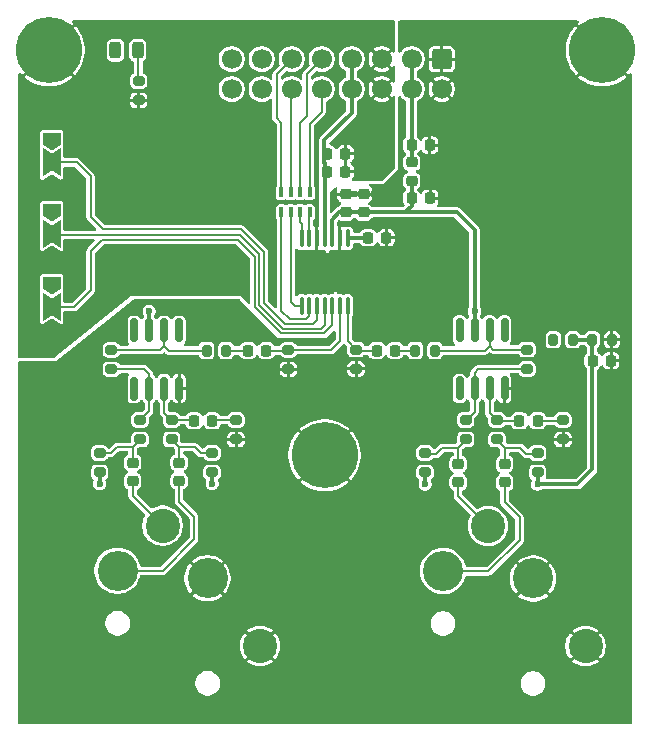
<source format=gbr>
%TF.GenerationSoftware,KiCad,Pcbnew,9.0.0*%
%TF.CreationDate,2025-08-20T21:32:22+02:00*%
%TF.ProjectId,HyperNet-2-ADC,48797065-724e-4657-942d-322d4144432e,rev?*%
%TF.SameCoordinates,Original*%
%TF.FileFunction,Copper,L1,Top*%
%TF.FilePolarity,Positive*%
%FSLAX46Y46*%
G04 Gerber Fmt 4.6, Leading zero omitted, Abs format (unit mm)*
G04 Created by KiCad (PCBNEW 9.0.0) date 2025-08-20 21:32:22*
%MOMM*%
%LPD*%
G01*
G04 APERTURE LIST*
G04 Aperture macros list*
%AMRoundRect*
0 Rectangle with rounded corners*
0 $1 Rounding radius*
0 $2 $3 $4 $5 $6 $7 $8 $9 X,Y pos of 4 corners*
0 Add a 4 corners polygon primitive as box body*
4,1,4,$2,$3,$4,$5,$6,$7,$8,$9,$2,$3,0*
0 Add four circle primitives for the rounded corners*
1,1,$1+$1,$2,$3*
1,1,$1+$1,$4,$5*
1,1,$1+$1,$6,$7*
1,1,$1+$1,$8,$9*
0 Add four rect primitives between the rounded corners*
20,1,$1+$1,$2,$3,$4,$5,0*
20,1,$1+$1,$4,$5,$6,$7,0*
20,1,$1+$1,$6,$7,$8,$9,0*
20,1,$1+$1,$8,$9,$2,$3,0*%
%AMFreePoly0*
4,1,6,1.000000,0.000000,0.500000,-0.750000,-0.500000,-0.750000,-0.500000,0.750000,0.500000,0.750000,1.000000,0.000000,1.000000,0.000000,$1*%
%AMFreePoly1*
4,1,7,0.700000,0.000000,1.200000,-0.750000,-1.200000,-0.750000,-0.700000,0.000000,-1.200000,0.750000,1.200000,0.750000,0.700000,0.000000,0.700000,0.000000,$1*%
G04 Aperture macros list end*
%TA.AperFunction,SMDPad,CuDef*%
%ADD10RoundRect,0.218750X-0.256250X0.218750X-0.256250X-0.218750X0.256250X-0.218750X0.256250X0.218750X0*%
%TD*%
%TA.AperFunction,SMDPad,CuDef*%
%ADD11RoundRect,0.225000X-0.225000X-0.250000X0.225000X-0.250000X0.225000X0.250000X-0.225000X0.250000X0*%
%TD*%
%TA.AperFunction,SMDPad,CuDef*%
%ADD12RoundRect,0.200000X0.275000X-0.200000X0.275000X0.200000X-0.275000X0.200000X-0.275000X-0.200000X0*%
%TD*%
%TA.AperFunction,ComponentPad*%
%ADD13C,3.600000*%
%TD*%
%TA.AperFunction,ConnectorPad*%
%ADD14C,5.600000*%
%TD*%
%TA.AperFunction,SMDPad,CuDef*%
%ADD15RoundRect,0.225000X0.250000X-0.225000X0.250000X0.225000X-0.250000X0.225000X-0.250000X-0.225000X0*%
%TD*%
%TA.AperFunction,SMDPad,CuDef*%
%ADD16RoundRect,0.150000X0.150000X-0.825000X0.150000X0.825000X-0.150000X0.825000X-0.150000X-0.825000X0*%
%TD*%
%TA.AperFunction,SMDPad,CuDef*%
%ADD17FreePoly0,90.000000*%
%TD*%
%TA.AperFunction,SMDPad,CuDef*%
%ADD18FreePoly1,90.000000*%
%TD*%
%TA.AperFunction,SMDPad,CuDef*%
%ADD19FreePoly0,270.000000*%
%TD*%
%TA.AperFunction,ComponentPad*%
%ADD20C,3.400000*%
%TD*%
%TA.AperFunction,ComponentPad*%
%ADD21C,2.900000*%
%TD*%
%TA.AperFunction,SMDPad,CuDef*%
%ADD22RoundRect,0.100000X0.100000X-0.350000X0.100000X0.350000X-0.100000X0.350000X-0.100000X-0.350000X0*%
%TD*%
%TA.AperFunction,SMDPad,CuDef*%
%ADD23RoundRect,0.243750X0.243750X0.456250X-0.243750X0.456250X-0.243750X-0.456250X0.243750X-0.456250X0*%
%TD*%
%TA.AperFunction,SMDPad,CuDef*%
%ADD24RoundRect,0.200000X-0.200000X-0.275000X0.200000X-0.275000X0.200000X0.275000X-0.200000X0.275000X0*%
%TD*%
%TA.AperFunction,SMDPad,CuDef*%
%ADD25RoundRect,0.200000X0.200000X0.275000X-0.200000X0.275000X-0.200000X-0.275000X0.200000X-0.275000X0*%
%TD*%
%TA.AperFunction,SMDPad,CuDef*%
%ADD26RoundRect,0.200000X-0.275000X0.200000X-0.275000X-0.200000X0.275000X-0.200000X0.275000X0.200000X0*%
%TD*%
%TA.AperFunction,SMDPad,CuDef*%
%ADD27RoundRect,0.225000X0.225000X0.250000X-0.225000X0.250000X-0.225000X-0.250000X0.225000X-0.250000X0*%
%TD*%
%TA.AperFunction,SMDPad,CuDef*%
%ADD28RoundRect,0.225000X-0.250000X0.225000X-0.250000X-0.225000X0.250000X-0.225000X0.250000X0.225000X0*%
%TD*%
%TA.AperFunction,ComponentPad*%
%ADD29RoundRect,0.250000X-0.600000X0.600000X-0.600000X-0.600000X0.600000X-0.600000X0.600000X0.600000X0*%
%TD*%
%TA.AperFunction,ComponentPad*%
%ADD30C,1.700000*%
%TD*%
%TA.AperFunction,SMDPad,CuDef*%
%ADD31RoundRect,0.100000X-0.100000X0.637500X-0.100000X-0.637500X0.100000X-0.637500X0.100000X0.637500X0*%
%TD*%
%TA.AperFunction,ViaPad*%
%ADD32C,0.600000*%
%TD*%
%TA.AperFunction,Conductor*%
%ADD33C,0.350000*%
%TD*%
%TA.AperFunction,Conductor*%
%ADD34C,0.200000*%
%TD*%
G04 APERTURE END LIST*
D10*
%TO.P,L3,1,1*%
%TO.N,+5VA_RAW*%
X154330400Y-82524500D03*
%TO.P,L3,2,2*%
%TO.N,+5VA*%
X154330400Y-84099500D03*
%TD*%
D11*
%TO.P,C10,1*%
%TO.N,+5VA*%
X154317400Y-85547200D03*
%TO.P,C10,2*%
%TO.N,GND*%
X155867400Y-85547200D03*
%TD*%
D12*
%TO.P,R17,1*%
%TO.N,Net-(C7-Pad2)*%
X161544000Y-105981000D03*
%TO.P,R17,2*%
%TO.N,Net-(U2-+)*%
X161544000Y-104331000D03*
%TD*%
D13*
%TO.P,J5,1,Pin_1*%
%TO.N,GND*%
X146939000Y-107315000D03*
D14*
X146939000Y-107315000D03*
%TD*%
D15*
%TO.P,C7,1*%
%TO.N,Net-(C7-Pad1)*%
X162179000Y-109601000D03*
%TO.P,C7,2*%
%TO.N,Net-(C7-Pad2)*%
X162179000Y-108051000D03*
%TD*%
D16*
%TO.P,U2,1,NC*%
%TO.N,unconnected-(U2-NC-Pad1)*%
X158369000Y-101662000D03*
%TO.P,U2,2,-*%
%TO.N,Net-(U2--)*%
X159639000Y-101662000D03*
%TO.P,U2,3,+*%
%TO.N,Net-(U2-+)*%
X160909000Y-101662000D03*
%TO.P,U2,4,V-*%
%TO.N,GND*%
X162179000Y-101662000D03*
%TO.P,U2,5,NC*%
%TO.N,unconnected-(U2-NC-Pad5)*%
X162179000Y-96712000D03*
%TO.P,U2,6*%
%TO.N,Net-(R13-Pad1)*%
X160909000Y-96712000D03*
%TO.P,U2,7,V+*%
%TO.N,+5VA*%
X159639000Y-96712000D03*
%TO.P,U2,8,NC*%
%TO.N,unconnected-(U2-NC-Pad8)*%
X158369000Y-96712000D03*
%TD*%
D12*
%TO.P,R14,1*%
%TO.N,Net-(U2--)*%
X164084000Y-100012000D03*
%TO.P,R14,2*%
%TO.N,Net-(R13-Pad1)*%
X164084000Y-98362000D03*
%TD*%
D13*
%TO.P,J4,1,Pin_1*%
%TO.N,GND*%
X170434000Y-73025000D03*
D14*
X170434000Y-73025000D03*
%TD*%
D17*
%TO.P,JP3,1,A*%
%TO.N,GND*%
X123825000Y-90550999D03*
D18*
%TO.P,JP3,2,C*%
%TO.N,Net-(JP3-C)*%
X123825000Y-88550999D03*
D19*
%TO.P,JP3,3,B*%
%TO.N,+3.3V*%
X123825000Y-86550999D03*
%TD*%
D20*
%TO.P,PS2,1*%
%TO.N,GND*%
X164592000Y-117747000D03*
%TO.P,PS2,2*%
%TO.N,Net-(C7-Pad1)*%
X156972000Y-117112000D03*
D21*
%TO.P,PS2,3*%
%TO.N,Net-(C8-Pad1)*%
X160782000Y-113297000D03*
%TO.P,PS2,G*%
%TO.N,GND*%
X169032000Y-123467000D03*
%TD*%
D22*
%TO.P,RN6,1,R1.1*%
%TO.N,Net-(RN6-R1.1)*%
X143269000Y-86741000D03*
%TO.P,RN6,2,R2.1*%
%TO.N,Net-(RN6-R2.1)*%
X144069000Y-86741000D03*
%TO.P,RN6,3,R3.1*%
%TO.N,Net-(RN6-R3.1)*%
X144869000Y-86741000D03*
%TO.P,RN6,4,R4.1*%
%TO.N,Net-(RN6-R4.1)*%
X145669000Y-86741000D03*
%TO.P,RN6,5,R4.2*%
%TO.N,ADC_SCKI*%
X145669000Y-85041000D03*
%TO.P,RN6,6,R3.2*%
%TO.N,ADC_LRCK*%
X144869000Y-85041000D03*
%TO.P,RN6,7,R2.2*%
%TO.N,ADC_BCK*%
X144069000Y-85041000D03*
%TO.P,RN6,8,R1.2*%
%TO.N,ADC_DATA_12*%
X143269000Y-85041000D03*
%TD*%
D23*
%TO.P,LED2,1,K*%
%TO.N,Net-(LED2-K)*%
X131112500Y-73025000D03*
%TO.P,LED2,2,A*%
%TO.N,+3.3V*%
X129237500Y-73025000D03*
%TD*%
D24*
%TO.P,R6,1*%
%TO.N,+2V5_BIAS*%
X169609000Y-97536000D03*
%TO.P,R6,2*%
%TO.N,GND*%
X171259000Y-97536000D03*
%TD*%
D25*
%TO.P,R13,1*%
%TO.N,Net-(R13-Pad1)*%
X156273000Y-98448000D03*
%TO.P,R13,2*%
%TO.N,Net-(C4-Pad1)*%
X154623000Y-98448000D03*
%TD*%
D12*
%TO.P,R18,1*%
%TO.N,Net-(C8-Pad2)*%
X158877000Y-105981000D03*
%TO.P,R18,2*%
%TO.N,Net-(U2--)*%
X158877000Y-104331000D03*
%TD*%
D11*
%TO.P,C6,1*%
%TO.N,Net-(U1-+)*%
X135877000Y-104394000D03*
%TO.P,C6,2*%
%TO.N,Net-(C6-Pad2)*%
X137427000Y-104394000D03*
%TD*%
D26*
%TO.P,R12,1*%
%TO.N,Net-(C5-Pad2)*%
X167132000Y-104331000D03*
%TO.P,R12,2*%
%TO.N,GND*%
X167132000Y-105981000D03*
%TD*%
D13*
%TO.P,J6,1,Pin_1*%
%TO.N,GND*%
X123571000Y-73025000D03*
D14*
X123571000Y-73025000D03*
%TD*%
D15*
%TO.P,C2,1*%
%TO.N,Net-(C2-Pad1)*%
X130683000Y-109500000D03*
%TO.P,C2,2*%
%TO.N,Net-(C2-Pad2)*%
X130683000Y-107950000D03*
%TD*%
D27*
%TO.P,C12,1*%
%TO.N,GND*%
X171196000Y-99314000D03*
%TO.P,C12,2*%
%TO.N,+2V5_BIAS*%
X169646000Y-99314000D03*
%TD*%
D12*
%TO.P,R1,1*%
%TO.N,Net-(C1-Pad2)*%
X133985000Y-105981000D03*
%TO.P,R1,2*%
%TO.N,Net-(U1-+)*%
X133985000Y-104331000D03*
%TD*%
D28*
%TO.P,C37,1*%
%TO.N,GND*%
X150241000Y-85204000D03*
%TO.P,C37,2*%
%TO.N,+5VA*%
X150241000Y-86754000D03*
%TD*%
D29*
%TO.P,J3,1,Pin_1*%
%TO.N,GND*%
X156845000Y-73787000D03*
D30*
%TO.P,J3,2,Pin_2*%
X156845000Y-76327000D03*
%TO.P,J3,3,Pin_3*%
%TO.N,+5VA_RAW*%
X154305000Y-73787000D03*
%TO.P,J3,4,Pin_4*%
X154305000Y-76327000D03*
%TO.P,J3,5,Pin_5*%
%TO.N,GND*%
X151765000Y-73787000D03*
%TO.P,J3,6,Pin_6*%
X151765000Y-76327000D03*
%TO.P,J3,7,Pin_7*%
%TO.N,+3.3V*%
X149225000Y-73787000D03*
%TO.P,J3,8,Pin_8*%
X149225000Y-76327000D03*
%TO.P,J3,9,Pin_9*%
%TO.N,ADC_LRCK*%
X146685000Y-73787000D03*
%TO.P,J3,10,Pin_10*%
%TO.N,ADC_SCKI*%
X146685000Y-76327000D03*
%TO.P,J3,11,Pin_11*%
%TO.N,ADC_DATA_12*%
X144145000Y-73787000D03*
%TO.P,J3,12,Pin_12*%
%TO.N,ADC_BCK*%
X144145000Y-76327000D03*
%TO.P,J3,13,Pin_13*%
%TO.N,I2C_SDA*%
X141605000Y-73787000D03*
%TO.P,J3,14,Pin_14*%
%TO.N,unconnected-(J3-Pin_14-Pad14)*%
X141605000Y-76327000D03*
%TO.P,J3,15,Pin_15*%
%TO.N,I2C_SCL*%
X139065000Y-73787000D03*
%TO.P,J3,16,Pin_16*%
%TO.N,unconnected-(J3-Pin_16-Pad16)*%
X139065000Y-76327000D03*
%TD*%
D27*
%TO.P,C4,1*%
%TO.N,Net-(C4-Pad1)*%
X152908000Y-98448000D03*
%TO.P,C4,2*%
%TO.N,Net-(U5-VINR)*%
X151358000Y-98448000D03*
%TD*%
D28*
%TO.P,C39,1*%
%TO.N,GND*%
X148717000Y-85204000D03*
%TO.P,C39,2*%
%TO.N,+5VA*%
X148717000Y-86754000D03*
%TD*%
D26*
%TO.P,R7,1*%
%TO.N,Net-(C6-Pad2)*%
X139446000Y-104331000D03*
%TO.P,R7,2*%
%TO.N,GND*%
X139446000Y-105981000D03*
%TD*%
D12*
%TO.P,R2,1*%
%TO.N,Net-(C2-Pad2)*%
X131318000Y-105981000D03*
%TO.P,R2,2*%
%TO.N,Net-(U1--)*%
X131318000Y-104331000D03*
%TD*%
D26*
%TO.P,R15,1*%
%TO.N,Net-(C7-Pad2)*%
X164973000Y-107125000D03*
%TO.P,R15,2*%
%TO.N,+2V5_BIAS*%
X164973000Y-108775000D03*
%TD*%
D17*
%TO.P,JP1,1,A*%
%TO.N,GND*%
X123825000Y-84518001D03*
D18*
%TO.P,JP1,2,C*%
%TO.N,Net-(JP1-C)*%
X123825000Y-82518001D03*
D19*
%TO.P,JP1,3,B*%
%TO.N,+3.3V*%
X123825000Y-80518001D03*
%TD*%
D26*
%TO.P,R4,1*%
%TO.N,Net-(C1-Pad2)*%
X137414000Y-107125000D03*
%TO.P,R4,2*%
%TO.N,+2V5_BIAS*%
X137414000Y-108775000D03*
%TD*%
D24*
%TO.P,R5,1*%
%TO.N,+5VA*%
X166307000Y-97536000D03*
%TO.P,R5,2*%
%TO.N,+2V5_BIAS*%
X167957000Y-97536000D03*
%TD*%
D27*
%TO.P,C38,1*%
%TO.N,GND*%
X148704600Y-81788000D03*
%TO.P,C38,2*%
%TO.N,+3.3V*%
X147154600Y-81788000D03*
%TD*%
D12*
%TO.P,R9,1*%
%TO.N,Net-(U1--)*%
X128890000Y-100035000D03*
%TO.P,R9,2*%
%TO.N,Net-(R8-Pad1)*%
X128890000Y-98385000D03*
%TD*%
D27*
%TO.P,C40,1*%
%TO.N,GND*%
X148704600Y-83312000D03*
%TO.P,C40,2*%
%TO.N,+3.3V*%
X147154600Y-83312000D03*
%TD*%
D12*
%TO.P,R10,1*%
%TO.N,GND*%
X143876000Y-100035000D03*
%TO.P,R10,2*%
%TO.N,Net-(U5-VINL)*%
X143876000Y-98385000D03*
%TD*%
D16*
%TO.P,U1,1,NC*%
%TO.N,unconnected-(U1-NC-Pad1)*%
X130810000Y-101685000D03*
%TO.P,U1,2,-*%
%TO.N,Net-(U1--)*%
X132080000Y-101685000D03*
%TO.P,U1,3,+*%
%TO.N,Net-(U1-+)*%
X133350000Y-101685000D03*
%TO.P,U1,4,V-*%
%TO.N,GND*%
X134620000Y-101685000D03*
%TO.P,U1,5,NC*%
%TO.N,unconnected-(U1-NC-Pad5)*%
X134620000Y-96735000D03*
%TO.P,U1,6*%
%TO.N,Net-(R8-Pad1)*%
X133350000Y-96735000D03*
%TO.P,U1,7,V+*%
%TO.N,+5VA*%
X132080000Y-96735000D03*
%TO.P,U1,8,NC*%
%TO.N,unconnected-(U1-NC-Pad8)*%
X130810000Y-96735000D03*
%TD*%
D11*
%TO.P,C9,1*%
%TO.N,+5VA_RAW*%
X154304400Y-81051400D03*
%TO.P,C9,2*%
%TO.N,GND*%
X155854400Y-81051400D03*
%TD*%
D17*
%TO.P,JP2,1,A*%
%TO.N,GND*%
X123825000Y-96742000D03*
D18*
%TO.P,JP2,2,C*%
%TO.N,Net-(JP2-C)*%
X123825000Y-94742000D03*
D19*
%TO.P,JP2,3,B*%
%TO.N,+3.3V*%
X123825000Y-92742000D03*
%TD*%
D27*
%TO.P,C48,1*%
%TO.N,GND*%
X152159000Y-88900000D03*
%TO.P,C48,2*%
%TO.N,/ADC_VREF*%
X150609000Y-88900000D03*
%TD*%
D12*
%TO.P,R11,1*%
%TO.N,GND*%
X149606000Y-100012000D03*
%TO.P,R11,2*%
%TO.N,Net-(U5-VINR)*%
X149606000Y-98362000D03*
%TD*%
D20*
%TO.P,PS1,1*%
%TO.N,GND*%
X137033000Y-117724000D03*
%TO.P,PS1,2*%
%TO.N,Net-(C1-Pad1)*%
X129413000Y-117089000D03*
D21*
%TO.P,PS1,3*%
%TO.N,Net-(C2-Pad1)*%
X133223000Y-113274000D03*
%TO.P,PS1,G*%
%TO.N,GND*%
X141473000Y-123444000D03*
%TD*%
D31*
%TO.P,U5,1,VREF*%
%TO.N,/ADC_VREF*%
X148889000Y-88958500D03*
%TO.P,U5,2,AGND*%
%TO.N,GND*%
X148239000Y-88958500D03*
%TO.P,U5,3,AVCC*%
%TO.N,+5VA*%
X147589000Y-88958500D03*
%TO.P,U5,4,DVDD*%
%TO.N,+3.3V*%
X146939000Y-88958500D03*
%TO.P,U5,5,DGND*%
%TO.N,GND*%
X146289000Y-88958500D03*
%TO.P,U5,6,SCKI*%
%TO.N,Net-(RN6-R4.1)*%
X145639000Y-88958500D03*
%TO.P,U5,7,LRCK*%
%TO.N,Net-(RN6-R3.1)*%
X144989000Y-88958500D03*
%TO.P,U5,8,BCK*%
%TO.N,Net-(RN6-R2.1)*%
X144989000Y-94683500D03*
%TO.P,U5,9,DOUT*%
%TO.N,Net-(RN6-R1.1)*%
X145639000Y-94683500D03*
%TO.P,U5,10,MD0*%
%TO.N,Net-(JP1-C)*%
X146289000Y-94683500D03*
%TO.P,U5,11,MD1*%
%TO.N,Net-(JP3-C)*%
X146939000Y-94683500D03*
%TO.P,U5,12,FMT*%
%TO.N,Net-(JP2-C)*%
X147589000Y-94683500D03*
%TO.P,U5,13,VINL*%
%TO.N,Net-(U5-VINL)*%
X148239000Y-94683500D03*
%TO.P,U5,14,VINR*%
%TO.N,Net-(U5-VINR)*%
X148889000Y-94683500D03*
%TD*%
D26*
%TO.P,R19,1*%
%TO.N,Net-(LED2-K)*%
X131191000Y-75629000D03*
%TO.P,R19,2*%
%TO.N,GND*%
X131191000Y-77279000D03*
%TD*%
%TO.P,R3,1*%
%TO.N,Net-(C2-Pad2)*%
X127889000Y-107125000D03*
%TO.P,R3,2*%
%TO.N,+2V5_BIAS*%
X127889000Y-108775000D03*
%TD*%
D11*
%TO.P,C5,1*%
%TO.N,Net-(U2-+)*%
X163436000Y-104394000D03*
%TO.P,C5,2*%
%TO.N,Net-(C5-Pad2)*%
X164986000Y-104394000D03*
%TD*%
D15*
%TO.P,C8,1*%
%TO.N,Net-(C8-Pad1)*%
X158242000Y-109601000D03*
%TO.P,C8,2*%
%TO.N,Net-(C8-Pad2)*%
X158242000Y-108051000D03*
%TD*%
%TO.P,C1,1*%
%TO.N,Net-(C1-Pad1)*%
X134620000Y-109487000D03*
%TO.P,C1,2*%
%TO.N,Net-(C1-Pad2)*%
X134620000Y-107937000D03*
%TD*%
D11*
%TO.P,C3,1*%
%TO.N,Net-(C3-Pad1)*%
X140449000Y-98448000D03*
%TO.P,C3,2*%
%TO.N,Net-(U5-VINL)*%
X141999000Y-98448000D03*
%TD*%
D26*
%TO.P,R16,1*%
%TO.N,Net-(C8-Pad2)*%
X155448000Y-107125000D03*
%TO.P,R16,2*%
%TO.N,+2V5_BIAS*%
X155448000Y-108775000D03*
%TD*%
D24*
%TO.P,R8,1*%
%TO.N,Net-(R8-Pad1)*%
X136955000Y-98448000D03*
%TO.P,R8,2*%
%TO.N,Net-(C3-Pad1)*%
X138605000Y-98448000D03*
%TD*%
D32*
%TO.N,GND*%
X142544800Y-94030800D03*
X148539200Y-93370400D03*
X146964400Y-93268800D03*
X141986000Y-79857600D03*
X146507200Y-79806800D03*
%TO.N,+3.3V*%
X129237499Y-73025000D03*
X123825000Y-86550998D03*
X123825000Y-80518000D03*
X123825000Y-92741999D03*
%TO.N,+5VA*%
X159639000Y-95123000D03*
X166307000Y-97536000D03*
X132080000Y-95123000D03*
%TO.N,GND*%
X125653800Y-84582000D03*
X146304000Y-90170000D03*
X163068000Y-101600000D03*
X139954000Y-97282000D03*
X153416000Y-96520000D03*
X149606000Y-100965000D03*
X139446000Y-107061000D03*
X140258800Y-93599000D03*
X149834600Y-81788000D03*
X147574000Y-97409000D03*
X121920000Y-90551000D03*
X167132000Y-107061000D03*
X139573000Y-94488000D03*
X125780800Y-96774000D03*
X125780800Y-90551000D03*
X137795000Y-96520000D03*
X158496000Y-99187000D03*
X135128000Y-99187000D03*
X151130000Y-85217000D03*
X142621000Y-85852000D03*
X130937000Y-94742000D03*
X143891000Y-100965000D03*
X148209000Y-90170000D03*
X149987000Y-94869000D03*
X150495000Y-97282000D03*
X135509000Y-101600000D03*
X135636000Y-95885000D03*
X130175000Y-99187000D03*
X172212000Y-99314000D03*
X142240000Y-97155000D03*
X153162000Y-88900000D03*
X149479000Y-87630000D03*
X122047000Y-99949000D03*
X146177000Y-85852000D03*
X156845000Y-96393000D03*
X172212000Y-97536000D03*
X149479000Y-85217000D03*
X130302000Y-93472000D03*
X149834600Y-83312000D03*
X121920000Y-96774000D03*
X121793000Y-84582000D03*
X151130000Y-87630000D03*
X131191000Y-78359000D03*
X164084000Y-96647000D03*
X162560000Y-99187000D03*
%TO.N,+2V5_BIAS*%
X137414000Y-109728000D03*
X164973000Y-109779000D03*
X155448000Y-109779000D03*
X127889000Y-109728000D03*
%TD*%
D33*
%TO.N,+5VA_RAW*%
X154304400Y-76327600D02*
X154305000Y-76327000D01*
X154304400Y-81051400D02*
X154304400Y-76327600D01*
X154330402Y-81077402D02*
X154304400Y-81051400D01*
X154330402Y-82524498D02*
X154330402Y-81077402D01*
%TO.N,+5VA*%
X154304400Y-85547200D02*
X154304400Y-84125500D01*
X154304400Y-84125500D02*
X154330398Y-84099502D01*
X154304400Y-86233600D02*
X154304400Y-85547200D01*
X153784000Y-86754000D02*
X154304400Y-86233600D01*
X153149000Y-86754000D02*
X153784000Y-86754000D01*
D34*
%TO.N,Net-(JP1-C)*%
X146289000Y-95857400D02*
X146289000Y-94683500D01*
X145948400Y-96198000D02*
X146289000Y-95857400D01*
X141833600Y-90144600D02*
X141833600Y-94462600D01*
X143569000Y-96198000D02*
X145948400Y-96198000D01*
X141833600Y-94462600D02*
X143569000Y-96198000D01*
X139852400Y-88163400D02*
X141833600Y-90144600D01*
X127127000Y-83693000D02*
X127127000Y-87122000D01*
X125952001Y-82518001D02*
X127127000Y-83693000D01*
X127127000Y-87122000D02*
X128168400Y-88163400D01*
X123825000Y-82518001D02*
X125952001Y-82518001D01*
X128168400Y-88163400D02*
X139852400Y-88163400D01*
%TO.N,Net-(JP3-C)*%
X143402900Y-96599000D02*
X146608800Y-96599000D01*
X146608800Y-96599000D02*
X146939000Y-96268800D01*
X141427200Y-94623300D02*
X143402900Y-96599000D01*
X123920001Y-88646000D02*
X139767900Y-88646000D01*
X139767900Y-88646000D02*
X141427200Y-90305300D01*
X141427200Y-90305300D02*
X141427200Y-94623300D01*
X146939000Y-96268800D02*
X146939000Y-94683500D01*
X123825000Y-88550999D02*
X123920001Y-88646000D01*
%TO.N,Net-(JP2-C)*%
X147589000Y-96311000D02*
X147589000Y-94683500D01*
X146900000Y-97000000D02*
X147589000Y-96311000D01*
X141020800Y-94784000D02*
X143236800Y-97000000D01*
X143236800Y-97000000D02*
X146900000Y-97000000D01*
X139598400Y-89103200D02*
X141020800Y-90525600D01*
X128066800Y-89103200D02*
X139598400Y-89103200D01*
X127127000Y-93345000D02*
X127127000Y-90043000D01*
X141020800Y-90525600D02*
X141020800Y-94784000D01*
X127127000Y-90043000D02*
X128066800Y-89103200D01*
X125730000Y-94742000D02*
X127127000Y-93345000D01*
X123825000Y-94742000D02*
X125730000Y-94742000D01*
%TO.N,Net-(RN6-R2.1)*%
X144416700Y-94683500D02*
X144989000Y-94683500D01*
X144069000Y-94335800D02*
X144416700Y-94683500D01*
X144069000Y-86741000D02*
X144069000Y-94335800D01*
%TO.N,ADC_LRCK*%
X144869000Y-79159000D02*
X145415000Y-78613000D01*
X145415000Y-78613000D02*
X145415000Y-75057000D01*
%TO.N,ADC_DATA_12*%
X142875000Y-78803500D02*
X142875000Y-75057000D01*
X143269000Y-79197500D02*
X142875000Y-78803500D01*
%TO.N,Net-(RN6-R1.1)*%
X145639000Y-95559400D02*
X145639000Y-94683500D01*
X145401400Y-95797000D02*
X145639000Y-95559400D01*
X144006200Y-95797000D02*
X145401400Y-95797000D01*
X143269000Y-95059800D02*
X144006200Y-95797000D01*
X143269000Y-86741000D02*
X143269000Y-95059800D01*
D33*
%TO.N,+3.3V*%
X149225000Y-78359000D02*
X149225000Y-73787000D01*
X146926000Y-82550000D02*
X146926000Y-80658000D01*
X146926000Y-80658000D02*
X149225000Y-78359000D01*
X146939000Y-88958500D02*
X146939000Y-82563000D01*
X146939000Y-82563000D02*
X146926000Y-82550000D01*
%TO.N,+5VA*%
X156616400Y-86754000D02*
X158128000Y-86754000D01*
X158128000Y-86754000D02*
X159639000Y-88265000D01*
X150241000Y-86754000D02*
X148717000Y-86754000D01*
X148196000Y-86754000D02*
X148717000Y-86754000D01*
X159639000Y-88265000D02*
X159639000Y-96712000D01*
X147589000Y-87361000D02*
X148196000Y-86754000D01*
X147589000Y-88958500D02*
X147589000Y-87361000D01*
X150241000Y-86754000D02*
X153149000Y-86754000D01*
X132080000Y-96735000D02*
X132080000Y-95123000D01*
X153149000Y-86754000D02*
X156616400Y-86754000D01*
D34*
%TO.N,ADC_SCKI*%
X145669000Y-85041000D02*
X145669000Y-79248000D01*
X145669000Y-79248000D02*
X146685000Y-78232000D01*
X146685000Y-78232000D02*
X146685000Y-76327000D01*
%TO.N,ADC_BCK*%
X144069000Y-85041000D02*
X144069000Y-76403000D01*
X144069000Y-76403000D02*
X144145000Y-76327000D01*
%TO.N,ADC_LRCK*%
X145415000Y-75057000D02*
X146685000Y-73787000D01*
X144869000Y-85041000D02*
X144869000Y-79159000D01*
%TO.N,ADC_DATA_12*%
X143269000Y-85041000D02*
X143269000Y-79197500D01*
X142875000Y-75057000D02*
X144145000Y-73787000D01*
%TO.N,Net-(C1-Pad2)*%
X134620000Y-106616000D02*
X133985000Y-105981000D01*
X136462000Y-107125000D02*
X137414000Y-107125000D01*
X134620000Y-106616000D02*
X135953000Y-106616000D01*
X134620000Y-107937000D02*
X134620000Y-106616000D01*
X135953000Y-106616000D02*
X136462000Y-107125000D01*
%TO.N,Net-(C1-Pad1)*%
X129413000Y-117089000D02*
X133228000Y-117089000D01*
X135890000Y-112522000D02*
X134620000Y-111252000D01*
X133228000Y-117089000D02*
X135890000Y-114427000D01*
X135890000Y-114427000D02*
X135890000Y-112522000D01*
X134620000Y-111252000D02*
X134620000Y-109487000D01*
%TO.N,Net-(C2-Pad1)*%
X133223000Y-113274000D02*
X130683000Y-110734000D01*
X130683000Y-110734000D02*
X130683000Y-109500000D01*
%TO.N,Net-(C2-Pad2)*%
X130683000Y-106616000D02*
X129350000Y-106616000D01*
X130683000Y-107950000D02*
X130683000Y-106616000D01*
X128841000Y-107125000D02*
X127889000Y-107125000D01*
X129350000Y-106616000D02*
X128841000Y-107125000D01*
X130683000Y-106616000D02*
X131318000Y-105981000D01*
%TO.N,Net-(C3-Pad1)*%
X138605000Y-98448000D02*
X140815000Y-98448000D01*
%TO.N,Net-(U5-VINL)*%
X143813000Y-98448000D02*
X143876000Y-98385000D01*
X142365000Y-98448000D02*
X143813000Y-98448000D01*
%TO.N,Net-(U5-VINR)*%
X148889000Y-97645000D02*
X149606000Y-98362000D01*
X149654000Y-98448000D02*
X149591000Y-98385000D01*
X148889000Y-94683500D02*
X148889000Y-97645000D01*
X151102000Y-98448000D02*
X149654000Y-98448000D01*
%TO.N,Net-(C4-Pad1)*%
X152652000Y-98448000D02*
X154305000Y-98448000D01*
%TO.N,Net-(C5-Pad2)*%
X165049000Y-104394000D02*
X164986000Y-104457000D01*
X167005000Y-104394000D02*
X165049000Y-104394000D01*
%TO.N,Net-(U2-+)*%
X160909000Y-101748000D02*
X160909000Y-103759000D01*
X161544000Y-104394000D02*
X163373000Y-104394000D01*
X163373000Y-104394000D02*
X163436000Y-104457000D01*
X160909000Y-103759000D02*
X161544000Y-104394000D01*
%TO.N,Net-(U1-+)*%
X133350000Y-101685000D02*
X133350000Y-103696000D01*
X133985000Y-104331000D02*
X135814000Y-104331000D01*
X135814000Y-104331000D02*
X135877000Y-104394000D01*
X133350000Y-103696000D02*
X133985000Y-104331000D01*
%TO.N,Net-(C6-Pad2)*%
X137490000Y-104331000D02*
X137427000Y-104394000D01*
X139446000Y-104331000D02*
X137490000Y-104331000D01*
%TO.N,Net-(C7-Pad2)*%
X162179000Y-106679000D02*
X163512000Y-106679000D01*
X164021000Y-107188000D02*
X164973000Y-107188000D01*
X163512000Y-106679000D02*
X164021000Y-107188000D01*
X162179000Y-108000000D02*
X162179000Y-106679000D01*
X162179000Y-106679000D02*
X161544000Y-106044000D01*
%TO.N,Net-(C7-Pad1)*%
X160787000Y-117152000D02*
X163449000Y-114490000D01*
X156972000Y-117152000D02*
X160787000Y-117152000D01*
X163449000Y-112585000D02*
X162179000Y-111315000D01*
X163449000Y-114490000D02*
X163449000Y-112585000D01*
X162179000Y-111315000D02*
X162179000Y-109550000D01*
%TO.N,Net-(C8-Pad1)*%
X158242000Y-110797000D02*
X158242000Y-109563000D01*
X160782000Y-113337000D02*
X158242000Y-110797000D01*
%TO.N,Net-(C8-Pad2)*%
X158242000Y-106679000D02*
X156909000Y-106679000D01*
X156400000Y-107188000D02*
X155448000Y-107188000D01*
X158242000Y-106679000D02*
X158877000Y-106044000D01*
X158242000Y-108013000D02*
X158242000Y-106679000D01*
X156909000Y-106679000D02*
X156400000Y-107188000D01*
D33*
%TO.N,+2V5_BIAS*%
X137414000Y-109728000D02*
X137414000Y-108775000D01*
X127889000Y-108775000D02*
X127889000Y-109728000D01*
X169609000Y-108521000D02*
X168351000Y-109779000D01*
X169609000Y-97536000D02*
X167957000Y-97536000D01*
X164973000Y-109779000D02*
X164973000Y-108826000D01*
X169609000Y-97536000D02*
X169609000Y-108521000D01*
X155448000Y-108826000D02*
X155448000Y-109779000D01*
X168351000Y-109779000D02*
X164973000Y-109779000D01*
D34*
%TO.N,Net-(LED2-K)*%
X131176000Y-75629000D02*
X131176000Y-73088499D01*
X131176000Y-73088499D02*
X131112501Y-73025000D01*
%TO.N,Net-(U1--)*%
X132080000Y-103569000D02*
X131318000Y-104331000D01*
X131658000Y-100035000D02*
X132080000Y-100457000D01*
X132080000Y-100457000D02*
X132080000Y-101685000D01*
X128890000Y-100035000D02*
X131658000Y-100035000D01*
X132080000Y-101685000D02*
X132080000Y-103569000D01*
%TO.N,Net-(R8-Pad1)*%
X136955000Y-98448000D02*
X133754000Y-98448000D01*
X133350000Y-98044000D02*
X133350000Y-96735000D01*
X128890000Y-98385000D02*
X133009000Y-98385000D01*
X133754000Y-98448000D02*
X133350000Y-98044000D01*
X133009000Y-98385000D02*
X133350000Y-98044000D01*
%TO.N,Net-(R13-Pad1)*%
X160909000Y-98044000D02*
X160909000Y-96712000D01*
X160505000Y-98448000D02*
X156273000Y-98448000D01*
X161227000Y-98362000D02*
X160909000Y-98044000D01*
X160909000Y-98044000D02*
X160505000Y-98448000D01*
X164084000Y-98362000D02*
X161227000Y-98362000D01*
%TO.N,Net-(U2--)*%
X159639000Y-103632000D02*
X158877000Y-104394000D01*
X159639000Y-100330000D02*
X159957000Y-100012000D01*
X159957000Y-100012000D02*
X164084000Y-100012000D01*
X159639000Y-101748000D02*
X159639000Y-103632000D01*
X159639000Y-101685000D02*
X159639000Y-100330000D01*
%TO.N,Net-(RN6-R4.1)*%
X145639000Y-88958500D02*
X145639000Y-87630000D01*
X145639000Y-86771000D02*
X145669000Y-86741000D01*
X145639000Y-87630000D02*
X145639000Y-86771000D01*
%TO.N,Net-(RN6-R3.1)*%
X144989000Y-87712000D02*
X144869000Y-87592000D01*
X144989000Y-88958500D02*
X144989000Y-87712000D01*
X144869000Y-87592000D02*
X144869000Y-86741000D01*
D33*
%TO.N,/ADC_VREF*%
X148947500Y-88900000D02*
X148889000Y-88958500D01*
X150609000Y-88900000D02*
X148947500Y-88900000D01*
%TO.N,+5VA_RAW*%
X154305000Y-76327000D02*
X154305000Y-73787000D01*
X154292400Y-76339600D02*
X154305000Y-76327000D01*
D34*
%TO.N,Net-(U5-VINL)*%
X148239000Y-94683500D02*
X148239000Y-97633000D01*
X148239000Y-97633000D02*
X147487000Y-98385000D01*
X147487000Y-98385000D02*
X143876000Y-98385000D01*
%TD*%
%TA.AperFunction,Conductor*%
%TO.N,GND*%
G36*
X152850121Y-70520502D02*
G01*
X152896614Y-70574158D01*
X152908000Y-70626500D01*
X152908000Y-73094179D01*
X152887998Y-73162300D01*
X152834342Y-73208793D01*
X152764068Y-73218897D01*
X152699488Y-73189403D01*
X152680064Y-73168240D01*
X152630955Y-73100649D01*
X152196764Y-73534839D01*
X152165099Y-73479993D01*
X152072007Y-73386901D01*
X152017158Y-73355234D01*
X152451349Y-72921043D01*
X152451349Y-72921042D01*
X152343625Y-72842776D01*
X152188790Y-72763884D01*
X152188788Y-72763883D01*
X152023524Y-72710185D01*
X151851884Y-72683000D01*
X151678116Y-72683000D01*
X151506475Y-72710185D01*
X151341211Y-72763883D01*
X151341209Y-72763884D01*
X151186379Y-72842773D01*
X151186379Y-72842774D01*
X151078649Y-72921042D01*
X151078649Y-72921044D01*
X151512840Y-73355235D01*
X151457993Y-73386901D01*
X151364901Y-73479993D01*
X151333235Y-73534840D01*
X150899044Y-73100649D01*
X150899042Y-73100649D01*
X150820774Y-73208379D01*
X150820773Y-73208379D01*
X150741884Y-73363209D01*
X150741883Y-73363211D01*
X150688185Y-73528475D01*
X150661000Y-73700116D01*
X150661000Y-73873883D01*
X150688185Y-74045524D01*
X150741883Y-74210788D01*
X150741884Y-74210790D01*
X150820776Y-74365625D01*
X150899042Y-74473349D01*
X150899043Y-74473349D01*
X151333234Y-74039158D01*
X151364901Y-74094007D01*
X151457993Y-74187099D01*
X151512840Y-74218765D01*
X151078649Y-74652955D01*
X151078649Y-74652956D01*
X151186374Y-74731223D01*
X151341209Y-74810115D01*
X151341211Y-74810116D01*
X151506475Y-74863814D01*
X151678116Y-74891000D01*
X151851884Y-74891000D01*
X152023524Y-74863814D01*
X152188788Y-74810116D01*
X152188790Y-74810115D01*
X152343621Y-74731225D01*
X152451349Y-74652955D01*
X152451349Y-74652954D01*
X152017159Y-74218764D01*
X152072007Y-74187099D01*
X152165099Y-74094007D01*
X152196764Y-74039159D01*
X152630954Y-74473349D01*
X152630956Y-74473349D01*
X152680064Y-74405759D01*
X152736287Y-74362405D01*
X152807023Y-74356330D01*
X152869815Y-74389462D01*
X152904726Y-74451282D01*
X152908000Y-74479820D01*
X152908000Y-75634179D01*
X152887998Y-75702300D01*
X152834342Y-75748793D01*
X152764068Y-75758897D01*
X152699488Y-75729403D01*
X152680064Y-75708240D01*
X152630955Y-75640649D01*
X152196764Y-76074839D01*
X152165099Y-76019993D01*
X152072007Y-75926901D01*
X152017158Y-75895234D01*
X152451349Y-75461043D01*
X152451349Y-75461042D01*
X152343625Y-75382776D01*
X152188790Y-75303884D01*
X152188788Y-75303883D01*
X152023524Y-75250185D01*
X151851884Y-75223000D01*
X151678116Y-75223000D01*
X151506475Y-75250185D01*
X151341211Y-75303883D01*
X151341209Y-75303884D01*
X151186379Y-75382773D01*
X151186379Y-75382774D01*
X151078649Y-75461042D01*
X151078649Y-75461044D01*
X151512840Y-75895235D01*
X151457993Y-75926901D01*
X151364901Y-76019993D01*
X151333235Y-76074840D01*
X150899044Y-75640649D01*
X150899042Y-75640649D01*
X150820774Y-75748379D01*
X150820773Y-75748379D01*
X150741884Y-75903209D01*
X150741883Y-75903211D01*
X150688185Y-76068475D01*
X150661000Y-76240116D01*
X150661000Y-76413883D01*
X150688185Y-76585524D01*
X150741883Y-76750788D01*
X150741884Y-76750790D01*
X150820776Y-76905625D01*
X150899042Y-77013349D01*
X150899043Y-77013349D01*
X151333234Y-76579158D01*
X151364901Y-76634007D01*
X151457993Y-76727099D01*
X151512840Y-76758765D01*
X151078649Y-77192955D01*
X151078649Y-77192956D01*
X151186374Y-77271223D01*
X151341209Y-77350115D01*
X151341211Y-77350116D01*
X151506475Y-77403814D01*
X151678116Y-77431000D01*
X151851884Y-77431000D01*
X152023524Y-77403814D01*
X152188788Y-77350116D01*
X152188790Y-77350115D01*
X152343621Y-77271225D01*
X152451349Y-77192955D01*
X152451349Y-77192954D01*
X152017159Y-76758764D01*
X152072007Y-76727099D01*
X152165099Y-76634007D01*
X152196764Y-76579159D01*
X152630954Y-77013349D01*
X152630956Y-77013349D01*
X152680064Y-76945759D01*
X152736287Y-76902405D01*
X152807023Y-76896330D01*
X152869815Y-76929462D01*
X152904726Y-76991282D01*
X152908000Y-77019820D01*
X152908000Y-82901810D01*
X152887998Y-82969931D01*
X152871095Y-82990905D01*
X151801905Y-84060095D01*
X151739593Y-84094121D01*
X151712810Y-84097000D01*
X149379164Y-84097000D01*
X149311043Y-84076998D01*
X149264550Y-84023342D01*
X149254446Y-83953068D01*
X149278296Y-83895490D01*
X149354331Y-83793920D01*
X149402468Y-83664860D01*
X149408599Y-83607832D01*
X149408600Y-83607815D01*
X149408600Y-83439000D01*
X148830600Y-83439000D01*
X148821774Y-83436408D01*
X148812668Y-83437718D01*
X148788242Y-83426562D01*
X148762479Y-83418998D01*
X148756454Y-83412044D01*
X148748088Y-83408224D01*
X148733573Y-83385638D01*
X148715986Y-83365342D01*
X148713661Y-83354655D01*
X148709704Y-83348498D01*
X148704600Y-83313000D01*
X148704600Y-83312000D01*
X148703600Y-83312000D01*
X148635479Y-83291998D01*
X148588986Y-83238342D01*
X148577600Y-83186000D01*
X148577600Y-83185000D01*
X148831600Y-83185000D01*
X149408600Y-83185000D01*
X149408600Y-83016184D01*
X149408599Y-83016167D01*
X149402468Y-82959139D01*
X149354331Y-82830079D01*
X149271785Y-82719812D01*
X149179687Y-82650868D01*
X149137140Y-82594032D01*
X149132076Y-82523216D01*
X149166101Y-82460904D01*
X149179687Y-82449132D01*
X149271785Y-82380187D01*
X149354331Y-82269920D01*
X149402468Y-82140860D01*
X149408599Y-82083832D01*
X149408600Y-82083815D01*
X149408600Y-81915000D01*
X148831600Y-81915000D01*
X148831600Y-83185000D01*
X148577600Y-83185000D01*
X148577600Y-81661000D01*
X148831600Y-81661000D01*
X149408600Y-81661000D01*
X149408600Y-81492184D01*
X149408599Y-81492167D01*
X149402468Y-81435139D01*
X149354331Y-81306079D01*
X149271786Y-81195813D01*
X149161520Y-81113268D01*
X149032460Y-81065131D01*
X148975432Y-81059000D01*
X148831600Y-81059000D01*
X148831600Y-81661000D01*
X148577600Y-81661000D01*
X148577600Y-81059000D01*
X148433767Y-81059000D01*
X148376739Y-81065131D01*
X148247679Y-81113268D01*
X148137413Y-81195813D01*
X148054866Y-81306082D01*
X148047920Y-81324705D01*
X148005372Y-81381539D01*
X147938851Y-81406348D01*
X147869477Y-81391255D01*
X147819277Y-81341051D01*
X147811810Y-81324700D01*
X147809310Y-81317998D01*
X147804775Y-81305837D01*
X147804774Y-81305835D01*
X147804772Y-81305832D01*
X147769549Y-81258781D01*
X147722144Y-81195456D01*
X147664120Y-81152019D01*
X147611767Y-81112827D01*
X147611766Y-81112826D01*
X147586610Y-81103443D01*
X147482573Y-81064640D01*
X147482571Y-81064639D01*
X147482569Y-81064639D01*
X147468026Y-81063075D01*
X147465875Y-81062184D01*
X147463568Y-81062516D01*
X147433224Y-81048658D01*
X147402435Y-81035903D01*
X147401106Y-81033989D01*
X147398988Y-81033022D01*
X147380963Y-81004975D01*
X147361946Y-80977583D01*
X147361469Y-80974642D01*
X147360604Y-80973296D01*
X147355500Y-80937798D01*
X147355500Y-80888095D01*
X147375502Y-80819974D01*
X147392405Y-80799000D01*
X148432904Y-79758501D01*
X149568686Y-78622719D01*
X149604533Y-78560628D01*
X149625230Y-78524781D01*
X149654500Y-78415545D01*
X149654500Y-77424980D01*
X149674502Y-77356859D01*
X149723298Y-77312713D01*
X149803880Y-77271655D01*
X149803879Y-77271655D01*
X149803884Y-77271653D01*
X149944533Y-77169465D01*
X149965417Y-77148581D01*
X150058160Y-77055839D01*
X150067460Y-77046538D01*
X150067463Y-77046535D01*
X150067465Y-77046533D01*
X150169653Y-76905884D01*
X150248580Y-76750981D01*
X150302303Y-76585638D01*
X150329500Y-76413926D01*
X150329500Y-76240074D01*
X150302303Y-76068362D01*
X150248580Y-75903019D01*
X150169653Y-75748116D01*
X150067465Y-75607467D01*
X150067463Y-75607464D01*
X149944535Y-75484536D01*
X149803886Y-75382348D01*
X149787981Y-75374244D01*
X149723296Y-75341285D01*
X149671682Y-75292537D01*
X149654500Y-75229019D01*
X149654500Y-74884980D01*
X149674502Y-74816859D01*
X149723298Y-74772713D01*
X149803880Y-74731655D01*
X149803879Y-74731655D01*
X149803884Y-74731653D01*
X149944533Y-74629465D01*
X149988395Y-74585603D01*
X150058160Y-74515839D01*
X150067460Y-74506538D01*
X150067463Y-74506535D01*
X150067465Y-74506533D01*
X150169653Y-74365884D01*
X150248580Y-74210981D01*
X150302303Y-74045638D01*
X150329500Y-73873926D01*
X150329500Y-73700074D01*
X150302303Y-73528362D01*
X150248580Y-73363019D01*
X150169653Y-73208116D01*
X150067465Y-73067467D01*
X150067463Y-73067464D01*
X149944535Y-72944536D01*
X149803887Y-72842349D01*
X149803886Y-72842348D01*
X149803884Y-72842347D01*
X149648981Y-72763420D01*
X149648978Y-72763419D01*
X149648976Y-72763418D01*
X149483642Y-72709698D01*
X149483640Y-72709697D01*
X149483638Y-72709697D01*
X149311926Y-72682500D01*
X149138074Y-72682500D01*
X148966362Y-72709697D01*
X148966360Y-72709697D01*
X148966357Y-72709698D01*
X148801023Y-72763418D01*
X148801017Y-72763421D01*
X148646112Y-72842349D01*
X148505464Y-72944536D01*
X148382536Y-73067464D01*
X148280349Y-73208112D01*
X148201421Y-73363017D01*
X148201418Y-73363023D01*
X148147698Y-73528357D01*
X148147697Y-73528360D01*
X148147697Y-73528362D01*
X148120500Y-73700074D01*
X148120500Y-73873926D01*
X148147679Y-74045524D01*
X148147698Y-74045642D01*
X148196402Y-74195539D01*
X148201420Y-74210981D01*
X148280347Y-74365884D01*
X148280349Y-74365887D01*
X148382536Y-74506535D01*
X148505464Y-74629463D01*
X148505467Y-74629465D01*
X148645524Y-74731223D01*
X148646115Y-74731652D01*
X148646119Y-74731655D01*
X148726702Y-74772713D01*
X148778317Y-74821460D01*
X148795500Y-74884980D01*
X148795500Y-75229019D01*
X148775498Y-75297140D01*
X148726703Y-75341285D01*
X148708474Y-75350573D01*
X148646113Y-75382348D01*
X148505464Y-75484536D01*
X148382536Y-75607464D01*
X148280349Y-75748112D01*
X148201421Y-75903017D01*
X148201418Y-75903023D01*
X148147698Y-76068357D01*
X148147697Y-76068360D01*
X148147697Y-76068362D01*
X148120500Y-76240074D01*
X148120500Y-76413926D01*
X148147697Y-76585638D01*
X148201420Y-76750981D01*
X148280347Y-76905884D01*
X148280349Y-76905887D01*
X148382536Y-77046535D01*
X148505464Y-77169463D01*
X148505467Y-77169465D01*
X148645524Y-77271223D01*
X148646115Y-77271652D01*
X148646119Y-77271655D01*
X148726702Y-77312713D01*
X148778317Y-77361460D01*
X148795500Y-77424980D01*
X148795500Y-78128905D01*
X148775498Y-78197026D01*
X148758595Y-78218000D01*
X146582313Y-80394281D01*
X146582311Y-80394283D01*
X146553034Y-80444996D01*
X146553033Y-80444998D01*
X146525772Y-80492213D01*
X146525769Y-80492220D01*
X146496500Y-80601456D01*
X146496500Y-81304351D01*
X146488556Y-81348382D01*
X146456240Y-81435025D01*
X146450100Y-81492128D01*
X146450100Y-82083871D01*
X146455472Y-82133834D01*
X146456240Y-82140973D01*
X146473653Y-82187660D01*
X146488556Y-82227615D01*
X146496500Y-82271647D01*
X146496500Y-82606545D01*
X146504614Y-82636825D01*
X146505207Y-82639039D01*
X146509500Y-82671650D01*
X146509500Y-82793497D01*
X146501556Y-82837529D01*
X146456240Y-82959026D01*
X146450100Y-83016128D01*
X146450100Y-83607871D01*
X146456228Y-83664860D01*
X146456240Y-83664973D01*
X146494801Y-83768361D01*
X146501556Y-83786470D01*
X146509500Y-83830502D01*
X146509500Y-87841000D01*
X146489498Y-87909121D01*
X146435842Y-87955614D01*
X146425033Y-87957965D01*
X146416000Y-87966999D01*
X146416000Y-89950000D01*
X146422592Y-89950000D01*
X146422599Y-89949999D01*
X146491405Y-89939974D01*
X146558090Y-89907374D01*
X146628074Y-89895425D01*
X146668770Y-89907374D01*
X146736450Y-89940461D01*
X146805354Y-89950500D01*
X146805360Y-89950500D01*
X146940000Y-89950500D01*
X147008121Y-89970502D01*
X147054614Y-90024158D01*
X147066000Y-90076500D01*
X147066000Y-90170000D01*
X146939000Y-90170000D01*
X146939000Y-91694000D01*
X147574000Y-92329000D01*
X147574000Y-93472000D01*
X147701000Y-93472000D01*
X147701000Y-93565500D01*
X147680998Y-93633621D01*
X147627342Y-93680114D01*
X147575000Y-93691500D01*
X147455352Y-93691500D01*
X147386449Y-93701539D01*
X147386444Y-93701540D01*
X147319338Y-93734347D01*
X147249355Y-93746296D01*
X147208662Y-93734347D01*
X147141555Y-93701540D01*
X147141550Y-93701539D01*
X147072647Y-93691500D01*
X147072646Y-93691500D01*
X146805354Y-93691500D01*
X146805352Y-93691500D01*
X146736449Y-93701539D01*
X146736444Y-93701540D01*
X146669338Y-93734347D01*
X146599355Y-93746296D01*
X146558662Y-93734347D01*
X146491555Y-93701540D01*
X146491550Y-93701539D01*
X146422647Y-93691500D01*
X146422646Y-93691500D01*
X146155354Y-93691500D01*
X146155352Y-93691500D01*
X146086449Y-93701539D01*
X146086444Y-93701540D01*
X146019338Y-93734347D01*
X145949355Y-93746296D01*
X145908662Y-93734347D01*
X145841555Y-93701540D01*
X145841550Y-93701539D01*
X145772647Y-93691500D01*
X145772646Y-93691500D01*
X145505354Y-93691500D01*
X145505352Y-93691500D01*
X145436449Y-93701539D01*
X145436444Y-93701540D01*
X145369338Y-93734347D01*
X145299355Y-93746296D01*
X145258662Y-93734347D01*
X145191555Y-93701540D01*
X145191550Y-93701539D01*
X145122647Y-93691500D01*
X145122646Y-93691500D01*
X144855354Y-93691500D01*
X144855352Y-93691500D01*
X144786449Y-93701539D01*
X144786447Y-93701540D01*
X144680160Y-93753500D01*
X144680158Y-93753501D01*
X144638595Y-93795065D01*
X144576283Y-93829091D01*
X144505468Y-93824026D01*
X144448632Y-93781479D01*
X144423821Y-93714959D01*
X144423500Y-93705970D01*
X144423500Y-89936030D01*
X144443502Y-89867909D01*
X144497158Y-89821416D01*
X144567432Y-89811312D01*
X144632012Y-89840806D01*
X144638595Y-89846935D01*
X144680158Y-89888498D01*
X144680160Y-89888499D01*
X144786450Y-89940461D01*
X144855354Y-89950500D01*
X144855360Y-89950500D01*
X145122640Y-89950500D01*
X145122646Y-89950500D01*
X145191550Y-89940461D01*
X145258662Y-89907651D01*
X145328644Y-89895703D01*
X145369335Y-89907650D01*
X145436450Y-89940461D01*
X145505354Y-89950500D01*
X145505360Y-89950500D01*
X145772640Y-89950500D01*
X145772646Y-89950500D01*
X145841550Y-89940461D01*
X145909231Y-89907373D01*
X145979212Y-89895425D01*
X146019907Y-89907374D01*
X146086592Y-89939974D01*
X146155400Y-89949999D01*
X146155408Y-89950000D01*
X146162000Y-89950000D01*
X146162000Y-87967000D01*
X146155408Y-87967000D01*
X146155393Y-87967001D01*
X146137663Y-87969584D01*
X146067371Y-87959611D01*
X146013629Y-87913218D01*
X145993500Y-87845134D01*
X145993500Y-87420029D01*
X146013502Y-87351908D01*
X146030401Y-87330937D01*
X146061499Y-87299840D01*
X146113461Y-87193550D01*
X146123500Y-87124646D01*
X146123500Y-86357354D01*
X146113461Y-86288450D01*
X146061499Y-86182160D01*
X146061498Y-86182158D01*
X145977841Y-86098501D01*
X145977839Y-86098500D01*
X145871552Y-86046540D01*
X145871550Y-86046539D01*
X145802647Y-86036500D01*
X145802646Y-86036500D01*
X145535354Y-86036500D01*
X145535352Y-86036500D01*
X145466449Y-86046539D01*
X145466447Y-86046540D01*
X145360160Y-86098500D01*
X145360158Y-86098501D01*
X145358095Y-86100565D01*
X145354581Y-86102483D01*
X145351665Y-86104566D01*
X145351413Y-86104213D01*
X145338348Y-86111347D01*
X145321342Y-86126084D01*
X145307794Y-86128031D01*
X145295783Y-86134591D01*
X145273339Y-86132985D01*
X145251068Y-86136188D01*
X145238618Y-86130502D01*
X145224968Y-86129526D01*
X145206954Y-86116041D01*
X145186488Y-86106694D01*
X145179905Y-86100565D01*
X145177841Y-86098501D01*
X145177839Y-86098500D01*
X145071552Y-86046540D01*
X145071550Y-86046539D01*
X145002647Y-86036500D01*
X145002646Y-86036500D01*
X144735354Y-86036500D01*
X144735352Y-86036500D01*
X144666449Y-86046539D01*
X144666447Y-86046540D01*
X144560160Y-86098500D01*
X144560158Y-86098501D01*
X144558095Y-86100565D01*
X144554581Y-86102483D01*
X144551665Y-86104566D01*
X144551413Y-86104213D01*
X144538348Y-86111347D01*
X144521342Y-86126084D01*
X144507794Y-86128031D01*
X144495783Y-86134591D01*
X144473339Y-86132985D01*
X144451068Y-86136188D01*
X144438618Y-86130502D01*
X144424968Y-86129526D01*
X144406954Y-86116041D01*
X144386488Y-86106694D01*
X144379905Y-86100565D01*
X144377841Y-86098501D01*
X144377839Y-86098500D01*
X144271552Y-86046540D01*
X144271550Y-86046539D01*
X144202647Y-86036500D01*
X144202646Y-86036500D01*
X143935354Y-86036500D01*
X143935352Y-86036500D01*
X143866449Y-86046539D01*
X143866447Y-86046540D01*
X143760160Y-86098500D01*
X143760158Y-86098501D01*
X143758095Y-86100565D01*
X143754581Y-86102483D01*
X143751665Y-86104566D01*
X143751413Y-86104213D01*
X143738348Y-86111347D01*
X143721342Y-86126084D01*
X143707794Y-86128031D01*
X143695783Y-86134591D01*
X143673339Y-86132985D01*
X143651068Y-86136188D01*
X143638618Y-86130502D01*
X143624968Y-86129526D01*
X143606954Y-86116041D01*
X143586488Y-86106694D01*
X143579905Y-86100565D01*
X143577841Y-86098501D01*
X143577839Y-86098500D01*
X143471552Y-86046540D01*
X143471550Y-86046539D01*
X143402647Y-86036500D01*
X143402646Y-86036500D01*
X143135354Y-86036500D01*
X143135352Y-86036500D01*
X143066449Y-86046539D01*
X143066447Y-86046540D01*
X142960160Y-86098500D01*
X142960158Y-86098501D01*
X142876501Y-86182158D01*
X142876500Y-86182160D01*
X142824540Y-86288447D01*
X142824539Y-86288449D01*
X142814500Y-86357352D01*
X142814500Y-87124647D01*
X142824539Y-87193550D01*
X142824540Y-87193552D01*
X142876499Y-87299837D01*
X142876500Y-87299838D01*
X142876501Y-87299840D01*
X142877591Y-87300930D01*
X142878607Y-87302790D01*
X142882566Y-87308335D01*
X142881896Y-87308813D01*
X142911619Y-87363239D01*
X142914500Y-87390029D01*
X142914500Y-94737971D01*
X142894498Y-94806092D01*
X142840842Y-94852585D01*
X142770568Y-94862689D01*
X142705988Y-94833195D01*
X142699405Y-94827066D01*
X142225005Y-94352666D01*
X142190979Y-94290354D01*
X142188100Y-94263571D01*
X142188100Y-90097929D01*
X142188099Y-90097925D01*
X142182358Y-90076500D01*
X142163941Y-90007768D01*
X142162670Y-90005566D01*
X142117273Y-89926935D01*
X142117269Y-89926930D01*
X142085280Y-89894941D01*
X142051268Y-89860929D01*
X141190839Y-89000500D01*
X140070074Y-87879734D01*
X140070064Y-87879726D01*
X139989233Y-87833059D01*
X139899074Y-87808900D01*
X139899071Y-87808900D01*
X128367429Y-87808900D01*
X128299308Y-87788898D01*
X128278334Y-87771995D01*
X127518405Y-87012066D01*
X127484379Y-86949754D01*
X127481500Y-86922971D01*
X127481500Y-83749835D01*
X127481501Y-83749822D01*
X127481501Y-83646329D01*
X127481500Y-83646325D01*
X127457343Y-83556172D01*
X127457342Y-83556171D01*
X127457342Y-83556169D01*
X127410671Y-83475332D01*
X127410668Y-83475329D01*
X127410665Y-83475325D01*
X126169675Y-82234335D01*
X126169665Y-82234327D01*
X126088834Y-82187660D01*
X125998675Y-82163501D01*
X125998672Y-82163501D01*
X124960500Y-82163501D01*
X124892379Y-82143499D01*
X124845886Y-82089843D01*
X124834500Y-82037501D01*
X124834500Y-81318001D01*
X124833163Y-81304351D01*
X124829567Y-81267641D01*
X124829566Y-81267639D01*
X124829566Y-81267637D01*
X124810972Y-81222616D01*
X124803455Y-81152019D01*
X124811023Y-81126295D01*
X124814742Y-81117313D01*
X124814747Y-81117307D01*
X124834500Y-81018001D01*
X124834500Y-80018001D01*
X124814747Y-79918695D01*
X124758494Y-79834507D01*
X124716400Y-79806380D01*
X124674307Y-79778254D01*
X124575005Y-79758501D01*
X124575000Y-79758501D01*
X123075000Y-79758501D01*
X123074994Y-79758501D01*
X122975692Y-79778254D01*
X122891506Y-79834507D01*
X122835253Y-79918693D01*
X122815500Y-80017995D01*
X122815500Y-80018001D01*
X122815500Y-81018001D01*
X122820539Y-81068893D01*
X122838791Y-81112827D01*
X122838925Y-81113148D01*
X122846588Y-81183730D01*
X122838976Y-81209706D01*
X122835253Y-81218692D01*
X122815500Y-81317998D01*
X122815500Y-81318001D01*
X122815500Y-83718001D01*
X122817144Y-83734787D01*
X122820433Y-83768363D01*
X122859081Y-83861943D01*
X122859085Y-83861948D01*
X122930603Y-83933616D01*
X122969449Y-83949754D01*
X123024108Y-83972462D01*
X123125146Y-83972567D01*
X123125358Y-83972568D01*
X123125358Y-83972567D01*
X123125360Y-83972568D01*
X123218945Y-83933918D01*
X123755109Y-83576474D01*
X123822883Y-83555331D01*
X123891330Y-83574185D01*
X123894862Y-83576455D01*
X124118917Y-83725826D01*
X124431051Y-83933916D01*
X124431058Y-83933920D01*
X124451628Y-83944901D01*
X124475694Y-83957748D01*
X124575000Y-83977501D01*
X124674306Y-83957748D01*
X124758494Y-83901495D01*
X124814747Y-83817307D01*
X124834500Y-83718001D01*
X124834500Y-82998501D01*
X124854502Y-82930380D01*
X124908158Y-82883887D01*
X124960500Y-82872501D01*
X125752972Y-82872501D01*
X125821093Y-82892503D01*
X125842067Y-82909406D01*
X126735595Y-83802934D01*
X126769621Y-83865246D01*
X126772500Y-83892029D01*
X126772500Y-87168674D01*
X126796659Y-87258833D01*
X126843326Y-87339664D01*
X126843328Y-87339666D01*
X126843329Y-87339668D01*
X127580067Y-88076406D01*
X127614091Y-88138717D01*
X127609027Y-88209532D01*
X127566480Y-88266368D01*
X127499960Y-88291179D01*
X127490971Y-88291500D01*
X124960500Y-88291500D01*
X124892379Y-88271498D01*
X124845886Y-88217842D01*
X124834500Y-88165500D01*
X124834500Y-87350999D01*
X124832534Y-87330932D01*
X124829567Y-87300639D01*
X124829566Y-87300637D01*
X124829566Y-87300635D01*
X124810972Y-87255614D01*
X124803455Y-87185017D01*
X124811023Y-87159293D01*
X124814742Y-87150311D01*
X124814747Y-87150305D01*
X124834500Y-87050999D01*
X124834500Y-86050999D01*
X124814747Y-85951693D01*
X124758494Y-85867505D01*
X124716400Y-85839378D01*
X124674307Y-85811252D01*
X124575005Y-85791499D01*
X124575000Y-85791499D01*
X123075000Y-85791499D01*
X123074994Y-85791499D01*
X122975692Y-85811252D01*
X122891506Y-85867505D01*
X122835253Y-85951691D01*
X122815500Y-86050993D01*
X122815500Y-86050999D01*
X122815500Y-87050999D01*
X122817909Y-87075329D01*
X122820539Y-87101891D01*
X122838925Y-87146146D01*
X122846588Y-87216728D01*
X122838976Y-87242704D01*
X122835253Y-87251690D01*
X122815500Y-87350996D01*
X122815500Y-87350999D01*
X122815500Y-89750999D01*
X122816316Y-89759329D01*
X122820433Y-89801361D01*
X122859081Y-89894941D01*
X122859085Y-89894946D01*
X122930603Y-89966614D01*
X122969449Y-89982752D01*
X123024108Y-90005460D01*
X123125146Y-90005565D01*
X123125358Y-90005566D01*
X123125358Y-90005565D01*
X123125360Y-90005566D01*
X123218945Y-89966916D01*
X123755109Y-89609472D01*
X123822883Y-89588329D01*
X123891330Y-89607183D01*
X123894862Y-89609453D01*
X124119675Y-89759329D01*
X124431051Y-89966914D01*
X124431058Y-89966918D01*
X124437772Y-89970502D01*
X124475694Y-89990746D01*
X124575000Y-90010499D01*
X124674306Y-89990746D01*
X124758494Y-89934493D01*
X124814747Y-89850305D01*
X124834500Y-89750999D01*
X124834500Y-89126500D01*
X124854502Y-89058379D01*
X124908158Y-89011886D01*
X124960500Y-89000500D01*
X127363971Y-89000500D01*
X127432092Y-89020502D01*
X127478585Y-89074158D01*
X127488689Y-89144432D01*
X127459195Y-89209012D01*
X127453066Y-89215595D01*
X126909332Y-89759329D01*
X126876331Y-89792330D01*
X126843330Y-89825330D01*
X126843326Y-89825335D01*
X126796659Y-89906166D01*
X126772500Y-89996325D01*
X126772500Y-93145971D01*
X126752498Y-93214092D01*
X126735595Y-93235066D01*
X125620066Y-94350595D01*
X125557754Y-94384621D01*
X125530971Y-94387500D01*
X124960500Y-94387500D01*
X124892379Y-94367498D01*
X124845886Y-94313842D01*
X124834500Y-94261500D01*
X124834500Y-93542000D01*
X124834500Y-93541997D01*
X124829567Y-93491640D01*
X124829566Y-93491638D01*
X124829566Y-93491636D01*
X124810972Y-93446615D01*
X124803455Y-93376018D01*
X124811023Y-93350294D01*
X124814742Y-93341312D01*
X124814747Y-93341306D01*
X124834500Y-93242000D01*
X124834500Y-92242000D01*
X124814747Y-92142694D01*
X124758494Y-92058506D01*
X124716400Y-92030379D01*
X124674307Y-92002253D01*
X124575005Y-91982500D01*
X124575000Y-91982500D01*
X123075000Y-91982500D01*
X123074994Y-91982500D01*
X122975692Y-92002253D01*
X122891506Y-92058506D01*
X122835253Y-92142692D01*
X122815500Y-92241994D01*
X122815500Y-92242000D01*
X122815500Y-93242000D01*
X122820539Y-93292892D01*
X122838925Y-93337147D01*
X122846588Y-93407729D01*
X122838976Y-93433705D01*
X122835253Y-93442691D01*
X122815500Y-93541997D01*
X122815500Y-93542000D01*
X122815500Y-95942000D01*
X122817144Y-95958786D01*
X122820433Y-95992362D01*
X122859081Y-96085942D01*
X122859085Y-96085947D01*
X122930603Y-96157615D01*
X122969449Y-96173753D01*
X123024108Y-96196461D01*
X123125146Y-96196566D01*
X123125358Y-96196567D01*
X123125358Y-96196566D01*
X123125360Y-96196567D01*
X123218945Y-96157917D01*
X123755109Y-95800473D01*
X123822883Y-95779330D01*
X123891330Y-95798184D01*
X123894862Y-95800454D01*
X124170483Y-95984202D01*
X124431051Y-96157915D01*
X124431058Y-96157919D01*
X124451628Y-96168900D01*
X124475694Y-96181747D01*
X124575000Y-96201500D01*
X124674306Y-96181747D01*
X124758494Y-96125494D01*
X124814747Y-96041306D01*
X124834500Y-95942000D01*
X124834500Y-95222500D01*
X124854502Y-95154379D01*
X124908158Y-95107886D01*
X124960500Y-95096500D01*
X125776671Y-95096500D01*
X125866832Y-95072341D01*
X125947668Y-95025671D01*
X127334292Y-93639044D01*
X127334302Y-93639037D01*
X127410665Y-93562674D01*
X127410671Y-93562668D01*
X127457341Y-93481832D01*
X127481500Y-93391671D01*
X127481500Y-90242029D01*
X127501502Y-90173908D01*
X127518405Y-90152934D01*
X128176734Y-89494605D01*
X128239046Y-89460579D01*
X128265829Y-89457700D01*
X139399371Y-89457700D01*
X139467492Y-89477702D01*
X139488466Y-89494605D01*
X140629395Y-90635533D01*
X140663420Y-90697845D01*
X140666300Y-90724628D01*
X140666300Y-94383149D01*
X140646298Y-94451270D01*
X140592642Y-94497763D01*
X140522368Y-94507867D01*
X140457788Y-94478373D01*
X140451561Y-94472599D01*
X139827000Y-93853000D01*
X130587750Y-93853000D01*
X124113514Y-99032389D01*
X124047825Y-99059325D01*
X124034802Y-99060000D01*
X121134500Y-99060000D01*
X121066379Y-99039998D01*
X121019886Y-98986342D01*
X121008500Y-98934000D01*
X121008500Y-77533688D01*
X130462000Y-77533688D01*
X130464876Y-77564360D01*
X130510076Y-77693534D01*
X130591347Y-77803652D01*
X130701465Y-77884923D01*
X130830640Y-77930123D01*
X130830638Y-77930123D01*
X130861311Y-77932999D01*
X130861317Y-77933000D01*
X131064000Y-77933000D01*
X131318000Y-77933000D01*
X131520683Y-77933000D01*
X131520688Y-77932999D01*
X131551360Y-77930123D01*
X131680534Y-77884923D01*
X131790652Y-77803652D01*
X131871923Y-77693534D01*
X131917123Y-77564360D01*
X131919999Y-77533688D01*
X131920000Y-77533682D01*
X131920000Y-77406000D01*
X131318000Y-77406000D01*
X131318000Y-77933000D01*
X131064000Y-77933000D01*
X131064000Y-77406000D01*
X130462000Y-77406000D01*
X130462000Y-77533688D01*
X121008500Y-77533688D01*
X121008500Y-77024311D01*
X130462000Y-77024311D01*
X130462000Y-77152000D01*
X131064000Y-77152000D01*
X131318000Y-77152000D01*
X131920000Y-77152000D01*
X131920000Y-77024317D01*
X131919999Y-77024311D01*
X131917123Y-76993639D01*
X131871923Y-76864465D01*
X131790652Y-76754347D01*
X131680534Y-76673076D01*
X131551359Y-76627876D01*
X131551361Y-76627876D01*
X131520688Y-76625000D01*
X131318000Y-76625000D01*
X131318000Y-77152000D01*
X131064000Y-77152000D01*
X131064000Y-76625000D01*
X130861311Y-76625000D01*
X130830639Y-76627876D01*
X130701465Y-76673076D01*
X130591347Y-76754347D01*
X130510076Y-76864465D01*
X130464876Y-76993639D01*
X130462000Y-77024311D01*
X121008500Y-77024311D01*
X121008500Y-75070050D01*
X121028502Y-75001929D01*
X121082158Y-74955436D01*
X121152432Y-74945332D01*
X121217012Y-74974826D01*
X121233011Y-74991490D01*
X121290223Y-75063232D01*
X121321692Y-75094701D01*
X121321694Y-75094701D01*
X122349946Y-74066447D01*
X122350588Y-74067330D01*
X122528670Y-74245412D01*
X122529551Y-74246052D01*
X121501298Y-75274305D01*
X121501298Y-75274307D01*
X121532767Y-75305776D01*
X121800952Y-75519646D01*
X122091390Y-75702141D01*
X122091399Y-75702146D01*
X122400433Y-75850969D01*
X122400460Y-75850980D01*
X122724205Y-75964263D01*
X123058626Y-76040593D01*
X123399489Y-76079000D01*
X123742511Y-76079000D01*
X124083373Y-76040593D01*
X124417794Y-75964263D01*
X124741539Y-75850980D01*
X124741566Y-75850969D01*
X125050600Y-75702146D01*
X125050609Y-75702141D01*
X125341047Y-75519646D01*
X125609232Y-75305775D01*
X125640701Y-75274305D01*
X124612448Y-74246052D01*
X124613330Y-74245412D01*
X124791412Y-74067330D01*
X124792052Y-74066448D01*
X125820305Y-75094701D01*
X125820306Y-75094701D01*
X125851775Y-75063232D01*
X126065646Y-74795047D01*
X126248141Y-74504609D01*
X126248146Y-74504600D01*
X126396969Y-74195566D01*
X126396980Y-74195539D01*
X126510263Y-73871794D01*
X126586593Y-73537373D01*
X126625000Y-73196510D01*
X126625000Y-72853489D01*
X126588757Y-72531825D01*
X126588757Y-72531822D01*
X126587547Y-72521083D01*
X128495500Y-72521083D01*
X128495500Y-73528900D01*
X128495502Y-73528921D01*
X128501879Y-73588246D01*
X128501879Y-73588248D01*
X128501880Y-73588250D01*
X128542200Y-73696355D01*
X128551950Y-73722494D01*
X128637810Y-73837189D01*
X128752505Y-73923049D01*
X128752507Y-73923049D01*
X128752509Y-73923051D01*
X128886750Y-73973120D01*
X128946091Y-73979500D01*
X129528908Y-73979499D01*
X129588250Y-73973120D01*
X129722491Y-73923051D01*
X129816301Y-73852826D01*
X129837189Y-73837189D01*
X129923049Y-73722494D01*
X129923049Y-73722493D01*
X129923051Y-73722491D01*
X129973120Y-73588250D01*
X129979500Y-73528909D01*
X129979499Y-72521092D01*
X129979498Y-72521083D01*
X130370500Y-72521083D01*
X130370500Y-73528900D01*
X130370502Y-73528921D01*
X130376879Y-73588246D01*
X130376879Y-73588248D01*
X130376880Y-73588250D01*
X130417200Y-73696355D01*
X130426950Y-73722494D01*
X130512810Y-73837189D01*
X130627505Y-73923049D01*
X130627507Y-73923049D01*
X130627509Y-73923051D01*
X130739535Y-73964834D01*
X130796368Y-74007378D01*
X130821179Y-74073898D01*
X130821500Y-74082888D01*
X130821500Y-74891144D01*
X130801498Y-74959265D01*
X130747842Y-75005758D01*
X130737121Y-75010070D01*
X130736384Y-75010329D01*
X130701227Y-75022631D01*
X130701223Y-75022633D01*
X130590989Y-75103989D01*
X130509631Y-75214225D01*
X130509628Y-75214232D01*
X130464379Y-75343545D01*
X130461500Y-75374248D01*
X130461500Y-75883740D01*
X130461501Y-75883755D01*
X130464379Y-75914452D01*
X130464380Y-75914455D01*
X130509628Y-76043767D01*
X130509631Y-76043774D01*
X130590989Y-76154010D01*
X130701225Y-76235368D01*
X130701232Y-76235371D01*
X130830546Y-76280620D01*
X130830549Y-76280621D01*
X130861251Y-76283500D01*
X131520748Y-76283499D01*
X131551451Y-76280621D01*
X131667327Y-76240074D01*
X137960500Y-76240074D01*
X137960500Y-76413926D01*
X137987697Y-76585638D01*
X138041420Y-76750981D01*
X138120347Y-76905884D01*
X138120349Y-76905887D01*
X138222536Y-77046535D01*
X138345464Y-77169463D01*
X138345467Y-77169465D01*
X138486116Y-77271653D01*
X138641019Y-77350580D01*
X138806362Y-77404303D01*
X138978074Y-77431500D01*
X138978077Y-77431500D01*
X139151923Y-77431500D01*
X139151926Y-77431500D01*
X139323638Y-77404303D01*
X139488981Y-77350580D01*
X139643884Y-77271653D01*
X139784533Y-77169465D01*
X139907465Y-77046533D01*
X140009653Y-76905884D01*
X140088580Y-76750981D01*
X140142303Y-76585638D01*
X140169500Y-76413926D01*
X140169500Y-76240074D01*
X140500500Y-76240074D01*
X140500500Y-76413926D01*
X140527697Y-76585638D01*
X140581420Y-76750981D01*
X140660347Y-76905884D01*
X140660349Y-76905887D01*
X140762536Y-77046535D01*
X140885464Y-77169463D01*
X140885467Y-77169465D01*
X141026116Y-77271653D01*
X141181019Y-77350580D01*
X141346362Y-77404303D01*
X141518074Y-77431500D01*
X141518077Y-77431500D01*
X141691923Y-77431500D01*
X141691926Y-77431500D01*
X141863638Y-77404303D01*
X142028981Y-77350580D01*
X142183884Y-77271653D01*
X142320441Y-77172437D01*
X142387306Y-77148581D01*
X142456458Y-77164661D01*
X142505938Y-77215574D01*
X142520500Y-77274375D01*
X142520500Y-78850174D01*
X142544659Y-78940333D01*
X142591326Y-79021164D01*
X142591328Y-79021166D01*
X142591329Y-79021168D01*
X142877596Y-79307435D01*
X142911620Y-79369746D01*
X142914500Y-79396529D01*
X142914500Y-84391970D01*
X142894498Y-84460091D01*
X142877595Y-84481065D01*
X142876501Y-84482158D01*
X142876500Y-84482160D01*
X142824540Y-84588447D01*
X142824539Y-84588449D01*
X142814500Y-84657352D01*
X142814500Y-85424647D01*
X142824539Y-85493550D01*
X142824540Y-85493552D01*
X142876500Y-85599839D01*
X142876501Y-85599841D01*
X142960158Y-85683498D01*
X142960160Y-85683499D01*
X143066450Y-85735461D01*
X143135354Y-85745500D01*
X143135360Y-85745500D01*
X143402640Y-85745500D01*
X143402646Y-85745500D01*
X143471550Y-85735461D01*
X143577840Y-85683499D01*
X143577841Y-85683498D01*
X143579905Y-85681435D01*
X143583418Y-85679516D01*
X143586335Y-85677434D01*
X143586586Y-85677786D01*
X143599651Y-85670652D01*
X143616658Y-85655916D01*
X143630205Y-85653968D01*
X143642217Y-85647409D01*
X143664660Y-85649014D01*
X143686932Y-85645812D01*
X143699381Y-85651497D01*
X143713032Y-85652474D01*
X143741304Y-85670644D01*
X143751512Y-85675306D01*
X143753590Y-85678539D01*
X143758095Y-85681435D01*
X143760158Y-85683498D01*
X143760160Y-85683499D01*
X143866450Y-85735461D01*
X143935354Y-85745500D01*
X143935360Y-85745500D01*
X144202640Y-85745500D01*
X144202646Y-85745500D01*
X144271550Y-85735461D01*
X144377840Y-85683499D01*
X144377841Y-85683498D01*
X144379905Y-85681435D01*
X144383418Y-85679516D01*
X144386335Y-85677434D01*
X144386586Y-85677786D01*
X144399651Y-85670652D01*
X144416658Y-85655916D01*
X144430205Y-85653968D01*
X144442217Y-85647409D01*
X144464660Y-85649014D01*
X144486932Y-85645812D01*
X144499381Y-85651497D01*
X144513032Y-85652474D01*
X144541304Y-85670644D01*
X144551512Y-85675306D01*
X144553590Y-85678539D01*
X144558095Y-85681435D01*
X144560158Y-85683498D01*
X144560160Y-85683499D01*
X144666450Y-85735461D01*
X144735354Y-85745500D01*
X144735360Y-85745500D01*
X145002640Y-85745500D01*
X145002646Y-85745500D01*
X145071550Y-85735461D01*
X145177840Y-85683499D01*
X145177841Y-85683498D01*
X145179905Y-85681435D01*
X145183418Y-85679516D01*
X145186335Y-85677434D01*
X145186586Y-85677786D01*
X145199651Y-85670652D01*
X145216658Y-85655916D01*
X145230205Y-85653968D01*
X145242217Y-85647409D01*
X145264660Y-85649014D01*
X145286932Y-85645812D01*
X145299381Y-85651497D01*
X145313032Y-85652474D01*
X145341304Y-85670644D01*
X145351512Y-85675306D01*
X145353590Y-85678539D01*
X145358095Y-85681435D01*
X145360158Y-85683498D01*
X145360160Y-85683499D01*
X145466450Y-85735461D01*
X145535354Y-85745500D01*
X145535360Y-85745500D01*
X145802640Y-85745500D01*
X145802646Y-85745500D01*
X145871550Y-85735461D01*
X145977840Y-85683499D01*
X146061499Y-85599840D01*
X146113461Y-85493550D01*
X146123500Y-85424646D01*
X146123500Y-84657354D01*
X146113461Y-84588450D01*
X146061499Y-84482160D01*
X146061498Y-84482158D01*
X146060405Y-84481065D01*
X146059388Y-84479203D01*
X146055434Y-84473665D01*
X146056103Y-84473187D01*
X146026379Y-84418753D01*
X146023500Y-84391970D01*
X146023500Y-79447029D01*
X146043502Y-79378908D01*
X146060400Y-79357938D01*
X146968671Y-78449668D01*
X147015341Y-78368832D01*
X147039500Y-78278671D01*
X147039500Y-78185329D01*
X147039500Y-77463194D01*
X147059502Y-77395073D01*
X147108298Y-77350927D01*
X147108975Y-77350581D01*
X147108981Y-77350580D01*
X147263884Y-77271653D01*
X147404533Y-77169465D01*
X147527465Y-77046533D01*
X147629653Y-76905884D01*
X147708580Y-76750981D01*
X147762303Y-76585638D01*
X147789500Y-76413926D01*
X147789500Y-76240074D01*
X147762303Y-76068362D01*
X147708580Y-75903019D01*
X147629653Y-75748116D01*
X147527465Y-75607467D01*
X147527463Y-75607464D01*
X147404535Y-75484536D01*
X147263887Y-75382349D01*
X147263886Y-75382348D01*
X147263884Y-75382347D01*
X147108981Y-75303420D01*
X147108978Y-75303419D01*
X147108976Y-75303418D01*
X146943642Y-75249698D01*
X146943640Y-75249697D01*
X146943638Y-75249697D01*
X146771926Y-75222500D01*
X146598074Y-75222500D01*
X146426362Y-75249697D01*
X146426360Y-75249697D01*
X146426357Y-75249698D01*
X146261023Y-75303418D01*
X146261017Y-75303421D01*
X146106112Y-75382349D01*
X145969561Y-75481560D01*
X145957511Y-75485859D01*
X145947842Y-75494238D01*
X145924706Y-75497564D01*
X145902693Y-75505419D01*
X145890231Y-75502521D01*
X145877568Y-75504342D01*
X145856306Y-75494631D01*
X145833542Y-75489338D01*
X145824625Y-75480162D01*
X145812988Y-75474848D01*
X145800351Y-75455185D01*
X145784062Y-75438424D01*
X145780602Y-75424456D01*
X145774604Y-75415122D01*
X145769500Y-75379624D01*
X145769500Y-75256029D01*
X145789502Y-75187908D01*
X145806400Y-75166938D01*
X146132259Y-74841078D01*
X146194570Y-74807055D01*
X146260290Y-74810342D01*
X146261012Y-74810576D01*
X146261019Y-74810580D01*
X146426362Y-74864303D01*
X146598074Y-74891500D01*
X146598077Y-74891500D01*
X146771923Y-74891500D01*
X146771926Y-74891500D01*
X146943638Y-74864303D01*
X147108981Y-74810580D01*
X147263884Y-74731653D01*
X147404533Y-74629465D01*
X147527465Y-74506533D01*
X147629653Y-74365884D01*
X147708580Y-74210981D01*
X147762303Y-74045638D01*
X147789500Y-73873926D01*
X147789500Y-73700074D01*
X147762303Y-73528362D01*
X147708580Y-73363019D01*
X147629653Y-73208116D01*
X147527465Y-73067467D01*
X147527463Y-73067464D01*
X147404535Y-72944536D01*
X147263887Y-72842349D01*
X147263886Y-72842348D01*
X147263884Y-72842347D01*
X147108981Y-72763420D01*
X147108978Y-72763419D01*
X147108976Y-72763418D01*
X146943642Y-72709698D01*
X146943640Y-72709697D01*
X146943638Y-72709697D01*
X146771926Y-72682500D01*
X146598074Y-72682500D01*
X146426362Y-72709697D01*
X146426360Y-72709697D01*
X146426357Y-72709698D01*
X146261023Y-72763418D01*
X146261017Y-72763421D01*
X146106112Y-72842349D01*
X145965464Y-72944536D01*
X145842536Y-73067464D01*
X145740349Y-73208112D01*
X145661421Y-73363017D01*
X145661418Y-73363023D01*
X145607698Y-73528357D01*
X145607697Y-73528360D01*
X145607697Y-73528362D01*
X145580500Y-73700074D01*
X145580500Y-73873926D01*
X145607679Y-74045524D01*
X145607698Y-74045642D01*
X145661656Y-74211709D01*
X145663683Y-74282677D01*
X145630919Y-74339740D01*
X145197332Y-74773329D01*
X145197331Y-74773329D01*
X145131334Y-74839325D01*
X145131326Y-74839335D01*
X145084659Y-74920166D01*
X145060500Y-75010325D01*
X145060500Y-75379624D01*
X145040498Y-75447745D01*
X144986842Y-75494238D01*
X144916568Y-75504342D01*
X144860439Y-75481560D01*
X144723887Y-75382349D01*
X144723886Y-75382348D01*
X144723884Y-75382347D01*
X144568981Y-75303420D01*
X144568978Y-75303419D01*
X144568976Y-75303418D01*
X144403642Y-75249698D01*
X144403640Y-75249697D01*
X144403638Y-75249697D01*
X144231926Y-75222500D01*
X144058074Y-75222500D01*
X143886362Y-75249697D01*
X143886360Y-75249697D01*
X143886357Y-75249698D01*
X143721023Y-75303418D01*
X143721017Y-75303421D01*
X143566112Y-75382349D01*
X143429561Y-75481560D01*
X143417511Y-75485859D01*
X143407842Y-75494238D01*
X143384706Y-75497564D01*
X143362693Y-75505419D01*
X143350231Y-75502521D01*
X143337568Y-75504342D01*
X143316306Y-75494631D01*
X143293542Y-75489338D01*
X143284625Y-75480162D01*
X143272988Y-75474848D01*
X143260351Y-75455185D01*
X143244062Y-75438424D01*
X143240602Y-75424456D01*
X143234604Y-75415122D01*
X143229500Y-75379624D01*
X143229500Y-75256029D01*
X143249502Y-75187908D01*
X143266400Y-75166938D01*
X143592259Y-74841078D01*
X143654570Y-74807055D01*
X143720290Y-74810342D01*
X143721012Y-74810576D01*
X143721019Y-74810580D01*
X143886362Y-74864303D01*
X144058074Y-74891500D01*
X144058077Y-74891500D01*
X144231923Y-74891500D01*
X144231926Y-74891500D01*
X144403638Y-74864303D01*
X144568981Y-74810580D01*
X144723884Y-74731653D01*
X144864533Y-74629465D01*
X144987465Y-74506533D01*
X145089653Y-74365884D01*
X145168580Y-74210981D01*
X145222303Y-74045638D01*
X145249500Y-73873926D01*
X145249500Y-73700074D01*
X145222303Y-73528362D01*
X145168580Y-73363019D01*
X145089653Y-73208116D01*
X144987465Y-73067467D01*
X144987463Y-73067464D01*
X144864535Y-72944536D01*
X144723887Y-72842349D01*
X144723886Y-72842348D01*
X144723884Y-72842347D01*
X144568981Y-72763420D01*
X144568978Y-72763419D01*
X144568976Y-72763418D01*
X144403642Y-72709698D01*
X144403640Y-72709697D01*
X144403638Y-72709697D01*
X144231926Y-72682500D01*
X144058074Y-72682500D01*
X143886362Y-72709697D01*
X143886360Y-72709697D01*
X143886357Y-72709698D01*
X143721023Y-72763418D01*
X143721017Y-72763421D01*
X143566112Y-72842349D01*
X143425464Y-72944536D01*
X143302536Y-73067464D01*
X143200349Y-73208112D01*
X143121421Y-73363017D01*
X143121418Y-73363023D01*
X143067698Y-73528357D01*
X143067697Y-73528360D01*
X143067697Y-73528362D01*
X143040500Y-73700074D01*
X143040500Y-73873926D01*
X143067679Y-74045524D01*
X143067698Y-74045642D01*
X143121656Y-74211709D01*
X143123683Y-74282677D01*
X143090919Y-74339740D01*
X142657332Y-74773329D01*
X142657331Y-74773329D01*
X142591334Y-74839325D01*
X142591326Y-74839335D01*
X142544659Y-74920166D01*
X142520500Y-75010325D01*
X142520500Y-75379624D01*
X142500498Y-75447745D01*
X142446842Y-75494238D01*
X142376568Y-75504342D01*
X142320439Y-75481560D01*
X142183887Y-75382349D01*
X142183886Y-75382348D01*
X142183884Y-75382347D01*
X142028981Y-75303420D01*
X142028978Y-75303419D01*
X142028976Y-75303418D01*
X141863642Y-75249698D01*
X141863640Y-75249697D01*
X141863638Y-75249697D01*
X141691926Y-75222500D01*
X141518074Y-75222500D01*
X141346362Y-75249697D01*
X141346360Y-75249697D01*
X141346357Y-75249698D01*
X141181023Y-75303418D01*
X141181017Y-75303421D01*
X141026112Y-75382349D01*
X140885464Y-75484536D01*
X140762536Y-75607464D01*
X140660349Y-75748112D01*
X140581421Y-75903017D01*
X140581418Y-75903023D01*
X140527698Y-76068357D01*
X140527697Y-76068360D01*
X140527697Y-76068362D01*
X140500500Y-76240074D01*
X140169500Y-76240074D01*
X140142303Y-76068362D01*
X140088580Y-75903019D01*
X140009653Y-75748116D01*
X139907465Y-75607467D01*
X139907463Y-75607464D01*
X139784535Y-75484536D01*
X139643887Y-75382349D01*
X139643886Y-75382348D01*
X139643884Y-75382347D01*
X139488981Y-75303420D01*
X139488978Y-75303419D01*
X139488976Y-75303418D01*
X139323642Y-75249698D01*
X139323640Y-75249697D01*
X139323638Y-75249697D01*
X139151926Y-75222500D01*
X138978074Y-75222500D01*
X138806362Y-75249697D01*
X138806360Y-75249697D01*
X138806357Y-75249698D01*
X138641023Y-75303418D01*
X138641017Y-75303421D01*
X138486112Y-75382349D01*
X138345464Y-75484536D01*
X138222536Y-75607464D01*
X138120349Y-75748112D01*
X138041421Y-75903017D01*
X138041418Y-75903023D01*
X137987698Y-76068357D01*
X137987697Y-76068360D01*
X137987697Y-76068362D01*
X137960500Y-76240074D01*
X131667327Y-76240074D01*
X131680773Y-76235369D01*
X131791010Y-76154010D01*
X131872369Y-76043773D01*
X131917621Y-75914451D01*
X131920500Y-75883749D01*
X131920499Y-75374252D01*
X131917621Y-75343549D01*
X131872369Y-75214227D01*
X131872368Y-75214225D01*
X131791010Y-75103989D01*
X131680774Y-75022631D01*
X131680767Y-75022628D01*
X131614885Y-74999575D01*
X131557193Y-74958197D01*
X131531031Y-74892197D01*
X131530500Y-74880646D01*
X131530500Y-74034390D01*
X131550502Y-73966269D01*
X131590624Y-73928916D01*
X131590277Y-73928452D01*
X131594595Y-73925218D01*
X131596120Y-73923800D01*
X131597485Y-73923053D01*
X131597491Y-73923051D01*
X131712189Y-73837189D01*
X131798051Y-73722491D01*
X131806412Y-73700074D01*
X137960500Y-73700074D01*
X137960500Y-73873926D01*
X137987679Y-74045524D01*
X137987698Y-74045642D01*
X138036402Y-74195539D01*
X138041420Y-74210981D01*
X138120347Y-74365884D01*
X138120349Y-74365887D01*
X138222536Y-74506535D01*
X138345464Y-74629463D01*
X138345467Y-74629465D01*
X138486116Y-74731653D01*
X138641019Y-74810580D01*
X138806362Y-74864303D01*
X138978074Y-74891500D01*
X138978077Y-74891500D01*
X139151923Y-74891500D01*
X139151926Y-74891500D01*
X139323638Y-74864303D01*
X139488981Y-74810580D01*
X139643884Y-74731653D01*
X139784533Y-74629465D01*
X139907465Y-74506533D01*
X140009653Y-74365884D01*
X140088580Y-74210981D01*
X140142303Y-74045638D01*
X140169500Y-73873926D01*
X140169500Y-73700074D01*
X140500500Y-73700074D01*
X140500500Y-73873926D01*
X140527679Y-74045524D01*
X140527698Y-74045642D01*
X140576402Y-74195539D01*
X140581420Y-74210981D01*
X140660347Y-74365884D01*
X140660349Y-74365887D01*
X140762536Y-74506535D01*
X140885464Y-74629463D01*
X140885467Y-74629465D01*
X141026116Y-74731653D01*
X141181019Y-74810580D01*
X141346362Y-74864303D01*
X141518074Y-74891500D01*
X141518077Y-74891500D01*
X141691923Y-74891500D01*
X141691926Y-74891500D01*
X141863638Y-74864303D01*
X142028981Y-74810580D01*
X142183884Y-74731653D01*
X142324533Y-74629465D01*
X142447465Y-74506533D01*
X142549653Y-74365884D01*
X142628580Y-74210981D01*
X142682303Y-74045638D01*
X142709500Y-73873926D01*
X142709500Y-73700074D01*
X142682303Y-73528362D01*
X142628580Y-73363019D01*
X142549653Y-73208116D01*
X142447465Y-73067467D01*
X142447463Y-73067464D01*
X142324535Y-72944536D01*
X142183887Y-72842349D01*
X142183886Y-72842348D01*
X142183884Y-72842347D01*
X142028981Y-72763420D01*
X142028978Y-72763419D01*
X142028976Y-72763418D01*
X141863642Y-72709698D01*
X141863640Y-72709697D01*
X141863638Y-72709697D01*
X141691926Y-72682500D01*
X141518074Y-72682500D01*
X141346362Y-72709697D01*
X141346360Y-72709697D01*
X141346357Y-72709698D01*
X141181023Y-72763418D01*
X141181017Y-72763421D01*
X141026112Y-72842349D01*
X140885464Y-72944536D01*
X140762536Y-73067464D01*
X140660349Y-73208112D01*
X140581421Y-73363017D01*
X140581418Y-73363023D01*
X140527698Y-73528357D01*
X140527697Y-73528360D01*
X140527697Y-73528362D01*
X140500500Y-73700074D01*
X140169500Y-73700074D01*
X140142303Y-73528362D01*
X140088580Y-73363019D01*
X140009653Y-73208116D01*
X139907465Y-73067467D01*
X139907463Y-73067464D01*
X139784535Y-72944536D01*
X139643887Y-72842349D01*
X139643886Y-72842348D01*
X139643884Y-72842347D01*
X139488981Y-72763420D01*
X139488978Y-72763419D01*
X139488976Y-72763418D01*
X139323642Y-72709698D01*
X139323640Y-72709697D01*
X139323638Y-72709697D01*
X139151926Y-72682500D01*
X138978074Y-72682500D01*
X138806362Y-72709697D01*
X138806360Y-72709697D01*
X138806357Y-72709698D01*
X138641023Y-72763418D01*
X138641017Y-72763421D01*
X138486112Y-72842349D01*
X138345464Y-72944536D01*
X138222536Y-73067464D01*
X138120349Y-73208112D01*
X138041421Y-73363017D01*
X138041418Y-73363023D01*
X137987698Y-73528357D01*
X137987697Y-73528360D01*
X137987697Y-73528362D01*
X137960500Y-73700074D01*
X131806412Y-73700074D01*
X131848120Y-73588250D01*
X131854500Y-73528909D01*
X131854499Y-72521092D01*
X131848120Y-72461750D01*
X131798051Y-72327509D01*
X131798049Y-72327507D01*
X131798049Y-72327505D01*
X131712189Y-72212810D01*
X131597494Y-72126950D01*
X131565036Y-72114844D01*
X131463250Y-72076880D01*
X131433579Y-72073690D01*
X131403910Y-72070500D01*
X130821099Y-72070500D01*
X130821078Y-72070502D01*
X130761753Y-72076879D01*
X130627505Y-72126950D01*
X130512810Y-72212810D01*
X130426950Y-72327505D01*
X130376880Y-72461750D01*
X130370500Y-72521083D01*
X129979498Y-72521083D01*
X129979497Y-72521078D01*
X129973120Y-72461753D01*
X129973120Y-72461750D01*
X129923051Y-72327509D01*
X129923049Y-72327507D01*
X129923049Y-72327505D01*
X129837189Y-72212810D01*
X129722494Y-72126950D01*
X129690036Y-72114844D01*
X129588250Y-72076880D01*
X129558579Y-72073690D01*
X129528910Y-72070500D01*
X128946099Y-72070500D01*
X128946078Y-72070502D01*
X128886753Y-72076879D01*
X128752505Y-72126950D01*
X128637810Y-72212810D01*
X128551950Y-72327505D01*
X128501880Y-72461750D01*
X128495500Y-72521083D01*
X126587547Y-72521083D01*
X126586595Y-72512633D01*
X126510262Y-72178205D01*
X126510263Y-72178205D01*
X126396980Y-71854460D01*
X126396969Y-71854433D01*
X126248146Y-71545399D01*
X126248141Y-71545390D01*
X126065646Y-71254952D01*
X125851776Y-70986767D01*
X125820307Y-70955298D01*
X125820305Y-70955298D01*
X124792052Y-71983550D01*
X124791412Y-71982670D01*
X124613330Y-71804588D01*
X124612447Y-71803946D01*
X125640701Y-70775693D01*
X125640701Y-70775692D01*
X125609232Y-70744223D01*
X125609222Y-70744214D01*
X125585141Y-70725010D01*
X125544353Y-70666899D01*
X125541458Y-70595962D01*
X125577374Y-70534720D01*
X125640698Y-70502618D01*
X125663701Y-70500500D01*
X152782000Y-70500500D01*
X152850121Y-70520502D01*
G37*
%TD.AperFunction*%
%TD*%
%TA.AperFunction,Conductor*%
%TO.N,GND*%
G36*
X168409421Y-70520502D02*
G01*
X168455914Y-70574158D01*
X168466018Y-70644432D01*
X168436524Y-70709012D01*
X168419860Y-70725010D01*
X168395773Y-70744218D01*
X168364298Y-70775693D01*
X169392552Y-71803946D01*
X169391670Y-71804588D01*
X169213588Y-71982670D01*
X169212947Y-71983551D01*
X168184694Y-70955298D01*
X168184693Y-70955298D01*
X168153224Y-70986767D01*
X167939353Y-71254952D01*
X167756858Y-71545390D01*
X167756853Y-71545399D01*
X167608030Y-71854433D01*
X167608019Y-71854460D01*
X167494736Y-72178205D01*
X167418406Y-72512626D01*
X167380000Y-72853489D01*
X167380000Y-73196510D01*
X167418406Y-73537373D01*
X167494737Y-73871794D01*
X167494736Y-73871794D01*
X167608019Y-74195539D01*
X167608030Y-74195566D01*
X167756853Y-74504600D01*
X167756858Y-74504609D01*
X167939353Y-74795047D01*
X168153223Y-75063232D01*
X168184692Y-75094701D01*
X168184694Y-75094701D01*
X169212947Y-74066447D01*
X169213588Y-74067330D01*
X169391670Y-74245412D01*
X169392551Y-74246052D01*
X168364298Y-75274305D01*
X168364298Y-75274307D01*
X168395767Y-75305776D01*
X168663952Y-75519646D01*
X168954390Y-75702141D01*
X168954399Y-75702146D01*
X169263433Y-75850969D01*
X169263460Y-75850980D01*
X169587205Y-75964263D01*
X169921626Y-76040593D01*
X170262489Y-76079000D01*
X170605511Y-76079000D01*
X170946373Y-76040593D01*
X171280794Y-75964263D01*
X171604539Y-75850980D01*
X171604566Y-75850969D01*
X171913600Y-75702146D01*
X171913609Y-75702141D01*
X172204047Y-75519646D01*
X172472232Y-75305775D01*
X172503701Y-75274305D01*
X171475448Y-74246052D01*
X171476330Y-74245412D01*
X171654412Y-74067330D01*
X171655052Y-74066447D01*
X172683305Y-75094701D01*
X172683306Y-75094701D01*
X172714774Y-75063233D01*
X172741988Y-75029108D01*
X172800099Y-74988320D01*
X172871036Y-74985423D01*
X172932279Y-75021338D01*
X172964382Y-75084662D01*
X172966500Y-75107667D01*
X172966500Y-129952500D01*
X172946498Y-130020621D01*
X172892842Y-130067114D01*
X172840500Y-130078500D01*
X121134500Y-130078500D01*
X121066379Y-130058498D01*
X121019886Y-130004842D01*
X121008500Y-129952500D01*
X121008500Y-126510532D01*
X135982500Y-126510532D01*
X135982500Y-126717467D01*
X135987075Y-126740465D01*
X136022870Y-126920420D01*
X136102059Y-127111598D01*
X136217023Y-127283655D01*
X136217024Y-127283656D01*
X136217029Y-127283662D01*
X136363337Y-127429970D01*
X136363343Y-127429975D01*
X136363345Y-127429977D01*
X136535402Y-127544941D01*
X136726580Y-127624130D01*
X136929535Y-127664500D01*
X136929536Y-127664500D01*
X137136464Y-127664500D01*
X137136465Y-127664500D01*
X137339420Y-127624130D01*
X137530598Y-127544941D01*
X137702655Y-127429977D01*
X137848977Y-127283655D01*
X137963941Y-127111598D01*
X138043130Y-126920420D01*
X138083500Y-126717465D01*
X138083500Y-126533532D01*
X163541500Y-126533532D01*
X163541500Y-126533535D01*
X163541500Y-126740465D01*
X163581870Y-126943420D01*
X163661059Y-127134598D01*
X163760655Y-127283655D01*
X163776024Y-127306656D01*
X163776029Y-127306662D01*
X163922337Y-127452970D01*
X163922343Y-127452975D01*
X163922345Y-127452977D01*
X164094402Y-127567941D01*
X164285580Y-127647130D01*
X164488535Y-127687500D01*
X164488536Y-127687500D01*
X164695464Y-127687500D01*
X164695465Y-127687500D01*
X164898420Y-127647130D01*
X165089598Y-127567941D01*
X165261655Y-127452977D01*
X165407977Y-127306655D01*
X165522941Y-127134598D01*
X165602130Y-126943420D01*
X165642500Y-126740465D01*
X165642500Y-126533535D01*
X165602130Y-126330580D01*
X165522941Y-126139402D01*
X165407977Y-125967345D01*
X165407975Y-125967343D01*
X165407970Y-125967337D01*
X165261662Y-125821029D01*
X165261656Y-125821024D01*
X165261655Y-125821023D01*
X165089598Y-125706059D01*
X164898420Y-125626870D01*
X164695467Y-125586500D01*
X164695465Y-125586500D01*
X164488535Y-125586500D01*
X164488532Y-125586500D01*
X164285579Y-125626870D01*
X164285574Y-125626872D01*
X164094402Y-125706059D01*
X163922343Y-125821024D01*
X163922337Y-125821029D01*
X163776029Y-125967337D01*
X163776024Y-125967343D01*
X163661059Y-126139402D01*
X163581872Y-126330574D01*
X163581870Y-126330579D01*
X163541500Y-126533532D01*
X138083500Y-126533532D01*
X138083500Y-126510535D01*
X138043130Y-126307580D01*
X137963941Y-126116402D01*
X137848977Y-125944345D01*
X137848975Y-125944343D01*
X137848970Y-125944337D01*
X137702662Y-125798029D01*
X137702656Y-125798024D01*
X137702655Y-125798023D01*
X137530598Y-125683059D01*
X137339420Y-125603870D01*
X137252095Y-125586500D01*
X137136467Y-125563500D01*
X137136465Y-125563500D01*
X136929535Y-125563500D01*
X136929532Y-125563500D01*
X136726579Y-125603870D01*
X136726574Y-125603872D01*
X136535402Y-125683059D01*
X136363343Y-125798024D01*
X136363337Y-125798029D01*
X136217029Y-125944337D01*
X136217024Y-125944343D01*
X136102059Y-126116402D01*
X136022872Y-126307574D01*
X136022870Y-126307579D01*
X135982500Y-126510532D01*
X121008500Y-126510532D01*
X121008500Y-123332311D01*
X139769000Y-123332311D01*
X139769000Y-123555688D01*
X139798154Y-123777139D01*
X139855969Y-123992907D01*
X139941451Y-124199278D01*
X139941456Y-124199289D01*
X140053133Y-124392719D01*
X140179712Y-124557681D01*
X140968029Y-123769364D01*
X140992881Y-123812408D01*
X141104592Y-123924119D01*
X141147634Y-123948969D01*
X140359317Y-124737286D01*
X140524280Y-124863866D01*
X140717710Y-124975543D01*
X140717721Y-124975548D01*
X140924092Y-125061030D01*
X141139860Y-125118845D01*
X141361311Y-125147999D01*
X141361321Y-125148000D01*
X141584679Y-125148000D01*
X141584688Y-125147999D01*
X141806139Y-125118845D01*
X142021907Y-125061030D01*
X142228278Y-124975548D01*
X142228289Y-124975543D01*
X142421719Y-124863866D01*
X142421726Y-124863861D01*
X142586680Y-124737287D01*
X142586680Y-124737285D01*
X141798365Y-123948970D01*
X141841408Y-123924119D01*
X141953119Y-123812408D01*
X141977970Y-123769365D01*
X142766286Y-124557681D01*
X142766286Y-124557680D01*
X142892861Y-124392726D01*
X142892866Y-124392719D01*
X143004543Y-124199289D01*
X143004548Y-124199278D01*
X143090030Y-123992907D01*
X143147845Y-123777139D01*
X143176999Y-123555688D01*
X143177000Y-123555679D01*
X143177000Y-123355311D01*
X167328000Y-123355311D01*
X167328000Y-123578688D01*
X167357154Y-123800139D01*
X167414969Y-124015907D01*
X167500451Y-124222278D01*
X167500456Y-124222289D01*
X167612133Y-124415719D01*
X167738712Y-124580681D01*
X168527029Y-123792364D01*
X168551881Y-123835408D01*
X168663592Y-123947119D01*
X168706634Y-123971969D01*
X167918317Y-124760286D01*
X168083280Y-124886866D01*
X168276710Y-124998543D01*
X168276721Y-124998548D01*
X168483092Y-125084030D01*
X168698860Y-125141845D01*
X168920311Y-125170999D01*
X168920321Y-125171000D01*
X169143679Y-125171000D01*
X169143688Y-125170999D01*
X169365139Y-125141845D01*
X169580907Y-125084030D01*
X169787278Y-124998548D01*
X169787289Y-124998543D01*
X169980719Y-124886866D01*
X169980726Y-124886861D01*
X170145680Y-124760286D01*
X170145681Y-124760286D01*
X169357365Y-123971970D01*
X169400408Y-123947119D01*
X169512119Y-123835408D01*
X169536970Y-123792365D01*
X170325286Y-124580681D01*
X170325286Y-124580680D01*
X170451861Y-124415726D01*
X170451866Y-124415719D01*
X170563543Y-124222289D01*
X170563548Y-124222278D01*
X170649030Y-124015907D01*
X170706845Y-123800139D01*
X170735999Y-123578688D01*
X170736000Y-123578679D01*
X170736000Y-123355321D01*
X170735999Y-123355311D01*
X170706845Y-123133860D01*
X170649030Y-122918092D01*
X170563548Y-122711721D01*
X170563543Y-122711710D01*
X170451866Y-122518280D01*
X170325286Y-122353317D01*
X169536969Y-123141634D01*
X169512119Y-123098592D01*
X169400408Y-122986881D01*
X169357364Y-122962029D01*
X170145681Y-122173712D01*
X169980719Y-122047133D01*
X169787289Y-121935456D01*
X169787278Y-121935451D01*
X169580907Y-121849969D01*
X169365139Y-121792154D01*
X169143688Y-121763000D01*
X168920311Y-121763000D01*
X168698860Y-121792154D01*
X168483092Y-121849969D01*
X168276721Y-121935451D01*
X168276710Y-121935456D01*
X168083276Y-122047135D01*
X167918318Y-122173711D01*
X167918317Y-122173712D01*
X168706634Y-122962029D01*
X168663592Y-122986881D01*
X168551881Y-123098592D01*
X168527029Y-123141634D01*
X167738712Y-122353317D01*
X167738711Y-122353318D01*
X167612135Y-122518276D01*
X167500456Y-122711710D01*
X167500451Y-122711721D01*
X167414969Y-122918092D01*
X167357154Y-123133860D01*
X167328000Y-123355311D01*
X143177000Y-123355311D01*
X143177000Y-123332321D01*
X143176999Y-123332311D01*
X143147845Y-123110860D01*
X143090030Y-122895092D01*
X143004548Y-122688721D01*
X143004543Y-122688710D01*
X142892866Y-122495280D01*
X142766286Y-122330317D01*
X141977969Y-123118634D01*
X141953119Y-123075592D01*
X141841408Y-122963881D01*
X141798364Y-122939029D01*
X142586681Y-122150712D01*
X142421719Y-122024133D01*
X142228289Y-121912456D01*
X142228278Y-121912451D01*
X142021907Y-121826969D01*
X141806139Y-121769154D01*
X141584688Y-121740000D01*
X141361311Y-121740000D01*
X141139860Y-121769154D01*
X140924092Y-121826969D01*
X140717721Y-121912451D01*
X140717710Y-121912456D01*
X140524276Y-122024135D01*
X140359318Y-122150711D01*
X140359317Y-122150712D01*
X141147634Y-122939029D01*
X141104592Y-122963881D01*
X140992881Y-123075592D01*
X140968029Y-123118634D01*
X140179712Y-122330317D01*
X140179711Y-122330318D01*
X140053135Y-122495276D01*
X139941456Y-122688710D01*
X139941451Y-122688721D01*
X139855969Y-122895092D01*
X139798154Y-123110860D01*
X139769000Y-123332311D01*
X121008500Y-123332311D01*
X121008500Y-121430532D01*
X128362500Y-121430532D01*
X128362500Y-121637467D01*
X128367075Y-121660465D01*
X128402870Y-121840420D01*
X128482059Y-122031598D01*
X128577016Y-122173712D01*
X128597024Y-122203656D01*
X128597029Y-122203662D01*
X128743337Y-122349970D01*
X128743343Y-122349975D01*
X128743345Y-122349977D01*
X128915402Y-122464941D01*
X129106580Y-122544130D01*
X129309535Y-122584500D01*
X129309536Y-122584500D01*
X129516464Y-122584500D01*
X129516465Y-122584500D01*
X129719420Y-122544130D01*
X129910598Y-122464941D01*
X130082655Y-122349977D01*
X130228977Y-122203655D01*
X130343941Y-122031598D01*
X130423130Y-121840420D01*
X130463500Y-121637465D01*
X130463500Y-121453532D01*
X155921500Y-121453532D01*
X155921500Y-121453535D01*
X155921500Y-121660465D01*
X155961870Y-121863420D01*
X156041059Y-122054598D01*
X156120648Y-122173712D01*
X156156024Y-122226656D01*
X156156029Y-122226662D01*
X156302337Y-122372970D01*
X156302343Y-122372975D01*
X156302345Y-122372977D01*
X156474402Y-122487941D01*
X156665580Y-122567130D01*
X156868535Y-122607500D01*
X156868536Y-122607500D01*
X157075464Y-122607500D01*
X157075465Y-122607500D01*
X157278420Y-122567130D01*
X157469598Y-122487941D01*
X157641655Y-122372977D01*
X157787977Y-122226655D01*
X157902941Y-122054598D01*
X157982130Y-121863420D01*
X158022500Y-121660465D01*
X158022500Y-121453535D01*
X157982130Y-121250580D01*
X157902941Y-121059402D01*
X157787977Y-120887345D01*
X157787975Y-120887343D01*
X157787970Y-120887337D01*
X157641662Y-120741029D01*
X157641656Y-120741024D01*
X157641655Y-120741023D01*
X157469598Y-120626059D01*
X157278420Y-120546870D01*
X157075467Y-120506500D01*
X157075465Y-120506500D01*
X156868535Y-120506500D01*
X156868532Y-120506500D01*
X156665579Y-120546870D01*
X156665574Y-120546872D01*
X156474402Y-120626059D01*
X156302343Y-120741024D01*
X156302337Y-120741029D01*
X156156029Y-120887337D01*
X156156024Y-120887343D01*
X156041059Y-121059402D01*
X155961872Y-121250574D01*
X155961870Y-121250579D01*
X155921500Y-121453532D01*
X130463500Y-121453532D01*
X130463500Y-121430535D01*
X130423130Y-121227580D01*
X130343941Y-121036402D01*
X130228977Y-120864345D01*
X130228975Y-120864343D01*
X130228970Y-120864337D01*
X130082662Y-120718029D01*
X130082656Y-120718024D01*
X130082655Y-120718023D01*
X129910598Y-120603059D01*
X129719420Y-120523870D01*
X129632095Y-120506500D01*
X129516467Y-120483500D01*
X129516465Y-120483500D01*
X129309535Y-120483500D01*
X129309532Y-120483500D01*
X129106579Y-120523870D01*
X129106574Y-120523872D01*
X128915402Y-120603059D01*
X128743343Y-120718024D01*
X128743337Y-120718029D01*
X128597029Y-120864337D01*
X128597024Y-120864343D01*
X128482059Y-121036402D01*
X128402872Y-121227574D01*
X128402870Y-121227579D01*
X128362500Y-121430532D01*
X121008500Y-121430532D01*
X121008500Y-116960892D01*
X127458500Y-116960892D01*
X127458500Y-117217107D01*
X127491940Y-117471114D01*
X127491941Y-117471120D01*
X127491942Y-117471122D01*
X127558254Y-117718602D01*
X127656301Y-117955308D01*
X127656302Y-117955309D01*
X127656307Y-117955320D01*
X127784405Y-118177193D01*
X127940377Y-118380458D01*
X127940390Y-118380472D01*
X128121527Y-118561609D01*
X128121541Y-118561622D01*
X128121543Y-118561624D01*
X128216129Y-118634202D01*
X128324806Y-118717594D01*
X128546679Y-118845692D01*
X128546683Y-118845693D01*
X128546692Y-118845699D01*
X128783398Y-118943746D01*
X129030878Y-119010058D01*
X129030884Y-119010058D01*
X129030885Y-119010059D01*
X129060033Y-119013896D01*
X129284895Y-119043500D01*
X129284902Y-119043500D01*
X129541098Y-119043500D01*
X129541105Y-119043500D01*
X129674150Y-119025984D01*
X129731943Y-119018376D01*
X129795114Y-119010059D01*
X129795113Y-119010059D01*
X129795122Y-119010058D01*
X130042602Y-118943746D01*
X130279308Y-118845699D01*
X130501192Y-118717595D01*
X130704457Y-118561624D01*
X130885624Y-118380457D01*
X131041595Y-118177192D01*
X131169699Y-117955308D01*
X131267746Y-117718602D01*
X131300617Y-117595925D01*
X135079000Y-117595925D01*
X135079000Y-117852074D01*
X135112431Y-118106018D01*
X135178728Y-118353440D01*
X135276751Y-118590088D01*
X135276756Y-118590099D01*
X135404819Y-118811910D01*
X135404824Y-118811917D01*
X135560745Y-119015117D01*
X135560764Y-119015138D01*
X135561509Y-119015883D01*
X135561511Y-119015883D01*
X136384291Y-118193102D01*
X136411599Y-118233970D01*
X136523030Y-118345401D01*
X136563896Y-118372707D01*
X135741116Y-119195488D01*
X135741116Y-119195490D01*
X135741861Y-119196235D01*
X135741882Y-119196254D01*
X135945082Y-119352175D01*
X135945089Y-119352180D01*
X136166900Y-119480243D01*
X136166911Y-119480248D01*
X136403559Y-119578271D01*
X136650981Y-119644568D01*
X136904925Y-119677999D01*
X136904935Y-119678000D01*
X137161065Y-119678000D01*
X137161074Y-119677999D01*
X137415018Y-119644568D01*
X137662440Y-119578271D01*
X137899088Y-119480248D01*
X137899099Y-119480243D01*
X138120910Y-119352180D01*
X138120917Y-119352175D01*
X138324123Y-119196249D01*
X138324883Y-119195489D01*
X138324882Y-119195487D01*
X137502103Y-118372707D01*
X137542970Y-118345401D01*
X137654401Y-118233970D01*
X137681707Y-118193102D01*
X138504487Y-119015882D01*
X138504489Y-119015883D01*
X138505249Y-119015123D01*
X138661175Y-118811917D01*
X138661180Y-118811910D01*
X138789243Y-118590099D01*
X138789248Y-118590088D01*
X138887271Y-118353440D01*
X138953568Y-118106018D01*
X138986999Y-117852074D01*
X138987000Y-117852065D01*
X138987000Y-117595935D01*
X138986999Y-117595925D01*
X138953568Y-117341981D01*
X138887271Y-117094559D01*
X138859697Y-117027988D01*
X138841432Y-116983892D01*
X155017500Y-116983892D01*
X155017500Y-117240107D01*
X155050940Y-117494114D01*
X155050941Y-117494120D01*
X155050942Y-117494122D01*
X155117254Y-117741602D01*
X155215301Y-117978308D01*
X155215302Y-117978309D01*
X155215307Y-117978320D01*
X155343405Y-118200193D01*
X155386972Y-118256970D01*
X155481727Y-118380457D01*
X155499377Y-118403458D01*
X155499390Y-118403472D01*
X155680527Y-118584609D01*
X155680541Y-118584622D01*
X155680543Y-118584624D01*
X155775129Y-118657202D01*
X155883806Y-118740594D01*
X156105679Y-118868692D01*
X156105683Y-118868693D01*
X156105692Y-118868699D01*
X156342398Y-118966746D01*
X156589878Y-119033058D01*
X156589884Y-119033058D01*
X156589885Y-119033059D01*
X156619033Y-119036896D01*
X156843895Y-119066500D01*
X156843902Y-119066500D01*
X157100098Y-119066500D01*
X157100105Y-119066500D01*
X157233150Y-119048984D01*
X157290943Y-119041376D01*
X157354114Y-119033059D01*
X157354113Y-119033059D01*
X157354122Y-119033058D01*
X157601602Y-118966746D01*
X157838308Y-118868699D01*
X158060192Y-118740595D01*
X158263457Y-118584624D01*
X158444624Y-118403457D01*
X158600595Y-118200192D01*
X158728699Y-117978308D01*
X158826746Y-117741602D01*
X158859617Y-117618925D01*
X162638000Y-117618925D01*
X162638000Y-117875074D01*
X162671431Y-118129018D01*
X162737728Y-118376440D01*
X162835751Y-118613088D01*
X162835756Y-118613099D01*
X162963819Y-118834910D01*
X162963824Y-118834917D01*
X163119745Y-119038117D01*
X163119764Y-119038138D01*
X163120509Y-119038883D01*
X163120511Y-119038883D01*
X163943291Y-118216102D01*
X163970599Y-118256970D01*
X164082030Y-118368401D01*
X164122896Y-118395707D01*
X163300116Y-119218488D01*
X163300116Y-119218490D01*
X163300861Y-119219235D01*
X163300882Y-119219254D01*
X163504082Y-119375175D01*
X163504089Y-119375180D01*
X163725900Y-119503243D01*
X163725911Y-119503248D01*
X163962559Y-119601271D01*
X164209981Y-119667568D01*
X164463925Y-119700999D01*
X164463935Y-119701000D01*
X164720065Y-119701000D01*
X164720074Y-119700999D01*
X164974018Y-119667568D01*
X165221440Y-119601271D01*
X165458088Y-119503248D01*
X165458099Y-119503243D01*
X165679910Y-119375180D01*
X165679917Y-119375175D01*
X165883123Y-119219249D01*
X165883883Y-119218489D01*
X165883882Y-119218487D01*
X165061103Y-118395707D01*
X165101970Y-118368401D01*
X165213401Y-118256970D01*
X165240707Y-118216102D01*
X166063487Y-119038882D01*
X166063489Y-119038883D01*
X166064249Y-119038123D01*
X166220175Y-118834917D01*
X166220180Y-118834910D01*
X166348243Y-118613099D01*
X166348248Y-118613088D01*
X166446271Y-118376440D01*
X166512568Y-118129018D01*
X166545999Y-117875074D01*
X166546000Y-117875065D01*
X166546000Y-117618935D01*
X166545999Y-117618925D01*
X166512568Y-117364981D01*
X166446271Y-117117559D01*
X166348248Y-116880911D01*
X166348243Y-116880900D01*
X166220180Y-116659089D01*
X166220175Y-116659082D01*
X166064254Y-116455882D01*
X166064235Y-116455861D01*
X166063490Y-116455116D01*
X166063488Y-116455116D01*
X165240707Y-117277896D01*
X165213401Y-117237030D01*
X165101970Y-117125599D01*
X165061102Y-117098292D01*
X165883883Y-116275511D01*
X165883883Y-116275509D01*
X165883138Y-116274764D01*
X165883117Y-116274745D01*
X165679917Y-116118824D01*
X165679910Y-116118819D01*
X165458099Y-115990756D01*
X165458088Y-115990751D01*
X165221440Y-115892728D01*
X164974018Y-115826431D01*
X164720074Y-115793000D01*
X164463925Y-115793000D01*
X164209981Y-115826431D01*
X163962559Y-115892728D01*
X163725911Y-115990751D01*
X163725900Y-115990756D01*
X163504089Y-116118819D01*
X163504082Y-116118824D01*
X163300881Y-116274746D01*
X163300871Y-116274755D01*
X163300115Y-116275510D01*
X164122897Y-117098292D01*
X164082030Y-117125599D01*
X163970599Y-117237030D01*
X163943292Y-117277897D01*
X163120510Y-116455115D01*
X163119755Y-116455871D01*
X163119746Y-116455881D01*
X162963824Y-116659082D01*
X162963819Y-116659089D01*
X162835756Y-116880900D01*
X162835751Y-116880911D01*
X162737728Y-117117559D01*
X162671431Y-117364981D01*
X162638000Y-117618925D01*
X158859617Y-117618925D01*
X158864718Y-117599887D01*
X158901669Y-117539266D01*
X158965529Y-117508245D01*
X158986424Y-117506500D01*
X160833671Y-117506500D01*
X160852437Y-117501471D01*
X160883692Y-117493097D01*
X160896078Y-117489777D01*
X160923832Y-117482341D01*
X161004668Y-117435671D01*
X161582439Y-116857900D01*
X162201751Y-116238589D01*
X163732665Y-114707674D01*
X163732671Y-114707668D01*
X163779342Y-114626831D01*
X163803501Y-114536671D01*
X163803501Y-114443328D01*
X163803501Y-114435611D01*
X163803500Y-114435593D01*
X163803500Y-112538329D01*
X163803499Y-112538325D01*
X163798184Y-112518490D01*
X163779341Y-112448168D01*
X163767571Y-112427782D01*
X163732673Y-112367335D01*
X163732669Y-112367330D01*
X163703340Y-112338001D01*
X163666668Y-112301329D01*
X162570405Y-111205066D01*
X162536379Y-111142754D01*
X162533500Y-111115971D01*
X162533500Y-110386274D01*
X162553502Y-110318153D01*
X162607158Y-110271660D01*
X162615469Y-110268218D01*
X162661163Y-110251175D01*
X162699183Y-110222713D01*
X162771544Y-110168544D01*
X162854175Y-110058163D01*
X162902360Y-109928973D01*
X162908500Y-109871864D01*
X162908500Y-109330136D01*
X162902360Y-109273027D01*
X162854175Y-109143837D01*
X162854173Y-109143835D01*
X162854173Y-109143833D01*
X162854172Y-109143832D01*
X162791755Y-109060455D01*
X162771544Y-109033456D01*
X162724137Y-108997967D01*
X162661167Y-108950827D01*
X162661164Y-108950825D01*
X162653803Y-108948080D01*
X162643011Y-108944054D01*
X162586177Y-108901510D01*
X162561365Y-108834990D01*
X162576456Y-108765616D01*
X162626657Y-108715413D01*
X162643006Y-108707946D01*
X162661163Y-108701175D01*
X162771544Y-108618544D01*
X162845128Y-108520248D01*
X164243500Y-108520248D01*
X164243500Y-109029740D01*
X164243501Y-109029755D01*
X164246379Y-109060452D01*
X164246380Y-109060455D01*
X164291628Y-109189767D01*
X164291631Y-109189774D01*
X164372988Y-109300008D01*
X164372989Y-109300008D01*
X164372990Y-109300010D01*
X164440046Y-109349500D01*
X164448069Y-109355421D01*
X164491001Y-109411966D01*
X164496547Y-109482746D01*
X164482367Y-109519799D01*
X164456289Y-109564967D01*
X164456288Y-109564971D01*
X164418500Y-109705999D01*
X164418500Y-109852001D01*
X164442623Y-109942029D01*
X164456289Y-109993033D01*
X164529286Y-110119467D01*
X164529294Y-110119477D01*
X164632522Y-110222705D01*
X164632527Y-110222709D01*
X164632529Y-110222711D01*
X164632530Y-110222712D01*
X164632532Y-110222713D01*
X164758966Y-110295710D01*
X164758968Y-110295710D01*
X164758971Y-110295712D01*
X164899999Y-110333500D01*
X164900001Y-110333500D01*
X165045999Y-110333500D01*
X165046001Y-110333500D01*
X165187029Y-110295712D01*
X165187032Y-110295710D01*
X165187033Y-110295710D01*
X165308847Y-110225381D01*
X165371847Y-110208500D01*
X168407542Y-110208500D01*
X168407545Y-110208500D01*
X168516781Y-110179230D01*
X168557131Y-110155934D01*
X168614719Y-110122686D01*
X169952686Y-108784719D01*
X169990943Y-108718455D01*
X170009230Y-108686781D01*
X170038500Y-108577545D01*
X170038500Y-100099243D01*
X170058502Y-100031122D01*
X170096690Y-99995568D01*
X170095948Y-99994577D01*
X170134872Y-99965437D01*
X170213544Y-99906544D01*
X170296175Y-99796163D01*
X170303211Y-99777296D01*
X170345755Y-99720464D01*
X170412274Y-99695651D01*
X170481649Y-99710741D01*
X170531852Y-99760942D01*
X170539321Y-99777295D01*
X170546267Y-99795919D01*
X170628813Y-99906186D01*
X170739079Y-99988731D01*
X170868139Y-100036868D01*
X170925167Y-100042999D01*
X170925184Y-100043000D01*
X171069000Y-100043000D01*
X171323000Y-100043000D01*
X171466816Y-100043000D01*
X171466832Y-100042999D01*
X171523860Y-100036868D01*
X171652920Y-99988731D01*
X171763186Y-99906186D01*
X171845731Y-99795920D01*
X171893868Y-99666860D01*
X171899999Y-99609832D01*
X171900000Y-99609815D01*
X171900000Y-99441000D01*
X171323000Y-99441000D01*
X171323000Y-100043000D01*
X171069000Y-100043000D01*
X171069000Y-99187000D01*
X171323000Y-99187000D01*
X171900000Y-99187000D01*
X171900000Y-99018184D01*
X171899999Y-99018167D01*
X171893868Y-98961139D01*
X171845731Y-98832079D01*
X171763186Y-98721813D01*
X171652920Y-98639268D01*
X171523860Y-98591131D01*
X171466832Y-98585000D01*
X171323000Y-98585000D01*
X171323000Y-99187000D01*
X171069000Y-99187000D01*
X171069000Y-98585000D01*
X170925167Y-98585000D01*
X170868139Y-98591131D01*
X170739079Y-98639268D01*
X170628813Y-98721813D01*
X170546266Y-98832082D01*
X170539320Y-98850705D01*
X170496772Y-98907539D01*
X170430251Y-98932348D01*
X170360877Y-98917255D01*
X170310677Y-98867051D01*
X170303210Y-98850700D01*
X170303175Y-98850607D01*
X170296175Y-98831837D01*
X170296174Y-98831835D01*
X170296172Y-98831832D01*
X170239216Y-98755750D01*
X170213544Y-98721456D01*
X170103163Y-98638825D01*
X170103159Y-98638823D01*
X170095948Y-98633425D01*
X170096909Y-98632141D01*
X170053908Y-98589134D01*
X170038500Y-98528757D01*
X170038500Y-98270107D01*
X170058502Y-98201986D01*
X170089677Y-98168728D01*
X170134010Y-98136010D01*
X170215369Y-98025773D01*
X170260621Y-97896451D01*
X170263500Y-97865749D01*
X170263500Y-97865688D01*
X170605000Y-97865688D01*
X170607876Y-97896360D01*
X170653076Y-98025534D01*
X170734347Y-98135652D01*
X170844465Y-98216923D01*
X170973640Y-98262123D01*
X170973638Y-98262123D01*
X171004311Y-98264999D01*
X171004317Y-98265000D01*
X171132000Y-98265000D01*
X171386000Y-98265000D01*
X171513683Y-98265000D01*
X171513688Y-98264999D01*
X171544360Y-98262123D01*
X171673534Y-98216923D01*
X171783652Y-98135652D01*
X171864923Y-98025534D01*
X171910123Y-97896360D01*
X171912999Y-97865688D01*
X171913000Y-97865682D01*
X171913000Y-97663000D01*
X171386000Y-97663000D01*
X171386000Y-98265000D01*
X171132000Y-98265000D01*
X171132000Y-97663000D01*
X170605000Y-97663000D01*
X170605000Y-97865688D01*
X170263500Y-97865688D01*
X170263499Y-97535066D01*
X170263499Y-97206311D01*
X170605000Y-97206311D01*
X170605000Y-97409000D01*
X171132000Y-97409000D01*
X171386000Y-97409000D01*
X171913000Y-97409000D01*
X171913000Y-97206317D01*
X171912999Y-97206311D01*
X171910123Y-97175639D01*
X171864923Y-97046465D01*
X171783652Y-96936347D01*
X171673534Y-96855076D01*
X171544359Y-96809876D01*
X171544361Y-96809876D01*
X171513688Y-96807000D01*
X171386000Y-96807000D01*
X171386000Y-97409000D01*
X171132000Y-97409000D01*
X171132000Y-96807000D01*
X171004311Y-96807000D01*
X170973639Y-96809876D01*
X170844465Y-96855076D01*
X170734347Y-96936347D01*
X170653076Y-97046465D01*
X170607876Y-97175639D01*
X170605000Y-97206311D01*
X170263499Y-97206311D01*
X170263499Y-97206259D01*
X170263498Y-97206251D01*
X170260621Y-97175549D01*
X170225340Y-97074723D01*
X170215371Y-97046232D01*
X170215368Y-97046225D01*
X170134010Y-96935989D01*
X170023774Y-96854631D01*
X170023767Y-96854628D01*
X169894453Y-96809379D01*
X169894455Y-96809379D01*
X169869081Y-96807000D01*
X169863749Y-96806500D01*
X169863748Y-96806500D01*
X169354259Y-96806500D01*
X169354244Y-96806501D01*
X169323547Y-96809379D01*
X169323544Y-96809380D01*
X169194232Y-96854628D01*
X169194225Y-96854631D01*
X169083989Y-96935989D01*
X168997024Y-97053824D01*
X168994967Y-97052306D01*
X168990078Y-97063012D01*
X168971855Y-97074723D01*
X168956748Y-97090250D01*
X168941442Y-97094268D01*
X168930352Y-97101396D01*
X168894854Y-97106500D01*
X168671146Y-97106500D01*
X168603025Y-97086498D01*
X168571386Y-97052045D01*
X168568976Y-97053824D01*
X168482010Y-96935989D01*
X168371774Y-96854631D01*
X168371767Y-96854628D01*
X168242453Y-96809379D01*
X168242455Y-96809379D01*
X168217081Y-96807000D01*
X168211749Y-96806500D01*
X168211748Y-96806500D01*
X167702259Y-96806500D01*
X167702244Y-96806501D01*
X167671547Y-96809379D01*
X167671544Y-96809380D01*
X167542232Y-96854628D01*
X167542225Y-96854631D01*
X167431989Y-96935989D01*
X167350631Y-97046225D01*
X167350628Y-97046232D01*
X167305379Y-97175545D01*
X167302500Y-97206248D01*
X167302500Y-97865740D01*
X167302501Y-97865755D01*
X167305379Y-97896452D01*
X167305380Y-97896455D01*
X167350628Y-98025767D01*
X167350631Y-98025774D01*
X167431989Y-98136010D01*
X167542225Y-98217368D01*
X167542232Y-98217371D01*
X167671546Y-98262620D01*
X167671549Y-98262621D01*
X167702251Y-98265500D01*
X168211748Y-98265499D01*
X168242451Y-98262621D01*
X168371773Y-98217369D01*
X168482010Y-98136010D01*
X168503229Y-98107259D01*
X168568976Y-98018176D01*
X168571032Y-98019693D01*
X168575922Y-98008988D01*
X168594144Y-97997276D01*
X168609252Y-97981750D01*
X168624557Y-97977731D01*
X168635648Y-97970604D01*
X168671146Y-97965500D01*
X168894854Y-97965500D01*
X168962975Y-97985502D01*
X168994613Y-98019954D01*
X168997024Y-98018176D01*
X169083988Y-98136008D01*
X169083989Y-98136008D01*
X169083990Y-98136010D01*
X169128321Y-98168728D01*
X169171253Y-98225272D01*
X169179500Y-98270107D01*
X169179500Y-98582743D01*
X169159498Y-98650864D01*
X169129011Y-98683610D01*
X169078456Y-98721455D01*
X168995825Y-98831835D01*
X168947640Y-98961027D01*
X168941500Y-99018128D01*
X168941500Y-99609871D01*
X168946872Y-99659834D01*
X168947640Y-99666973D01*
X168978438Y-99749545D01*
X168995826Y-99796166D01*
X168995827Y-99796167D01*
X169048449Y-99866460D01*
X169078456Y-99906544D01*
X169129009Y-99944388D01*
X169171555Y-100001221D01*
X169179500Y-100045255D01*
X169179500Y-108290905D01*
X169159498Y-108359026D01*
X169142595Y-108380000D01*
X168210000Y-109312595D01*
X168147688Y-109346621D01*
X168120905Y-109349500D01*
X165776059Y-109349500D01*
X165707938Y-109329498D01*
X165661445Y-109275842D01*
X165651341Y-109205568D01*
X165657130Y-109181885D01*
X165699620Y-109060454D01*
X165699620Y-109060453D01*
X165699621Y-109060451D01*
X165702500Y-109029749D01*
X165702499Y-108520252D01*
X165699621Y-108489549D01*
X165654369Y-108360227D01*
X165626056Y-108321864D01*
X165573010Y-108249989D01*
X165462774Y-108168631D01*
X165462767Y-108168628D01*
X165333453Y-108123379D01*
X165333455Y-108123379D01*
X165308889Y-108121075D01*
X165302749Y-108120500D01*
X165302748Y-108120500D01*
X164643259Y-108120500D01*
X164643244Y-108120501D01*
X164612547Y-108123379D01*
X164612544Y-108123380D01*
X164483232Y-108168628D01*
X164483225Y-108168631D01*
X164372989Y-108249989D01*
X164291631Y-108360225D01*
X164291628Y-108360232D01*
X164246379Y-108489545D01*
X164243500Y-108520248D01*
X162845128Y-108520248D01*
X162854175Y-108508163D01*
X162902360Y-108378973D01*
X162908500Y-108321864D01*
X162908500Y-107780136D01*
X162902360Y-107723027D01*
X162854175Y-107593837D01*
X162854173Y-107593835D01*
X162854173Y-107593833D01*
X162854172Y-107593832D01*
X162779890Y-107494605D01*
X162771544Y-107483456D01*
X162661163Y-107400825D01*
X162661161Y-107400824D01*
X162615465Y-107383780D01*
X162597451Y-107370294D01*
X162576988Y-107360949D01*
X162569589Y-107349436D01*
X162558630Y-107341232D01*
X162550767Y-107320148D01*
X162538604Y-107301223D01*
X162535401Y-107278948D01*
X162533821Y-107274711D01*
X162533500Y-107265725D01*
X162533500Y-107159500D01*
X162553502Y-107091379D01*
X162607158Y-107044886D01*
X162659500Y-107033500D01*
X163312971Y-107033500D01*
X163381092Y-107053502D01*
X163402066Y-107070405D01*
X163737329Y-107405668D01*
X163803332Y-107471671D01*
X163803333Y-107471672D01*
X163803335Y-107471673D01*
X163851537Y-107499502D01*
X163884168Y-107518341D01*
X163974329Y-107542500D01*
X164067671Y-107542500D01*
X164230037Y-107542500D01*
X164298158Y-107562502D01*
X164331413Y-107593675D01*
X164372990Y-107650010D01*
X164372991Y-107650010D01*
X164372992Y-107650012D01*
X164483225Y-107731368D01*
X164483232Y-107731371D01*
X164612546Y-107776620D01*
X164612549Y-107776621D01*
X164643251Y-107779500D01*
X165302748Y-107779499D01*
X165333451Y-107776621D01*
X165462773Y-107731369D01*
X165573010Y-107650010D01*
X165654369Y-107539773D01*
X165699621Y-107410451D01*
X165702500Y-107379749D01*
X165702499Y-106870252D01*
X165699621Y-106839549D01*
X165657292Y-106718580D01*
X165654371Y-106710232D01*
X165654368Y-106710225D01*
X165573010Y-106599989D01*
X165462774Y-106518631D01*
X165462767Y-106518628D01*
X165333453Y-106473379D01*
X165333455Y-106473379D01*
X165308889Y-106471075D01*
X165302749Y-106470500D01*
X165302748Y-106470500D01*
X164643259Y-106470500D01*
X164643244Y-106470501D01*
X164612547Y-106473379D01*
X164612544Y-106473380D01*
X164483232Y-106518628D01*
X164483225Y-106518631D01*
X164372989Y-106599989D01*
X164291631Y-106710225D01*
X164287216Y-106718580D01*
X164284413Y-106717098D01*
X164252398Y-106761698D01*
X164186387Y-106787833D01*
X164116725Y-106774131D01*
X164085795Y-106751456D01*
X163729668Y-106395329D01*
X163729666Y-106395328D01*
X163729664Y-106395326D01*
X163648833Y-106348659D01*
X163558674Y-106324500D01*
X163558671Y-106324500D01*
X162399500Y-106324500D01*
X162390674Y-106321908D01*
X162381568Y-106323218D01*
X162357142Y-106312062D01*
X162331379Y-106304498D01*
X162325354Y-106297544D01*
X162316988Y-106293724D01*
X162302473Y-106271138D01*
X162284886Y-106250842D01*
X162282561Y-106240155D01*
X162279690Y-106235688D01*
X166403000Y-106235688D01*
X166405876Y-106266360D01*
X166451076Y-106395534D01*
X166532347Y-106505652D01*
X166642465Y-106586923D01*
X166771640Y-106632123D01*
X166771638Y-106632123D01*
X166802311Y-106634999D01*
X166802317Y-106635000D01*
X167005000Y-106635000D01*
X167259000Y-106635000D01*
X167461683Y-106635000D01*
X167461688Y-106634999D01*
X167492360Y-106632123D01*
X167621534Y-106586923D01*
X167731652Y-106505652D01*
X167812923Y-106395534D01*
X167858123Y-106266360D01*
X167860999Y-106235688D01*
X167861000Y-106235682D01*
X167861000Y-106108000D01*
X167259000Y-106108000D01*
X167259000Y-106635000D01*
X167005000Y-106635000D01*
X167005000Y-106108000D01*
X166403000Y-106108000D01*
X166403000Y-106235688D01*
X162279690Y-106235688D01*
X162278604Y-106233998D01*
X162273500Y-106198500D01*
X162273500Y-106055809D01*
X162273499Y-105726311D01*
X166403000Y-105726311D01*
X166403000Y-105854000D01*
X167005000Y-105854000D01*
X167259000Y-105854000D01*
X167861000Y-105854000D01*
X167861000Y-105726317D01*
X167860999Y-105726311D01*
X167858123Y-105695639D01*
X167812923Y-105566465D01*
X167731652Y-105456347D01*
X167621534Y-105375076D01*
X167492359Y-105329876D01*
X167492361Y-105329876D01*
X167461688Y-105327000D01*
X167259000Y-105327000D01*
X167259000Y-105854000D01*
X167005000Y-105854000D01*
X167005000Y-105327000D01*
X166802311Y-105327000D01*
X166771639Y-105329876D01*
X166642465Y-105375076D01*
X166532347Y-105456347D01*
X166451076Y-105566465D01*
X166405876Y-105695639D01*
X166403000Y-105726311D01*
X162273499Y-105726311D01*
X162273499Y-105726259D01*
X162273498Y-105726251D01*
X162270621Y-105695549D01*
X162247995Y-105630888D01*
X162225371Y-105566232D01*
X162225368Y-105566225D01*
X162144010Y-105455989D01*
X162033774Y-105374631D01*
X162033767Y-105374628D01*
X161904453Y-105329379D01*
X161904455Y-105329379D01*
X161879081Y-105327000D01*
X161873749Y-105326500D01*
X161873748Y-105326500D01*
X161214259Y-105326500D01*
X161214244Y-105326501D01*
X161183547Y-105329379D01*
X161183544Y-105329380D01*
X161054232Y-105374628D01*
X161054225Y-105374631D01*
X160943989Y-105455989D01*
X160862631Y-105566225D01*
X160862628Y-105566232D01*
X160817379Y-105695545D01*
X160814500Y-105726248D01*
X160814500Y-106235740D01*
X160814501Y-106235755D01*
X160817379Y-106266452D01*
X160817380Y-106266455D01*
X160862628Y-106395767D01*
X160862631Y-106395774D01*
X160943989Y-106506010D01*
X161054225Y-106587368D01*
X161054232Y-106587371D01*
X161183546Y-106632620D01*
X161183549Y-106632621D01*
X161214251Y-106635500D01*
X161581970Y-106635499D01*
X161611883Y-106644282D01*
X161642355Y-106650911D01*
X161647451Y-106654726D01*
X161650090Y-106655501D01*
X161671065Y-106672404D01*
X161787595Y-106788934D01*
X161821621Y-106851246D01*
X161824500Y-106878029D01*
X161824500Y-107265725D01*
X161804498Y-107333846D01*
X161750842Y-107380339D01*
X161742535Y-107383780D01*
X161696838Y-107400824D01*
X161686360Y-107408668D01*
X161586456Y-107483456D01*
X161586455Y-107483457D01*
X161586454Y-107483458D01*
X161503827Y-107593832D01*
X161503826Y-107593833D01*
X161455640Y-107723027D01*
X161449500Y-107780128D01*
X161449500Y-108321871D01*
X161453625Y-108360232D01*
X161455640Y-108378973D01*
X161466156Y-108407167D01*
X161503826Y-108508166D01*
X161503827Y-108508167D01*
X161550967Y-108571137D01*
X161586456Y-108618544D01*
X161627796Y-108649491D01*
X161696832Y-108701172D01*
X161696833Y-108701173D01*
X161696835Y-108701173D01*
X161696837Y-108701175D01*
X161714988Y-108707945D01*
X161771823Y-108750491D01*
X161796634Y-108817011D01*
X161781543Y-108886385D01*
X161731341Y-108936587D01*
X161714993Y-108944053D01*
X161705430Y-108947619D01*
X161696833Y-108950826D01*
X161696832Y-108950827D01*
X161586456Y-109033456D01*
X161503827Y-109143832D01*
X161503826Y-109143833D01*
X161455640Y-109273027D01*
X161449500Y-109330128D01*
X161449500Y-109871871D01*
X161454872Y-109921834D01*
X161455640Y-109928973D01*
X161479533Y-109993033D01*
X161503826Y-110058166D01*
X161503827Y-110058167D01*
X161549717Y-110119467D01*
X161586456Y-110168544D01*
X161641519Y-110209764D01*
X161696836Y-110251175D01*
X161742531Y-110268218D01*
X161799367Y-110310764D01*
X161824179Y-110377284D01*
X161824500Y-110386274D01*
X161824500Y-111361674D01*
X161848659Y-111451833D01*
X161895326Y-111532664D01*
X161895334Y-111532674D01*
X163057595Y-112694934D01*
X163091620Y-112757246D01*
X163094500Y-112784029D01*
X163094500Y-114290971D01*
X163074498Y-114359092D01*
X163057595Y-114380066D01*
X160677066Y-116760595D01*
X160614754Y-116794621D01*
X160587971Y-116797500D01*
X159007860Y-116797500D01*
X158939739Y-116777498D01*
X158893246Y-116723842D01*
X158886155Y-116704119D01*
X158826746Y-116482398D01*
X158728699Y-116245692D01*
X158728693Y-116245683D01*
X158728692Y-116245679D01*
X158600594Y-116023806D01*
X158517202Y-115915129D01*
X158444624Y-115820543D01*
X158444622Y-115820541D01*
X158444609Y-115820527D01*
X158263472Y-115639390D01*
X158263458Y-115639377D01*
X158060193Y-115483405D01*
X157838320Y-115355307D01*
X157838312Y-115355303D01*
X157838308Y-115355301D01*
X157601602Y-115257254D01*
X157354122Y-115190942D01*
X157354120Y-115190941D01*
X157354114Y-115190940D01*
X157100107Y-115157500D01*
X157100105Y-115157500D01*
X156843895Y-115157500D01*
X156843892Y-115157500D01*
X156589885Y-115190940D01*
X156589878Y-115190942D01*
X156342398Y-115257254D01*
X156161205Y-115332307D01*
X156105690Y-115355302D01*
X156105679Y-115355307D01*
X155883806Y-115483405D01*
X155680541Y-115639377D01*
X155680527Y-115639390D01*
X155499390Y-115820527D01*
X155499377Y-115820541D01*
X155343405Y-116023806D01*
X155215307Y-116245679D01*
X155215302Y-116245690D01*
X155215301Y-116245692D01*
X155202950Y-116275510D01*
X155117254Y-116482398D01*
X155050940Y-116729885D01*
X155017500Y-116983892D01*
X138841432Y-116983892D01*
X138789248Y-116857911D01*
X138789243Y-116857900D01*
X138661180Y-116636089D01*
X138661175Y-116636082D01*
X138505254Y-116432882D01*
X138505235Y-116432861D01*
X138504490Y-116432116D01*
X138504488Y-116432116D01*
X137681707Y-117254896D01*
X137654401Y-117214030D01*
X137542970Y-117102599D01*
X137502102Y-117075292D01*
X138324883Y-116252511D01*
X138324883Y-116252509D01*
X138324138Y-116251764D01*
X138324117Y-116251745D01*
X138120917Y-116095824D01*
X138120910Y-116095819D01*
X137899099Y-115967756D01*
X137899088Y-115967751D01*
X137662440Y-115869728D01*
X137415018Y-115803431D01*
X137161074Y-115770000D01*
X136904925Y-115770000D01*
X136650981Y-115803431D01*
X136403559Y-115869728D01*
X136166911Y-115967751D01*
X136166900Y-115967756D01*
X135945089Y-116095819D01*
X135945082Y-116095824D01*
X135741881Y-116251746D01*
X135741871Y-116251755D01*
X135741115Y-116252510D01*
X136563897Y-117075292D01*
X136523030Y-117102599D01*
X136411599Y-117214030D01*
X136384292Y-117254897D01*
X135561510Y-116432115D01*
X135560755Y-116432871D01*
X135560746Y-116432881D01*
X135404824Y-116636082D01*
X135404819Y-116636089D01*
X135276756Y-116857900D01*
X135276751Y-116857911D01*
X135178728Y-117094559D01*
X135112431Y-117341981D01*
X135079000Y-117595925D01*
X131300617Y-117595925D01*
X131316436Y-117536886D01*
X131353387Y-117476266D01*
X131417247Y-117445245D01*
X131438142Y-117443500D01*
X133274671Y-117443500D01*
X133364832Y-117419341D01*
X133445668Y-117372671D01*
X134023718Y-116794621D01*
X134602751Y-116215589D01*
X136173665Y-114644674D01*
X136173671Y-114644668D01*
X136220342Y-114563831D01*
X136244501Y-114473671D01*
X136244501Y-114380328D01*
X136244501Y-114372611D01*
X136244500Y-114372593D01*
X136244500Y-112475329D01*
X136244499Y-112475325D01*
X136237222Y-112448168D01*
X136220341Y-112385168D01*
X136210044Y-112367332D01*
X136173673Y-112304335D01*
X136173669Y-112304330D01*
X136145028Y-112275689D01*
X136107668Y-112238329D01*
X135011405Y-111142066D01*
X134977379Y-111079754D01*
X134974500Y-111052971D01*
X134974500Y-110272274D01*
X134994502Y-110204153D01*
X135048158Y-110157660D01*
X135056469Y-110154218D01*
X135102163Y-110137175D01*
X135121515Y-110122688D01*
X135212544Y-110054544D01*
X135295175Y-109944163D01*
X135343360Y-109814973D01*
X135349500Y-109757864D01*
X135349500Y-109216136D01*
X135343360Y-109159027D01*
X135295175Y-109029837D01*
X135295173Y-109029835D01*
X135295173Y-109029833D01*
X135295172Y-109029832D01*
X135236028Y-108950827D01*
X135212544Y-108919456D01*
X135153964Y-108875603D01*
X135102167Y-108836827D01*
X135102164Y-108836825D01*
X135094803Y-108834080D01*
X135084011Y-108830054D01*
X135027177Y-108787510D01*
X135002365Y-108720990D01*
X135017456Y-108651616D01*
X135067657Y-108601413D01*
X135084006Y-108593946D01*
X135102163Y-108587175D01*
X135191566Y-108520248D01*
X136684500Y-108520248D01*
X136684500Y-109029740D01*
X136684501Y-109029755D01*
X136687379Y-109060452D01*
X136687380Y-109060455D01*
X136732628Y-109189767D01*
X136732631Y-109189774D01*
X136813987Y-109300008D01*
X136813990Y-109300010D01*
X136868422Y-109340183D01*
X136911353Y-109396726D01*
X136916900Y-109467506D01*
X136902722Y-109504556D01*
X136897290Y-109513965D01*
X136897288Y-109513969D01*
X136897288Y-109513971D01*
X136859500Y-109654999D01*
X136859500Y-109801001D01*
X136892824Y-109925372D01*
X136897289Y-109942033D01*
X136970286Y-110068467D01*
X136970294Y-110068477D01*
X137073522Y-110171705D01*
X137073527Y-110171709D01*
X137073529Y-110171711D01*
X137073530Y-110171712D01*
X137073532Y-110171713D01*
X137199966Y-110244710D01*
X137199968Y-110244710D01*
X137199971Y-110244712D01*
X137340999Y-110282500D01*
X137341001Y-110282500D01*
X137486999Y-110282500D01*
X137487001Y-110282500D01*
X137628029Y-110244712D01*
X137628032Y-110244710D01*
X137628033Y-110244710D01*
X137691250Y-110208211D01*
X137754471Y-110171711D01*
X137857711Y-110068471D01*
X137921973Y-109957166D01*
X137930710Y-109942033D01*
X137930710Y-109942032D01*
X137930712Y-109942029D01*
X137968500Y-109801001D01*
X137968500Y-109654999D01*
X137930712Y-109513971D01*
X137919996Y-109495411D01*
X137916313Y-109485515D01*
X137914520Y-109460215D01*
X137908541Y-109435570D01*
X137912054Y-109425417D01*
X137911295Y-109414696D01*
X137923466Y-109392440D01*
X137931760Y-109368477D01*
X137942607Y-109357443D01*
X137945362Y-109352407D01*
X137950096Y-109349825D01*
X137959574Y-109340185D01*
X138014010Y-109300010D01*
X138095369Y-109189773D01*
X138140621Y-109060451D01*
X138143500Y-109029749D01*
X138143499Y-108520252D01*
X138140621Y-108489549D01*
X138095369Y-108360227D01*
X138067056Y-108321864D01*
X138014010Y-108249989D01*
X137903774Y-108168631D01*
X137903767Y-108168628D01*
X137774453Y-108123379D01*
X137774455Y-108123379D01*
X137749889Y-108121075D01*
X137743749Y-108120500D01*
X137743748Y-108120500D01*
X137084259Y-108120500D01*
X137084244Y-108120501D01*
X137053547Y-108123379D01*
X137053544Y-108123380D01*
X136924232Y-108168628D01*
X136924225Y-108168631D01*
X136813989Y-108249989D01*
X136732631Y-108360225D01*
X136732628Y-108360232D01*
X136687379Y-108489545D01*
X136684500Y-108520248D01*
X135191566Y-108520248D01*
X135212544Y-108504544D01*
X135295175Y-108394163D01*
X135343360Y-108264973D01*
X135349500Y-108207864D01*
X135349500Y-107666136D01*
X135343360Y-107609027D01*
X135295175Y-107479837D01*
X135295173Y-107479835D01*
X135295173Y-107479833D01*
X135295172Y-107479832D01*
X135243235Y-107410454D01*
X135212544Y-107369456D01*
X135102163Y-107286825D01*
X135102161Y-107286824D01*
X135056465Y-107269780D01*
X135038451Y-107256294D01*
X135017988Y-107246949D01*
X135010589Y-107235436D01*
X134999630Y-107227232D01*
X134991767Y-107206148D01*
X134979604Y-107187223D01*
X134976401Y-107164948D01*
X134974821Y-107160711D01*
X134974500Y-107151725D01*
X134974500Y-107096500D01*
X134994502Y-107028379D01*
X135048158Y-106981886D01*
X135100500Y-106970500D01*
X135753971Y-106970500D01*
X135822092Y-106990502D01*
X135843066Y-107007405D01*
X136178329Y-107342668D01*
X136244332Y-107408671D01*
X136244333Y-107408672D01*
X136244335Y-107408673D01*
X136247420Y-107410454D01*
X136325168Y-107455341D01*
X136415329Y-107479500D01*
X136508671Y-107479500D01*
X136624854Y-107479500D01*
X136692975Y-107499502D01*
X136724613Y-107533954D01*
X136727024Y-107532176D01*
X136813989Y-107650010D01*
X136924225Y-107731368D01*
X136924232Y-107731371D01*
X137053546Y-107776620D01*
X137053549Y-107776621D01*
X137084251Y-107779500D01*
X137743748Y-107779499D01*
X137774451Y-107776621D01*
X137903773Y-107731369D01*
X138014010Y-107650010D01*
X138095369Y-107539773D01*
X138140621Y-107410451D01*
X138143500Y-107379749D01*
X138143499Y-107143489D01*
X143885000Y-107143489D01*
X143885000Y-107486510D01*
X143923406Y-107827373D01*
X143999737Y-108161794D01*
X143999736Y-108161794D01*
X144113019Y-108485539D01*
X144113030Y-108485566D01*
X144261853Y-108794600D01*
X144261858Y-108794609D01*
X144444353Y-109085047D01*
X144658223Y-109353232D01*
X144689692Y-109384701D01*
X144689694Y-109384701D01*
X145717947Y-108356447D01*
X145718588Y-108357330D01*
X145896670Y-108535412D01*
X145897551Y-108536052D01*
X144869298Y-109564305D01*
X144869298Y-109564307D01*
X144900767Y-109595776D01*
X145168952Y-109809646D01*
X145459390Y-109992141D01*
X145459399Y-109992146D01*
X145768433Y-110140969D01*
X145768460Y-110140980D01*
X146092205Y-110254263D01*
X146426626Y-110330593D01*
X146767489Y-110369000D01*
X147110511Y-110369000D01*
X147451373Y-110330593D01*
X147785794Y-110254263D01*
X148109539Y-110140980D01*
X148109566Y-110140969D01*
X148418600Y-109992146D01*
X148418609Y-109992141D01*
X148709047Y-109809646D01*
X148977232Y-109595775D01*
X149008701Y-109564305D01*
X147980448Y-108536052D01*
X147981330Y-108535412D01*
X148159412Y-108357330D01*
X148160052Y-108356448D01*
X149188305Y-109384701D01*
X149188306Y-109384701D01*
X149219775Y-109353232D01*
X149433646Y-109085047D01*
X149616141Y-108794609D01*
X149616146Y-108794600D01*
X149748267Y-108520248D01*
X154718500Y-108520248D01*
X154718500Y-109029740D01*
X154718501Y-109029755D01*
X154721379Y-109060452D01*
X154721380Y-109060455D01*
X154766628Y-109189767D01*
X154766631Y-109189774D01*
X154847988Y-109300008D01*
X154847989Y-109300008D01*
X154847990Y-109300010D01*
X154915046Y-109349500D01*
X154923069Y-109355421D01*
X154966001Y-109411966D01*
X154971547Y-109482746D01*
X154957367Y-109519799D01*
X154931289Y-109564967D01*
X154931288Y-109564971D01*
X154893500Y-109705999D01*
X154893500Y-109852001D01*
X154917623Y-109942029D01*
X154931289Y-109993033D01*
X155004286Y-110119467D01*
X155004294Y-110119477D01*
X155107522Y-110222705D01*
X155107527Y-110222709D01*
X155107529Y-110222711D01*
X155107530Y-110222712D01*
X155107532Y-110222713D01*
X155233966Y-110295710D01*
X155233968Y-110295710D01*
X155233971Y-110295712D01*
X155374999Y-110333500D01*
X155375001Y-110333500D01*
X155520999Y-110333500D01*
X155521001Y-110333500D01*
X155662029Y-110295712D01*
X155662032Y-110295710D01*
X155662033Y-110295710D01*
X155783846Y-110225381D01*
X155788471Y-110222711D01*
X155891711Y-110119471D01*
X155964712Y-109993029D01*
X156002500Y-109852001D01*
X156002500Y-109705999D01*
X155964712Y-109564971D01*
X155964710Y-109564967D01*
X155964710Y-109564966D01*
X155938633Y-109519800D01*
X155921895Y-109450805D01*
X155945115Y-109383713D01*
X155972927Y-109355423D01*
X156048010Y-109300010D01*
X156048010Y-109300008D01*
X156048012Y-109300008D01*
X156129368Y-109189774D01*
X156129367Y-109189774D01*
X156129369Y-109189773D01*
X156174621Y-109060451D01*
X156177500Y-109029749D01*
X156177499Y-108520252D01*
X156174621Y-108489549D01*
X156129369Y-108360227D01*
X156101056Y-108321864D01*
X156048010Y-108249989D01*
X155937774Y-108168631D01*
X155937767Y-108168628D01*
X155808453Y-108123379D01*
X155808455Y-108123379D01*
X155783889Y-108121075D01*
X155777749Y-108120500D01*
X155777748Y-108120500D01*
X155118259Y-108120500D01*
X155118244Y-108120501D01*
X155087547Y-108123379D01*
X155087544Y-108123380D01*
X154958232Y-108168628D01*
X154958225Y-108168631D01*
X154847989Y-108249989D01*
X154766631Y-108360225D01*
X154766628Y-108360232D01*
X154721379Y-108489545D01*
X154718500Y-108520248D01*
X149748267Y-108520248D01*
X149764969Y-108485566D01*
X149764978Y-108485544D01*
X149768426Y-108475692D01*
X149768427Y-108475690D01*
X149878263Y-108161794D01*
X149954593Y-107827373D01*
X149993000Y-107486510D01*
X149993000Y-107143489D01*
X149963471Y-106881413D01*
X149962213Y-106870248D01*
X154718500Y-106870248D01*
X154718500Y-107379740D01*
X154718501Y-107379755D01*
X154721379Y-107410452D01*
X154721380Y-107410455D01*
X154766628Y-107539767D01*
X154766631Y-107539774D01*
X154847989Y-107650010D01*
X154958225Y-107731368D01*
X154958232Y-107731371D01*
X155087546Y-107776620D01*
X155087549Y-107776621D01*
X155118251Y-107779500D01*
X155777748Y-107779499D01*
X155808451Y-107776621D01*
X155937773Y-107731369D01*
X156048010Y-107650010D01*
X156089585Y-107593676D01*
X156146128Y-107550747D01*
X156190963Y-107542500D01*
X156446671Y-107542500D01*
X156536832Y-107518341D01*
X156617668Y-107471671D01*
X157018935Y-107070403D01*
X157081246Y-107036380D01*
X157108029Y-107033500D01*
X157761500Y-107033500D01*
X157770325Y-107036091D01*
X157779432Y-107034782D01*
X157803857Y-107045937D01*
X157829621Y-107053502D01*
X157835645Y-107060455D01*
X157844012Y-107064276D01*
X157858526Y-107086861D01*
X157876114Y-107107158D01*
X157878438Y-107117844D01*
X157882396Y-107124002D01*
X157887500Y-107159500D01*
X157887500Y-107265725D01*
X157867498Y-107333846D01*
X157813842Y-107380339D01*
X157805535Y-107383780D01*
X157759838Y-107400824D01*
X157749360Y-107408668D01*
X157649456Y-107483456D01*
X157649455Y-107483457D01*
X157649454Y-107483458D01*
X157566827Y-107593832D01*
X157566826Y-107593833D01*
X157518640Y-107723027D01*
X157512500Y-107780128D01*
X157512500Y-108321871D01*
X157516625Y-108360232D01*
X157518640Y-108378973D01*
X157529156Y-108407167D01*
X157566826Y-108508166D01*
X157566827Y-108508167D01*
X157613967Y-108571137D01*
X157649456Y-108618544D01*
X157690796Y-108649491D01*
X157759832Y-108701172D01*
X157759833Y-108701173D01*
X157759835Y-108701173D01*
X157759837Y-108701175D01*
X157777988Y-108707945D01*
X157834823Y-108750491D01*
X157859634Y-108817011D01*
X157844543Y-108886385D01*
X157794341Y-108936587D01*
X157777993Y-108944053D01*
X157768430Y-108947619D01*
X157759833Y-108950826D01*
X157759832Y-108950827D01*
X157649456Y-109033456D01*
X157566827Y-109143832D01*
X157566826Y-109143833D01*
X157518640Y-109273027D01*
X157512500Y-109330128D01*
X157512500Y-109871871D01*
X157517872Y-109921834D01*
X157518640Y-109928973D01*
X157542533Y-109993033D01*
X157566826Y-110058166D01*
X157566827Y-110058167D01*
X157612717Y-110119467D01*
X157649456Y-110168544D01*
X157704519Y-110209764D01*
X157759836Y-110251175D01*
X157805531Y-110268218D01*
X157862367Y-110310764D01*
X157887179Y-110377284D01*
X157887500Y-110386274D01*
X157887500Y-110843674D01*
X157911659Y-110933833D01*
X157958326Y-111014664D01*
X157958334Y-111014674D01*
X159267709Y-112324049D01*
X159301735Y-112386361D01*
X159296670Y-112457176D01*
X159287734Y-112476142D01*
X159250006Y-112541490D01*
X159250000Y-112541502D01*
X159164495Y-112747931D01*
X159164494Y-112747935D01*
X159106663Y-112963762D01*
X159077500Y-113185278D01*
X159077500Y-113408721D01*
X159106663Y-113630237D01*
X159106664Y-113630243D01*
X159106665Y-113630245D01*
X159164495Y-113846069D01*
X159250001Y-114052499D01*
X159250002Y-114052500D01*
X159250007Y-114052511D01*
X159361716Y-114245997D01*
X159361721Y-114246004D01*
X159497732Y-114423257D01*
X159497751Y-114423278D01*
X159655721Y-114581248D01*
X159655742Y-114581267D01*
X159832995Y-114717278D01*
X159833002Y-114717283D01*
X160026488Y-114828992D01*
X160026492Y-114828993D01*
X160026501Y-114828999D01*
X160232931Y-114914505D01*
X160448755Y-114972335D01*
X160448761Y-114972335D01*
X160448762Y-114972336D01*
X160474177Y-114975681D01*
X160670281Y-115001500D01*
X160670288Y-115001500D01*
X160893712Y-115001500D01*
X160893719Y-115001500D01*
X161115245Y-114972335D01*
X161331069Y-114914505D01*
X161537499Y-114828999D01*
X161731001Y-114717281D01*
X161908266Y-114581260D01*
X162066260Y-114423266D01*
X162202281Y-114246001D01*
X162313999Y-114052499D01*
X162399505Y-113846069D01*
X162457335Y-113630245D01*
X162486500Y-113408719D01*
X162486500Y-113185281D01*
X162457335Y-112963755D01*
X162399505Y-112747931D01*
X162313999Y-112541501D01*
X162313993Y-112541490D01*
X162313992Y-112541488D01*
X162202283Y-112348002D01*
X162202278Y-112347995D01*
X162066267Y-112170742D01*
X162066248Y-112170721D01*
X161908278Y-112012751D01*
X161908257Y-112012732D01*
X161731004Y-111876721D01*
X161730997Y-111876716D01*
X161537511Y-111765007D01*
X161537503Y-111765003D01*
X161537499Y-111765001D01*
X161331069Y-111679495D01*
X161115245Y-111621665D01*
X161115243Y-111621664D01*
X161115237Y-111621663D01*
X160893721Y-111592500D01*
X160893719Y-111592500D01*
X160670281Y-111592500D01*
X160670278Y-111592500D01*
X160448762Y-111621663D01*
X160448755Y-111621665D01*
X160232931Y-111679495D01*
X160082014Y-111742007D01*
X160026499Y-111765002D01*
X160026493Y-111765004D01*
X159910424Y-111832017D01*
X159841429Y-111848754D01*
X159774337Y-111825533D01*
X159758330Y-111811992D01*
X158633405Y-110687066D01*
X158618460Y-110659697D01*
X158601604Y-110633469D01*
X158600698Y-110627170D01*
X158599379Y-110624754D01*
X158596500Y-110597971D01*
X158596500Y-110386274D01*
X158616502Y-110318153D01*
X158670158Y-110271660D01*
X158678469Y-110268218D01*
X158724163Y-110251175D01*
X158762183Y-110222713D01*
X158834544Y-110168544D01*
X158917175Y-110058163D01*
X158965360Y-109928973D01*
X158971500Y-109871864D01*
X158971500Y-109330136D01*
X158965360Y-109273027D01*
X158917175Y-109143837D01*
X158917173Y-109143835D01*
X158917173Y-109143833D01*
X158917172Y-109143832D01*
X158854755Y-109060455D01*
X158834544Y-109033456D01*
X158787137Y-108997967D01*
X158724167Y-108950827D01*
X158724164Y-108950825D01*
X158716803Y-108948080D01*
X158706011Y-108944054D01*
X158649177Y-108901510D01*
X158624365Y-108834990D01*
X158639456Y-108765616D01*
X158689657Y-108715413D01*
X158706006Y-108707946D01*
X158724163Y-108701175D01*
X158834544Y-108618544D01*
X158917175Y-108508163D01*
X158965360Y-108378973D01*
X158971500Y-108321864D01*
X158971500Y-107780136D01*
X158965360Y-107723027D01*
X158917175Y-107593837D01*
X158917173Y-107593835D01*
X158917173Y-107593833D01*
X158917172Y-107593832D01*
X158842890Y-107494605D01*
X158834544Y-107483456D01*
X158724163Y-107400825D01*
X158724161Y-107400824D01*
X158678465Y-107383780D01*
X158621630Y-107341232D01*
X158596821Y-107274711D01*
X158596500Y-107265725D01*
X158596500Y-106878029D01*
X158605283Y-106848113D01*
X158611912Y-106817644D01*
X158615726Y-106812548D01*
X158616502Y-106809908D01*
X158633405Y-106788934D01*
X158749935Y-106672404D01*
X158812247Y-106638378D01*
X158839030Y-106635499D01*
X159206739Y-106635499D01*
X159206748Y-106635499D01*
X159237451Y-106632621D01*
X159366773Y-106587369D01*
X159477010Y-106506010D01*
X159558369Y-106395773D01*
X159603621Y-106266451D01*
X159606500Y-106235749D01*
X159606499Y-105726252D01*
X159603621Y-105695549D01*
X159580995Y-105630888D01*
X159558371Y-105566232D01*
X159558368Y-105566225D01*
X159477010Y-105455989D01*
X159366774Y-105374631D01*
X159366767Y-105374628D01*
X159237453Y-105329379D01*
X159237455Y-105329379D01*
X159212081Y-105327000D01*
X159206749Y-105326500D01*
X159206748Y-105326500D01*
X158547259Y-105326500D01*
X158547244Y-105326501D01*
X158516547Y-105329379D01*
X158516544Y-105329380D01*
X158387232Y-105374628D01*
X158387225Y-105374631D01*
X158276989Y-105455989D01*
X158195631Y-105566225D01*
X158195628Y-105566232D01*
X158150379Y-105695545D01*
X158147500Y-105726248D01*
X158147500Y-105726254D01*
X158147501Y-106198500D01*
X158127499Y-106266621D01*
X158073844Y-106313114D01*
X158021501Y-106324500D01*
X156862325Y-106324500D01*
X156772166Y-106348659D01*
X156691335Y-106395326D01*
X156691325Y-106395334D01*
X156335206Y-106751454D01*
X156272894Y-106785480D01*
X156202079Y-106780415D01*
X156145243Y-106737868D01*
X156134704Y-106718093D01*
X156133784Y-106718580D01*
X156129368Y-106710225D01*
X156048010Y-106599989D01*
X155937774Y-106518631D01*
X155937767Y-106518628D01*
X155808453Y-106473379D01*
X155808455Y-106473379D01*
X155783889Y-106471075D01*
X155777749Y-106470500D01*
X155777748Y-106470500D01*
X155118259Y-106470500D01*
X155118244Y-106470501D01*
X155087547Y-106473379D01*
X155087544Y-106473380D01*
X154958232Y-106518628D01*
X154958225Y-106518631D01*
X154847989Y-106599989D01*
X154766631Y-106710225D01*
X154766628Y-106710232D01*
X154721379Y-106839545D01*
X154718500Y-106870248D01*
X149962213Y-106870248D01*
X149954593Y-106802626D01*
X149878262Y-106468205D01*
X149878263Y-106468205D01*
X149764980Y-106144460D01*
X149764969Y-106144433D01*
X149616146Y-105835399D01*
X149616141Y-105835390D01*
X149433646Y-105544952D01*
X149219776Y-105276767D01*
X149188307Y-105245298D01*
X149188305Y-105245298D01*
X148160052Y-106273550D01*
X148159412Y-106272670D01*
X147981330Y-106094588D01*
X147980447Y-106093947D01*
X149008701Y-105065694D01*
X149008701Y-105065692D01*
X148977232Y-105034223D01*
X148709047Y-104820353D01*
X148418609Y-104637858D01*
X148418600Y-104637853D01*
X148109566Y-104489030D01*
X148109539Y-104489019D01*
X147785794Y-104375736D01*
X147451373Y-104299406D01*
X147110511Y-104261000D01*
X146767489Y-104261000D01*
X146426626Y-104299406D01*
X146092205Y-104375736D01*
X145768460Y-104489019D01*
X145768433Y-104489030D01*
X145459399Y-104637853D01*
X145459390Y-104637858D01*
X145168952Y-104820353D01*
X144900767Y-105034224D01*
X144869298Y-105065693D01*
X145897552Y-106093947D01*
X145896670Y-106094588D01*
X145718588Y-106272670D01*
X145717947Y-106273551D01*
X144689694Y-105245298D01*
X144689693Y-105245298D01*
X144658224Y-105276767D01*
X144444353Y-105544952D01*
X144261858Y-105835390D01*
X144261853Y-105835399D01*
X144113030Y-106144433D01*
X144113019Y-106144460D01*
X143999736Y-106468205D01*
X143923406Y-106802626D01*
X143885000Y-107143489D01*
X138143499Y-107143489D01*
X138143499Y-107124002D01*
X138143499Y-106870259D01*
X138143498Y-106870251D01*
X138140621Y-106839549D01*
X138098292Y-106718580D01*
X138095371Y-106710232D01*
X138095368Y-106710225D01*
X138014010Y-106599989D01*
X137903774Y-106518631D01*
X137903767Y-106518628D01*
X137774453Y-106473379D01*
X137774455Y-106473379D01*
X137749889Y-106471075D01*
X137743749Y-106470500D01*
X137743748Y-106470500D01*
X137084259Y-106470500D01*
X137084244Y-106470501D01*
X137053547Y-106473379D01*
X137053544Y-106473380D01*
X136924232Y-106518628D01*
X136924225Y-106518631D01*
X136813991Y-106599988D01*
X136741413Y-106698327D01*
X136684867Y-106741259D01*
X136614088Y-106746805D01*
X136551546Y-106713204D01*
X136551090Y-106712751D01*
X136170668Y-106332329D01*
X136170666Y-106332328D01*
X136170664Y-106332326D01*
X136089833Y-106285659D01*
X135999674Y-106261500D01*
X135999671Y-106261500D01*
X134840499Y-106261500D01*
X134831673Y-106258908D01*
X134822567Y-106260218D01*
X134798141Y-106249062D01*
X134772378Y-106241498D01*
X134767344Y-106235688D01*
X138717000Y-106235688D01*
X138719876Y-106266360D01*
X138765076Y-106395534D01*
X138846347Y-106505652D01*
X138956465Y-106586923D01*
X139085640Y-106632123D01*
X139085638Y-106632123D01*
X139116311Y-106634999D01*
X139116317Y-106635000D01*
X139319000Y-106635000D01*
X139573000Y-106635000D01*
X139775683Y-106635000D01*
X139775688Y-106634999D01*
X139806360Y-106632123D01*
X139935534Y-106586923D01*
X140045652Y-106505652D01*
X140126923Y-106395534D01*
X140172123Y-106266360D01*
X140174999Y-106235688D01*
X140175000Y-106235682D01*
X140175000Y-106108000D01*
X139573000Y-106108000D01*
X139573000Y-106635000D01*
X139319000Y-106635000D01*
X139319000Y-106108000D01*
X138717000Y-106108000D01*
X138717000Y-106235688D01*
X134767344Y-106235688D01*
X134766353Y-106234544D01*
X134757987Y-106230724D01*
X134743472Y-106208138D01*
X134725885Y-106187842D01*
X134723560Y-106177155D01*
X134719603Y-106170998D01*
X134714499Y-106135500D01*
X134714499Y-105726311D01*
X138717000Y-105726311D01*
X138717000Y-105854000D01*
X139319000Y-105854000D01*
X139573000Y-105854000D01*
X140175000Y-105854000D01*
X140175000Y-105726317D01*
X140174999Y-105726311D01*
X140172123Y-105695639D01*
X140126923Y-105566465D01*
X140045652Y-105456347D01*
X139935534Y-105375076D01*
X139806359Y-105329876D01*
X139806361Y-105329876D01*
X139775688Y-105327000D01*
X139573000Y-105327000D01*
X139573000Y-105854000D01*
X139319000Y-105854000D01*
X139319000Y-105327000D01*
X139116311Y-105327000D01*
X139085639Y-105329876D01*
X138956465Y-105375076D01*
X138846347Y-105456347D01*
X138765076Y-105566465D01*
X138719876Y-105695639D01*
X138717000Y-105726311D01*
X134714499Y-105726311D01*
X134714499Y-105726260D01*
X134714498Y-105726251D01*
X134711621Y-105695549D01*
X134688995Y-105630888D01*
X134666371Y-105566232D01*
X134666368Y-105566225D01*
X134585010Y-105455989D01*
X134474774Y-105374631D01*
X134474767Y-105374628D01*
X134345453Y-105329379D01*
X134345455Y-105329379D01*
X134320081Y-105327000D01*
X134314749Y-105326500D01*
X134314748Y-105326500D01*
X133655259Y-105326500D01*
X133655244Y-105326501D01*
X133624547Y-105329379D01*
X133624544Y-105329380D01*
X133495232Y-105374628D01*
X133495225Y-105374631D01*
X133384989Y-105455989D01*
X133303631Y-105566225D01*
X133303628Y-105566232D01*
X133258379Y-105695545D01*
X133255500Y-105726248D01*
X133255500Y-106235740D01*
X133255501Y-106235755D01*
X133258379Y-106266452D01*
X133258380Y-106266455D01*
X133303628Y-106395767D01*
X133303631Y-106395774D01*
X133384989Y-106506010D01*
X133495225Y-106587368D01*
X133495232Y-106587371D01*
X133624546Y-106632620D01*
X133624549Y-106632621D01*
X133655251Y-106635500D01*
X134085970Y-106635499D01*
X134115883Y-106644282D01*
X134146355Y-106650911D01*
X134151451Y-106654726D01*
X134154090Y-106655501D01*
X134175065Y-106672404D01*
X134228595Y-106725934D01*
X134262621Y-106788246D01*
X134265500Y-106815029D01*
X134265500Y-107151725D01*
X134245498Y-107219846D01*
X134191842Y-107266339D01*
X134183535Y-107269780D01*
X134137838Y-107286824D01*
X134120471Y-107299825D01*
X134027456Y-107369456D01*
X134027455Y-107369457D01*
X134027454Y-107369458D01*
X133944827Y-107479832D01*
X133944826Y-107479833D01*
X133896640Y-107609027D01*
X133890500Y-107666128D01*
X133890500Y-108207871D01*
X133891898Y-108220871D01*
X133896640Y-108264973D01*
X133933175Y-108362929D01*
X133944826Y-108394166D01*
X133944827Y-108394167D01*
X133980482Y-108441795D01*
X134027456Y-108504544D01*
X134090781Y-108551949D01*
X134137832Y-108587172D01*
X134137833Y-108587173D01*
X134137835Y-108587173D01*
X134137837Y-108587175D01*
X134155988Y-108593945D01*
X134212823Y-108636491D01*
X134237634Y-108703011D01*
X134222543Y-108772385D01*
X134172341Y-108822587D01*
X134155993Y-108830053D01*
X134146430Y-108833619D01*
X134137833Y-108836826D01*
X134137832Y-108836827D01*
X134027456Y-108919456D01*
X133944827Y-109029832D01*
X133944826Y-109029833D01*
X133896640Y-109159027D01*
X133890500Y-109216128D01*
X133890500Y-109757871D01*
X133891898Y-109770871D01*
X133896640Y-109814973D01*
X133901489Y-109827973D01*
X133944826Y-109944166D01*
X133944827Y-109944167D01*
X133980741Y-109992141D01*
X134027456Y-110054544D01*
X134090580Y-110101799D01*
X134137836Y-110137175D01*
X134183531Y-110154218D01*
X134240367Y-110196764D01*
X134265179Y-110263284D01*
X134265500Y-110272274D01*
X134265500Y-111298674D01*
X134289659Y-111388833D01*
X134336326Y-111469664D01*
X134336334Y-111469674D01*
X135498595Y-112631934D01*
X135532620Y-112694246D01*
X135535500Y-112721029D01*
X135535500Y-114227971D01*
X135515498Y-114296092D01*
X135498595Y-114317066D01*
X133118066Y-116697595D01*
X133055754Y-116731621D01*
X133028971Y-116734500D01*
X131438142Y-116734500D01*
X131370021Y-116714498D01*
X131323528Y-116660842D01*
X131316438Y-116641119D01*
X131267746Y-116459398D01*
X131169699Y-116222692D01*
X131169693Y-116222683D01*
X131169692Y-116222679D01*
X131041594Y-116000806D01*
X130958202Y-115892129D01*
X130885624Y-115797543D01*
X130885622Y-115797541D01*
X130885609Y-115797527D01*
X130704472Y-115616390D01*
X130704458Y-115616377D01*
X130501193Y-115460405D01*
X130279320Y-115332307D01*
X130279312Y-115332303D01*
X130279308Y-115332301D01*
X130042602Y-115234254D01*
X129795122Y-115167942D01*
X129795120Y-115167941D01*
X129795114Y-115167940D01*
X129541107Y-115134500D01*
X129541105Y-115134500D01*
X129284895Y-115134500D01*
X129284892Y-115134500D01*
X129030885Y-115167940D01*
X128783398Y-115234254D01*
X128546690Y-115332302D01*
X128546679Y-115332307D01*
X128324806Y-115460405D01*
X128121541Y-115616377D01*
X128121527Y-115616390D01*
X127940390Y-115797527D01*
X127940377Y-115797541D01*
X127784405Y-116000806D01*
X127656307Y-116222679D01*
X127656302Y-116222690D01*
X127656301Y-116222692D01*
X127634423Y-116275510D01*
X127558254Y-116459398D01*
X127491940Y-116706885D01*
X127458500Y-116960892D01*
X121008500Y-116960892D01*
X121008500Y-108520248D01*
X127159500Y-108520248D01*
X127159500Y-109029740D01*
X127159501Y-109029755D01*
X127162379Y-109060452D01*
X127162380Y-109060455D01*
X127207628Y-109189767D01*
X127207631Y-109189774D01*
X127288987Y-109300008D01*
X127288990Y-109300010D01*
X127343422Y-109340183D01*
X127386353Y-109396726D01*
X127391900Y-109467506D01*
X127377722Y-109504556D01*
X127372290Y-109513965D01*
X127372288Y-109513969D01*
X127372288Y-109513971D01*
X127334500Y-109654999D01*
X127334500Y-109801001D01*
X127367824Y-109925372D01*
X127372289Y-109942033D01*
X127445286Y-110068467D01*
X127445294Y-110068477D01*
X127548522Y-110171705D01*
X127548527Y-110171709D01*
X127548529Y-110171711D01*
X127548530Y-110171712D01*
X127548532Y-110171713D01*
X127674966Y-110244710D01*
X127674968Y-110244710D01*
X127674971Y-110244712D01*
X127815999Y-110282500D01*
X127816001Y-110282500D01*
X127961999Y-110282500D01*
X127962001Y-110282500D01*
X128103029Y-110244712D01*
X128103032Y-110244710D01*
X128103033Y-110244710D01*
X128166250Y-110208211D01*
X128229471Y-110171711D01*
X128332711Y-110068471D01*
X128396973Y-109957166D01*
X128405710Y-109942033D01*
X128405710Y-109942032D01*
X128405712Y-109942029D01*
X128443500Y-109801001D01*
X128443500Y-109654999D01*
X128405712Y-109513971D01*
X128400279Y-109504561D01*
X128383541Y-109435570D01*
X128406760Y-109368477D01*
X128434574Y-109340185D01*
X128489010Y-109300010D01*
X128570369Y-109189773D01*
X128615621Y-109060451D01*
X128618500Y-109029749D01*
X128618499Y-108520252D01*
X128615621Y-108489549D01*
X128570369Y-108360227D01*
X128542056Y-108321864D01*
X128489010Y-108249989D01*
X128378774Y-108168631D01*
X128378767Y-108168628D01*
X128249453Y-108123379D01*
X128249455Y-108123379D01*
X128224889Y-108121075D01*
X128218749Y-108120500D01*
X128218748Y-108120500D01*
X127559259Y-108120500D01*
X127559244Y-108120501D01*
X127528547Y-108123379D01*
X127528544Y-108123380D01*
X127399232Y-108168628D01*
X127399225Y-108168631D01*
X127288989Y-108249989D01*
X127207631Y-108360225D01*
X127207628Y-108360232D01*
X127162379Y-108489545D01*
X127159500Y-108520248D01*
X121008500Y-108520248D01*
X121008500Y-106870248D01*
X127159500Y-106870248D01*
X127159500Y-107379740D01*
X127159501Y-107379755D01*
X127162379Y-107410452D01*
X127162380Y-107410455D01*
X127207628Y-107539767D01*
X127207631Y-107539774D01*
X127288989Y-107650010D01*
X127399225Y-107731368D01*
X127399232Y-107731371D01*
X127528546Y-107776620D01*
X127528549Y-107776621D01*
X127559251Y-107779500D01*
X128218748Y-107779499D01*
X128249451Y-107776621D01*
X128378773Y-107731369D01*
X128489010Y-107650010D01*
X128575976Y-107532176D01*
X128578789Y-107534252D01*
X128616252Y-107495750D01*
X128678146Y-107479500D01*
X128887671Y-107479500D01*
X128977832Y-107455341D01*
X129058668Y-107408671D01*
X129459935Y-107007403D01*
X129522246Y-106973380D01*
X129549029Y-106970500D01*
X130202500Y-106970500D01*
X130211325Y-106973091D01*
X130220432Y-106971782D01*
X130244857Y-106982937D01*
X130270621Y-106990502D01*
X130276645Y-106997455D01*
X130285012Y-107001276D01*
X130299526Y-107023861D01*
X130317114Y-107044158D01*
X130319438Y-107054844D01*
X130323396Y-107061002D01*
X130328500Y-107096500D01*
X130328500Y-107164725D01*
X130308498Y-107232846D01*
X130254842Y-107279339D01*
X130246535Y-107282780D01*
X130200838Y-107299824D01*
X130180568Y-107314998D01*
X130090456Y-107382456D01*
X130090455Y-107382457D01*
X130090454Y-107382458D01*
X130007827Y-107492832D01*
X130007826Y-107492833D01*
X129959640Y-107622027D01*
X129953500Y-107679128D01*
X129953500Y-108220871D01*
X129956631Y-108249989D01*
X129959640Y-108277973D01*
X129976013Y-108321871D01*
X130007826Y-108407166D01*
X130007827Y-108407167D01*
X130033750Y-108441795D01*
X130090456Y-108517544D01*
X130114325Y-108535412D01*
X130200832Y-108600172D01*
X130200833Y-108600173D01*
X130200835Y-108600173D01*
X130200837Y-108600175D01*
X130218988Y-108606945D01*
X130275823Y-108649491D01*
X130300634Y-108716011D01*
X130285543Y-108785385D01*
X130235341Y-108835587D01*
X130218993Y-108843053D01*
X130209430Y-108846619D01*
X130200833Y-108849826D01*
X130200832Y-108849827D01*
X130090456Y-108932456D01*
X130007827Y-109042832D01*
X130007826Y-109042833D01*
X129959640Y-109172027D01*
X129953500Y-109229128D01*
X129953500Y-109770871D01*
X129958242Y-109814972D01*
X129959640Y-109827973D01*
X129976013Y-109871871D01*
X130007826Y-109957166D01*
X130007827Y-109957167D01*
X130034009Y-109992141D01*
X130090456Y-110067544D01*
X130153580Y-110114799D01*
X130200836Y-110150175D01*
X130246531Y-110167218D01*
X130303367Y-110209764D01*
X130328179Y-110276284D01*
X130328500Y-110285274D01*
X130328500Y-110780674D01*
X130352659Y-110870833D01*
X130399326Y-110951664D01*
X130399334Y-110951674D01*
X131723350Y-112275689D01*
X131757375Y-112338001D01*
X131752311Y-112408816D01*
X131743375Y-112427782D01*
X131691006Y-112518490D01*
X131691000Y-112518502D01*
X131605495Y-112724931D01*
X131605494Y-112724935D01*
X131547663Y-112940762D01*
X131518500Y-113162278D01*
X131518500Y-113385721D01*
X131547663Y-113607237D01*
X131547664Y-113607243D01*
X131547665Y-113607245D01*
X131605495Y-113823069D01*
X131691001Y-114029499D01*
X131691002Y-114029500D01*
X131691007Y-114029511D01*
X131802716Y-114222997D01*
X131802721Y-114223004D01*
X131938732Y-114400257D01*
X131938751Y-114400278D01*
X132096721Y-114558248D01*
X132096742Y-114558267D01*
X132273995Y-114694278D01*
X132274002Y-114694283D01*
X132467488Y-114805992D01*
X132467492Y-114805993D01*
X132467501Y-114805999D01*
X132673931Y-114891505D01*
X132889755Y-114949335D01*
X132889761Y-114949335D01*
X132889762Y-114949336D01*
X132915177Y-114952681D01*
X133111281Y-114978500D01*
X133111288Y-114978500D01*
X133334712Y-114978500D01*
X133334719Y-114978500D01*
X133556245Y-114949335D01*
X133772069Y-114891505D01*
X133978499Y-114805999D01*
X134172001Y-114694281D01*
X134349266Y-114558260D01*
X134507260Y-114400266D01*
X134643281Y-114223001D01*
X134754999Y-114029499D01*
X134840505Y-113823069D01*
X134898335Y-113607245D01*
X134927500Y-113385719D01*
X134927500Y-113162281D01*
X134898335Y-112940755D01*
X134840505Y-112724931D01*
X134754999Y-112518501D01*
X134754993Y-112518490D01*
X134754992Y-112518488D01*
X134643283Y-112325002D01*
X134643278Y-112324995D01*
X134507267Y-112147742D01*
X134507248Y-112147721D01*
X134349278Y-111989751D01*
X134349257Y-111989732D01*
X134172004Y-111853721D01*
X134171997Y-111853716D01*
X133978511Y-111742007D01*
X133978503Y-111742003D01*
X133978499Y-111742001D01*
X133772069Y-111656495D01*
X133556245Y-111598665D01*
X133556243Y-111598664D01*
X133556237Y-111598663D01*
X133334721Y-111569500D01*
X133334719Y-111569500D01*
X133111281Y-111569500D01*
X133111278Y-111569500D01*
X132889762Y-111598663D01*
X132673935Y-111656494D01*
X132673931Y-111656495D01*
X132467502Y-111742000D01*
X132467490Y-111742006D01*
X132376782Y-111794375D01*
X132307786Y-111811112D01*
X132240695Y-111787890D01*
X132224689Y-111774350D01*
X131074405Y-110624066D01*
X131059460Y-110596697D01*
X131042604Y-110570469D01*
X131041698Y-110564170D01*
X131040379Y-110561754D01*
X131037500Y-110534971D01*
X131037500Y-110285274D01*
X131057502Y-110217153D01*
X131111158Y-110170660D01*
X131119469Y-110167218D01*
X131165163Y-110150175D01*
X131177446Y-110140980D01*
X131275544Y-110067544D01*
X131358175Y-109957163D01*
X131406360Y-109827973D01*
X131412500Y-109770864D01*
X131412500Y-109229136D01*
X131406360Y-109172027D01*
X131358175Y-109042837D01*
X131358173Y-109042835D01*
X131358173Y-109042833D01*
X131358172Y-109042832D01*
X131289296Y-108950827D01*
X131275544Y-108932456D01*
X131214001Y-108886385D01*
X131165167Y-108849827D01*
X131165164Y-108849825D01*
X131157803Y-108847080D01*
X131147011Y-108843054D01*
X131090177Y-108800510D01*
X131065365Y-108733990D01*
X131080456Y-108664616D01*
X131130657Y-108614413D01*
X131147006Y-108606946D01*
X131165163Y-108600175D01*
X131275544Y-108517544D01*
X131358175Y-108407163D01*
X131406360Y-108277973D01*
X131412500Y-108220864D01*
X131412500Y-107679136D01*
X131406360Y-107622027D01*
X131358175Y-107492837D01*
X131358173Y-107492835D01*
X131358173Y-107492833D01*
X131358172Y-107492832D01*
X131275545Y-107382458D01*
X131275546Y-107382458D01*
X131275544Y-107382456D01*
X131165163Y-107299825D01*
X131165161Y-107299824D01*
X131119465Y-107282780D01*
X131062630Y-107240232D01*
X131037821Y-107173711D01*
X131037500Y-107164725D01*
X131037500Y-106815029D01*
X131046283Y-106785113D01*
X131052912Y-106754644D01*
X131056726Y-106749548D01*
X131057502Y-106746908D01*
X131074405Y-106725934D01*
X131127935Y-106672404D01*
X131190247Y-106638378D01*
X131217030Y-106635499D01*
X131647739Y-106635499D01*
X131647748Y-106635499D01*
X131678451Y-106632621D01*
X131807773Y-106587369D01*
X131918010Y-106506010D01*
X131999369Y-106395773D01*
X132044621Y-106266451D01*
X132047500Y-106235749D01*
X132047499Y-105726252D01*
X132044621Y-105695549D01*
X132021995Y-105630888D01*
X131999371Y-105566232D01*
X131999368Y-105566225D01*
X131918010Y-105455989D01*
X131807774Y-105374631D01*
X131807767Y-105374628D01*
X131678453Y-105329379D01*
X131678455Y-105329379D01*
X131653081Y-105327000D01*
X131647749Y-105326500D01*
X131647748Y-105326500D01*
X130988259Y-105326500D01*
X130988244Y-105326501D01*
X130957547Y-105329379D01*
X130957544Y-105329380D01*
X130828232Y-105374628D01*
X130828225Y-105374631D01*
X130717989Y-105455989D01*
X130636631Y-105566225D01*
X130636628Y-105566232D01*
X130591379Y-105695545D01*
X130588500Y-105726248D01*
X130588500Y-106135500D01*
X130568498Y-106203621D01*
X130514842Y-106250114D01*
X130462500Y-106261500D01*
X129303325Y-106261500D01*
X129213166Y-106285659D01*
X129132335Y-106332326D01*
X129132325Y-106332334D01*
X128752060Y-106712600D01*
X128689748Y-106746626D01*
X128618933Y-106741561D01*
X128562097Y-106699014D01*
X128561586Y-106698326D01*
X128489010Y-106599989D01*
X128378774Y-106518631D01*
X128378767Y-106518628D01*
X128249453Y-106473379D01*
X128249455Y-106473379D01*
X128224889Y-106471075D01*
X128218749Y-106470500D01*
X128218748Y-106470500D01*
X127559259Y-106470500D01*
X127559244Y-106470501D01*
X127528547Y-106473379D01*
X127528544Y-106473380D01*
X127399232Y-106518628D01*
X127399225Y-106518631D01*
X127288989Y-106599989D01*
X127207631Y-106710225D01*
X127207628Y-106710232D01*
X127162379Y-106839545D01*
X127159500Y-106870248D01*
X121008500Y-106870248D01*
X121008500Y-99780248D01*
X128160500Y-99780248D01*
X128160500Y-100289740D01*
X128160501Y-100289755D01*
X128163379Y-100320452D01*
X128163380Y-100320455D01*
X128208628Y-100449767D01*
X128208631Y-100449774D01*
X128289989Y-100560010D01*
X128400225Y-100641368D01*
X128400232Y-100641371D01*
X128529546Y-100686620D01*
X128529549Y-100686621D01*
X128560251Y-100689500D01*
X129219748Y-100689499D01*
X129250451Y-100686621D01*
X129379773Y-100641369D01*
X129490010Y-100560010D01*
X129551393Y-100476839D01*
X129576976Y-100442176D01*
X129579789Y-100444252D01*
X129617252Y-100405750D01*
X129679146Y-100389500D01*
X130254260Y-100389500D01*
X130322381Y-100409502D01*
X130368874Y-100463158D01*
X130378978Y-100533432D01*
X130349484Y-100598012D01*
X130343355Y-100604595D01*
X130328675Y-100619274D01*
X130328673Y-100619276D01*
X130270501Y-100733446D01*
X130255500Y-100828167D01*
X130255500Y-102541832D01*
X130270501Y-102636553D01*
X130328673Y-102750723D01*
X130419276Y-102841326D01*
X130459104Y-102861619D01*
X130533445Y-102899498D01*
X130628166Y-102914500D01*
X130628168Y-102914500D01*
X130991832Y-102914500D01*
X130991834Y-102914500D01*
X131086555Y-102899498D01*
X131200723Y-102841326D01*
X131291326Y-102750723D01*
X131332733Y-102669455D01*
X131381481Y-102617842D01*
X131450396Y-102600776D01*
X131517598Y-102623677D01*
X131557267Y-102669457D01*
X131598673Y-102750723D01*
X131688595Y-102840645D01*
X131722621Y-102902957D01*
X131725500Y-102929740D01*
X131725500Y-103369969D01*
X131705498Y-103438090D01*
X131688595Y-103459064D01*
X131508064Y-103639595D01*
X131445752Y-103673621D01*
X131418969Y-103676500D01*
X130988259Y-103676500D01*
X130988244Y-103676501D01*
X130957547Y-103679379D01*
X130957544Y-103679380D01*
X130828232Y-103724628D01*
X130828225Y-103724631D01*
X130717989Y-103805989D01*
X130636631Y-103916225D01*
X130636628Y-103916232D01*
X130591379Y-104045545D01*
X130588500Y-104076248D01*
X130588500Y-104585740D01*
X130588501Y-104585755D01*
X130591379Y-104616452D01*
X130591380Y-104616455D01*
X130636628Y-104745767D01*
X130636631Y-104745774D01*
X130717989Y-104856010D01*
X130828225Y-104937368D01*
X130828232Y-104937371D01*
X130957546Y-104982620D01*
X130957549Y-104982621D01*
X130988251Y-104985500D01*
X131647748Y-104985499D01*
X131678451Y-104982621D01*
X131807773Y-104937369D01*
X131918010Y-104856010D01*
X131999369Y-104745773D01*
X132044621Y-104616451D01*
X132047500Y-104585749D01*
X132047499Y-104155029D01*
X132067501Y-104086910D01*
X132084404Y-104065934D01*
X132203997Y-103946341D01*
X132363671Y-103786668D01*
X132389072Y-103742671D01*
X132410341Y-103705832D01*
X132434500Y-103615671D01*
X132434500Y-102929740D01*
X132454502Y-102861619D01*
X132471405Y-102840645D01*
X132561324Y-102750725D01*
X132561326Y-102750723D01*
X132573046Y-102727721D01*
X132602733Y-102669455D01*
X132651481Y-102617842D01*
X132720396Y-102600776D01*
X132787598Y-102623677D01*
X132827267Y-102669457D01*
X132868673Y-102750723D01*
X132958595Y-102840645D01*
X132992621Y-102902957D01*
X132995500Y-102929740D01*
X132995500Y-103742674D01*
X133019659Y-103832833D01*
X133066326Y-103913664D01*
X133066327Y-103913665D01*
X133066329Y-103913668D01*
X133218596Y-104065935D01*
X133252620Y-104128245D01*
X133255500Y-104155029D01*
X133255500Y-104585740D01*
X133255501Y-104585755D01*
X133258379Y-104616452D01*
X133258380Y-104616455D01*
X133303628Y-104745767D01*
X133303631Y-104745774D01*
X133384989Y-104856010D01*
X133495225Y-104937368D01*
X133495232Y-104937371D01*
X133624546Y-104982620D01*
X133624549Y-104982621D01*
X133655251Y-104985500D01*
X134314748Y-104985499D01*
X134345451Y-104982621D01*
X134474773Y-104937369D01*
X134585010Y-104856010D01*
X134658270Y-104756747D01*
X134671976Y-104738176D01*
X134674789Y-104740252D01*
X134712252Y-104701750D01*
X134774146Y-104685500D01*
X135068229Y-104685500D01*
X135136350Y-104705502D01*
X135182843Y-104759158D01*
X135186276Y-104767448D01*
X135209782Y-104830469D01*
X135226826Y-104876166D01*
X135226827Y-104876167D01*
X135253742Y-104912120D01*
X135309456Y-104986544D01*
X135372781Y-105033949D01*
X135419832Y-105069172D01*
X135419833Y-105069173D01*
X135419835Y-105069173D01*
X135419837Y-105069175D01*
X135549027Y-105117360D01*
X135606136Y-105123500D01*
X135606141Y-105123500D01*
X136147859Y-105123500D01*
X136147864Y-105123500D01*
X136204973Y-105117360D01*
X136334163Y-105069175D01*
X136444544Y-104986544D01*
X136527175Y-104876163D01*
X136533945Y-104858011D01*
X136576490Y-104801177D01*
X136643010Y-104776365D01*
X136712384Y-104791456D01*
X136762587Y-104841657D01*
X136770053Y-104858006D01*
X136774080Y-104868803D01*
X136776825Y-104876164D01*
X136776827Y-104876167D01*
X136803742Y-104912120D01*
X136859456Y-104986544D01*
X136922781Y-105033949D01*
X136969832Y-105069172D01*
X136969833Y-105069173D01*
X136969835Y-105069173D01*
X136969837Y-105069175D01*
X137099027Y-105117360D01*
X137156136Y-105123500D01*
X137156141Y-105123500D01*
X137697859Y-105123500D01*
X137697864Y-105123500D01*
X137754973Y-105117360D01*
X137884163Y-105069175D01*
X137994544Y-104986544D01*
X138077175Y-104876163D01*
X138117716Y-104767465D01*
X138160262Y-104710632D01*
X138226782Y-104685821D01*
X138235771Y-104685500D01*
X138656854Y-104685500D01*
X138724975Y-104705502D01*
X138756613Y-104739954D01*
X138759024Y-104738176D01*
X138845989Y-104856010D01*
X138956225Y-104937368D01*
X138956232Y-104937371D01*
X139085546Y-104982620D01*
X139085549Y-104982621D01*
X139116251Y-104985500D01*
X139775748Y-104985499D01*
X139806451Y-104982621D01*
X139935773Y-104937369D01*
X140046010Y-104856010D01*
X140127369Y-104745773D01*
X140172621Y-104616451D01*
X140175500Y-104585749D01*
X140175499Y-104076252D01*
X140172621Y-104045549D01*
X140140977Y-103955115D01*
X140127371Y-103916232D01*
X140127368Y-103916225D01*
X140046010Y-103805989D01*
X139935774Y-103724631D01*
X139935767Y-103724628D01*
X139806453Y-103679379D01*
X139806455Y-103679379D01*
X139781889Y-103677075D01*
X139775749Y-103676500D01*
X139775748Y-103676500D01*
X139116259Y-103676500D01*
X139116244Y-103676501D01*
X139085547Y-103679379D01*
X139085544Y-103679380D01*
X138956232Y-103724628D01*
X138956225Y-103724631D01*
X138845989Y-103805989D01*
X138759024Y-103923824D01*
X138756210Y-103921747D01*
X138718748Y-103960250D01*
X138656854Y-103976500D01*
X138187242Y-103976500D01*
X138119121Y-103956498D01*
X138083567Y-103918309D01*
X138082575Y-103919052D01*
X138077176Y-103911840D01*
X138077175Y-103911837D01*
X137994544Y-103801456D01*
X137950959Y-103768828D01*
X137884167Y-103718827D01*
X137884166Y-103718826D01*
X137849316Y-103705828D01*
X137754973Y-103670640D01*
X137747834Y-103669872D01*
X137697871Y-103664500D01*
X137697864Y-103664500D01*
X137156136Y-103664500D01*
X137156128Y-103664500D01*
X137099027Y-103670640D01*
X136969833Y-103718826D01*
X136969832Y-103718827D01*
X136859456Y-103801456D01*
X136776827Y-103911832D01*
X136776826Y-103911833D01*
X136775186Y-103916232D01*
X136770054Y-103929988D01*
X136727509Y-103986823D01*
X136660989Y-104011634D01*
X136591615Y-103996543D01*
X136541413Y-103946341D01*
X136533946Y-103929993D01*
X136527175Y-103911837D01*
X136527173Y-103911835D01*
X136527173Y-103911833D01*
X136527172Y-103911832D01*
X136480634Y-103849666D01*
X136444544Y-103801456D01*
X136397137Y-103765967D01*
X136334167Y-103718827D01*
X136334166Y-103718826D01*
X136299316Y-103705828D01*
X136204973Y-103670640D01*
X136197834Y-103669872D01*
X136147871Y-103664500D01*
X136147864Y-103664500D01*
X135606136Y-103664500D01*
X135606128Y-103664500D01*
X135549027Y-103670640D01*
X135419833Y-103718826D01*
X135419832Y-103718827D01*
X135309458Y-103801454D01*
X135309457Y-103801455D01*
X135309456Y-103801456D01*
X135226825Y-103911837D01*
X135226823Y-103911839D01*
X135221425Y-103919052D01*
X135220139Y-103918089D01*
X135177148Y-103961085D01*
X135116758Y-103976500D01*
X134774146Y-103976500D01*
X134706025Y-103956498D01*
X134674386Y-103922045D01*
X134671976Y-103923824D01*
X134585010Y-103805989D01*
X134474774Y-103724631D01*
X134474767Y-103724628D01*
X134345453Y-103679379D01*
X134345455Y-103679379D01*
X134314751Y-103676500D01*
X134314749Y-103676500D01*
X133884029Y-103676500D01*
X133854113Y-103667716D01*
X133823644Y-103661088D01*
X133818548Y-103657273D01*
X133815908Y-103656498D01*
X133794934Y-103639595D01*
X133741405Y-103586066D01*
X133707379Y-103523754D01*
X133704500Y-103496971D01*
X133704500Y-102929740D01*
X133724502Y-102861619D01*
X133741405Y-102840645D01*
X133831324Y-102750725D01*
X133831327Y-102750721D01*
X133843046Y-102727721D01*
X133873014Y-102668905D01*
X133921760Y-102617291D01*
X133990675Y-102600225D01*
X134057877Y-102623125D01*
X134097547Y-102668906D01*
X134139082Y-102750423D01*
X134139084Y-102750426D01*
X134229575Y-102840917D01*
X134343599Y-102899015D01*
X134438207Y-102913999D01*
X134747000Y-102913999D01*
X134801792Y-102913999D01*
X134896397Y-102899016D01*
X135010424Y-102840917D01*
X135100917Y-102750424D01*
X135159015Y-102636400D01*
X135174000Y-102541791D01*
X135174000Y-101812000D01*
X134747000Y-101812000D01*
X134747000Y-102913999D01*
X134438207Y-102913999D01*
X134493000Y-102913998D01*
X134493000Y-101558000D01*
X134747000Y-101558000D01*
X135173999Y-101558000D01*
X135173999Y-100828207D01*
X135170350Y-100805166D01*
X157814500Y-100805166D01*
X157814500Y-102518834D01*
X157818143Y-102541834D01*
X157829501Y-102613553D01*
X157887673Y-102727723D01*
X157978276Y-102818326D01*
X158035361Y-102847412D01*
X158092445Y-102876498D01*
X158187166Y-102891500D01*
X158187168Y-102891500D01*
X158550832Y-102891500D01*
X158550834Y-102891500D01*
X158645555Y-102876498D01*
X158759723Y-102818326D01*
X158850326Y-102727723D01*
X158891733Y-102646455D01*
X158940481Y-102594842D01*
X159009396Y-102577776D01*
X159076598Y-102600677D01*
X159116265Y-102646455D01*
X159127986Y-102669457D01*
X159157673Y-102727723D01*
X159247595Y-102817645D01*
X159281621Y-102879957D01*
X159284500Y-102906740D01*
X159284500Y-103432969D01*
X159275716Y-103462884D01*
X159269088Y-103493354D01*
X159265273Y-103498449D01*
X159264498Y-103501090D01*
X159247595Y-103522064D01*
X159130064Y-103639595D01*
X159067752Y-103673621D01*
X159040969Y-103676500D01*
X158547259Y-103676500D01*
X158547244Y-103676501D01*
X158516547Y-103679379D01*
X158516544Y-103679380D01*
X158387232Y-103724628D01*
X158387225Y-103724631D01*
X158276989Y-103805989D01*
X158195631Y-103916225D01*
X158195628Y-103916232D01*
X158150379Y-104045545D01*
X158147500Y-104076248D01*
X158147500Y-104585740D01*
X158147501Y-104585755D01*
X158150379Y-104616452D01*
X158150380Y-104616455D01*
X158195628Y-104745767D01*
X158195631Y-104745774D01*
X158276989Y-104856010D01*
X158387225Y-104937368D01*
X158387232Y-104937371D01*
X158516546Y-104982620D01*
X158516549Y-104982621D01*
X158547251Y-104985500D01*
X159206748Y-104985499D01*
X159237451Y-104982621D01*
X159366773Y-104937369D01*
X159477010Y-104856010D01*
X159558369Y-104745773D01*
X159603621Y-104616451D01*
X159606500Y-104585749D01*
X159606499Y-104218028D01*
X159626501Y-104149909D01*
X159643399Y-104128938D01*
X159922671Y-103849668D01*
X159948072Y-103805671D01*
X159969341Y-103768832D01*
X159993500Y-103678671D01*
X159993500Y-102906740D01*
X160013502Y-102838619D01*
X160030405Y-102817645D01*
X160120324Y-102727725D01*
X160120326Y-102727723D01*
X160150014Y-102669457D01*
X160161733Y-102646455D01*
X160210481Y-102594842D01*
X160279396Y-102577776D01*
X160346598Y-102600677D01*
X160386265Y-102646455D01*
X160397986Y-102669457D01*
X160427673Y-102727723D01*
X160517595Y-102817645D01*
X160551621Y-102879957D01*
X160554500Y-102906740D01*
X160554500Y-103805674D01*
X160578659Y-103895833D01*
X160625326Y-103976664D01*
X160625327Y-103976665D01*
X160625329Y-103976668D01*
X160777596Y-104128935D01*
X160811620Y-104191245D01*
X160814500Y-104218029D01*
X160814500Y-104585740D01*
X160814501Y-104585755D01*
X160817379Y-104616452D01*
X160817380Y-104616455D01*
X160862628Y-104745767D01*
X160862631Y-104745774D01*
X160943989Y-104856010D01*
X161054225Y-104937368D01*
X161054232Y-104937371D01*
X161183546Y-104982620D01*
X161183549Y-104982621D01*
X161214251Y-104985500D01*
X161873748Y-104985499D01*
X161904451Y-104982621D01*
X162033773Y-104937369D01*
X162144010Y-104856010D01*
X162185585Y-104799676D01*
X162242128Y-104756747D01*
X162286963Y-104748500D01*
X162650726Y-104748500D01*
X162718847Y-104768502D01*
X162765340Y-104822158D01*
X162768782Y-104830469D01*
X162785824Y-104876163D01*
X162812742Y-104912120D01*
X162868456Y-104986544D01*
X162931781Y-105033949D01*
X162978832Y-105069172D01*
X162978833Y-105069173D01*
X162978835Y-105069173D01*
X162978837Y-105069175D01*
X163108027Y-105117360D01*
X163165136Y-105123500D01*
X163165141Y-105123500D01*
X163706859Y-105123500D01*
X163706864Y-105123500D01*
X163763973Y-105117360D01*
X163893163Y-105069175D01*
X164003544Y-104986544D01*
X164086175Y-104876163D01*
X164092945Y-104858011D01*
X164135490Y-104801177D01*
X164202010Y-104776365D01*
X164271384Y-104791456D01*
X164321587Y-104841657D01*
X164329053Y-104858006D01*
X164333080Y-104868803D01*
X164335825Y-104876164D01*
X164335827Y-104876167D01*
X164362742Y-104912120D01*
X164418456Y-104986544D01*
X164481781Y-105033949D01*
X164528832Y-105069172D01*
X164528833Y-105069173D01*
X164528835Y-105069173D01*
X164528837Y-105069175D01*
X164658027Y-105117360D01*
X164715136Y-105123500D01*
X164715141Y-105123500D01*
X165256859Y-105123500D01*
X165256864Y-105123500D01*
X165313973Y-105117360D01*
X165443163Y-105069175D01*
X165553544Y-104986544D01*
X165636175Y-104876163D01*
X165653218Y-104830469D01*
X165695764Y-104773633D01*
X165762284Y-104748821D01*
X165771274Y-104748500D01*
X166389037Y-104748500D01*
X166457158Y-104768502D01*
X166490413Y-104799675D01*
X166531990Y-104856010D01*
X166531991Y-104856010D01*
X166531992Y-104856012D01*
X166642225Y-104937368D01*
X166642232Y-104937371D01*
X166771546Y-104982620D01*
X166771549Y-104982621D01*
X166802251Y-104985500D01*
X167461748Y-104985499D01*
X167492451Y-104982621D01*
X167621773Y-104937369D01*
X167732010Y-104856010D01*
X167813369Y-104745773D01*
X167858621Y-104616451D01*
X167861500Y-104585749D01*
X167861499Y-104076252D01*
X167858621Y-104045549D01*
X167826977Y-103955115D01*
X167813371Y-103916232D01*
X167813368Y-103916225D01*
X167732010Y-103805989D01*
X167621774Y-103724631D01*
X167621767Y-103724628D01*
X167492453Y-103679379D01*
X167492455Y-103679379D01*
X167467889Y-103677075D01*
X167461749Y-103676500D01*
X167461748Y-103676500D01*
X166802259Y-103676500D01*
X166802244Y-103676501D01*
X166771547Y-103679379D01*
X166771544Y-103679380D01*
X166642232Y-103724628D01*
X166642225Y-103724631D01*
X166531989Y-103805989D01*
X166450631Y-103916225D01*
X166450631Y-103916226D01*
X166437024Y-103955115D01*
X166395645Y-104012807D01*
X166329645Y-104038969D01*
X166318094Y-104039500D01*
X165771274Y-104039500D01*
X165703153Y-104019498D01*
X165656660Y-103965842D01*
X165653218Y-103957531D01*
X165636175Y-103911836D01*
X165589634Y-103849666D01*
X165553544Y-103801456D01*
X165506137Y-103765967D01*
X165443167Y-103718827D01*
X165443166Y-103718826D01*
X165408316Y-103705828D01*
X165313973Y-103670640D01*
X165306834Y-103669872D01*
X165256871Y-103664500D01*
X165256864Y-103664500D01*
X164715136Y-103664500D01*
X164715128Y-103664500D01*
X164658027Y-103670640D01*
X164528833Y-103718826D01*
X164528832Y-103718827D01*
X164418456Y-103801456D01*
X164335827Y-103911832D01*
X164335826Y-103911833D01*
X164334186Y-103916232D01*
X164329054Y-103929988D01*
X164286509Y-103986823D01*
X164219989Y-104011634D01*
X164150615Y-103996543D01*
X164100413Y-103946341D01*
X164092946Y-103929993D01*
X164086175Y-103911837D01*
X164086173Y-103911835D01*
X164086173Y-103911833D01*
X164086172Y-103911832D01*
X164039634Y-103849666D01*
X164003544Y-103801456D01*
X163956137Y-103765967D01*
X163893167Y-103718827D01*
X163893166Y-103718826D01*
X163858316Y-103705828D01*
X163763973Y-103670640D01*
X163756834Y-103669872D01*
X163706871Y-103664500D01*
X163706864Y-103664500D01*
X163165136Y-103664500D01*
X163165128Y-103664500D01*
X163108027Y-103670640D01*
X162978833Y-103718826D01*
X162978832Y-103718827D01*
X162868456Y-103801456D01*
X162785824Y-103911836D01*
X162768782Y-103957531D01*
X162726236Y-104014367D01*
X162659716Y-104039179D01*
X162650726Y-104039500D01*
X162357906Y-104039500D01*
X162289785Y-104019498D01*
X162243292Y-103965842D01*
X162238976Y-103955115D01*
X162235906Y-103946341D01*
X162225369Y-103916227D01*
X162225368Y-103916225D01*
X162144010Y-103805989D01*
X162033774Y-103724631D01*
X162033767Y-103724628D01*
X161904453Y-103679379D01*
X161904455Y-103679379D01*
X161873751Y-103676500D01*
X161873749Y-103676500D01*
X161389500Y-103676500D01*
X161321379Y-103656498D01*
X161274886Y-103602842D01*
X161263500Y-103550500D01*
X161263500Y-102906740D01*
X161283502Y-102838619D01*
X161300405Y-102817645D01*
X161390324Y-102727725D01*
X161390327Y-102727721D01*
X161420014Y-102669457D01*
X161432014Y-102645905D01*
X161480760Y-102594291D01*
X161549675Y-102577225D01*
X161616877Y-102600125D01*
X161656547Y-102645906D01*
X161698082Y-102727423D01*
X161698084Y-102727426D01*
X161788575Y-102817917D01*
X161902599Y-102876015D01*
X161997207Y-102890999D01*
X162306000Y-102890999D01*
X162360792Y-102890999D01*
X162455397Y-102876016D01*
X162569424Y-102817917D01*
X162659917Y-102727424D01*
X162718015Y-102613400D01*
X162733000Y-102518791D01*
X162733000Y-101789000D01*
X162306000Y-101789000D01*
X162306000Y-102890999D01*
X161997207Y-102890999D01*
X162052000Y-102890998D01*
X162052000Y-101788000D01*
X162054591Y-101779174D01*
X162053282Y-101770068D01*
X162064437Y-101745642D01*
X162072002Y-101719879D01*
X162078955Y-101713854D01*
X162082776Y-101705488D01*
X162105361Y-101690973D01*
X162125658Y-101673386D01*
X162136344Y-101671061D01*
X162142502Y-101667104D01*
X162178000Y-101662000D01*
X162179000Y-101662000D01*
X162179000Y-101661000D01*
X162199002Y-101592879D01*
X162252658Y-101546386D01*
X162305000Y-101535000D01*
X162732999Y-101535000D01*
X162732999Y-100805207D01*
X162718016Y-100710602D01*
X162659917Y-100596575D01*
X162644937Y-100581595D01*
X162610911Y-100519283D01*
X162615976Y-100448468D01*
X162658523Y-100391632D01*
X162725043Y-100366821D01*
X162734032Y-100366500D01*
X163294854Y-100366500D01*
X163362975Y-100386502D01*
X163394613Y-100420954D01*
X163397024Y-100419176D01*
X163483989Y-100537010D01*
X163594225Y-100618368D01*
X163594232Y-100618371D01*
X163723546Y-100663620D01*
X163723549Y-100663621D01*
X163754251Y-100666500D01*
X164413748Y-100666499D01*
X164444451Y-100663621D01*
X164573773Y-100618369D01*
X164684010Y-100537010D01*
X164765369Y-100426773D01*
X164810621Y-100297451D01*
X164813500Y-100266749D01*
X164813499Y-99757252D01*
X164810621Y-99726549D01*
X164780773Y-99641250D01*
X164765371Y-99597232D01*
X164765368Y-99597225D01*
X164684010Y-99486989D01*
X164573774Y-99405631D01*
X164573767Y-99405628D01*
X164444453Y-99360379D01*
X164444455Y-99360379D01*
X164419081Y-99358000D01*
X164413749Y-99357500D01*
X164413748Y-99357500D01*
X163754259Y-99357500D01*
X163754244Y-99357501D01*
X163723547Y-99360379D01*
X163723544Y-99360380D01*
X163594232Y-99405628D01*
X163594225Y-99405631D01*
X163483989Y-99486989D01*
X163397024Y-99604824D01*
X163394210Y-99602747D01*
X163356748Y-99641250D01*
X163294854Y-99657500D01*
X159910325Y-99657500D01*
X159820169Y-99681658D01*
X159820166Y-99681659D01*
X159742424Y-99726544D01*
X159742415Y-99726549D01*
X159740927Y-99727407D01*
X159739331Y-99728329D01*
X159601201Y-99866460D01*
X159421332Y-100046329D01*
X159388331Y-100079330D01*
X159355330Y-100112330D01*
X159355326Y-100112335D01*
X159308659Y-100193166D01*
X159284500Y-100283325D01*
X159284500Y-100417260D01*
X159264498Y-100485381D01*
X159247595Y-100506355D01*
X159157675Y-100596274D01*
X159157673Y-100596277D01*
X159116267Y-100677542D01*
X159067518Y-100729157D01*
X158998604Y-100746223D01*
X158931402Y-100723322D01*
X158891733Y-100677542D01*
X158850326Y-100596277D01*
X158850324Y-100596274D01*
X158759723Y-100505673D01*
X158645553Y-100447501D01*
X158580836Y-100437251D01*
X158550834Y-100432500D01*
X158187166Y-100432500D01*
X158161266Y-100436602D01*
X158092446Y-100447501D01*
X157978276Y-100505673D01*
X157887673Y-100596276D01*
X157829501Y-100710446D01*
X157820105Y-100769774D01*
X157814500Y-100805166D01*
X135170350Y-100805166D01*
X135159016Y-100733602D01*
X135100917Y-100619575D01*
X135010424Y-100529082D01*
X134896400Y-100470984D01*
X134801792Y-100456000D01*
X134747000Y-100456000D01*
X134747000Y-101558000D01*
X134493000Y-101558000D01*
X134493000Y-100456000D01*
X134492999Y-100455999D01*
X134438207Y-100456000D01*
X134343602Y-100470983D01*
X134229575Y-100529082D01*
X134139084Y-100619573D01*
X134139080Y-100619578D01*
X134097546Y-100701094D01*
X134048798Y-100752709D01*
X133979883Y-100769774D01*
X133912681Y-100746873D01*
X133873013Y-100701092D01*
X133855387Y-100666500D01*
X133831326Y-100619277D01*
X133831325Y-100619276D01*
X133831324Y-100619274D01*
X133740723Y-100528673D01*
X133626553Y-100470501D01*
X133561836Y-100460251D01*
X133531834Y-100455500D01*
X133168166Y-100455500D01*
X133142266Y-100459602D01*
X133073446Y-100470501D01*
X132959276Y-100528673D01*
X132868675Y-100619274D01*
X132868673Y-100619277D01*
X132827267Y-100700542D01*
X132778518Y-100752157D01*
X132709604Y-100769223D01*
X132642402Y-100746322D01*
X132602733Y-100700542D01*
X132561326Y-100619277D01*
X132561324Y-100619274D01*
X132471405Y-100529355D01*
X132437379Y-100467043D01*
X132434500Y-100440260D01*
X132434500Y-100410329D01*
X132434499Y-100410325D01*
X132422756Y-100366500D01*
X132410341Y-100320168D01*
X132397173Y-100297360D01*
X132392744Y-100289688D01*
X143147000Y-100289688D01*
X143149876Y-100320360D01*
X143195076Y-100449534D01*
X143276347Y-100559652D01*
X143386465Y-100640923D01*
X143515640Y-100686123D01*
X143515638Y-100686123D01*
X143546311Y-100688999D01*
X143546317Y-100689000D01*
X143749000Y-100689000D01*
X144003000Y-100689000D01*
X144205683Y-100689000D01*
X144205688Y-100688999D01*
X144236358Y-100686123D01*
X144250181Y-100681287D01*
X144250182Y-100681286D01*
X144365534Y-100640923D01*
X144475652Y-100559652D01*
X144556923Y-100449534D01*
X144602123Y-100320360D01*
X144604999Y-100289688D01*
X144605000Y-100289682D01*
X144605000Y-100266688D01*
X148877000Y-100266688D01*
X148879876Y-100297360D01*
X148925076Y-100426534D01*
X149006347Y-100536652D01*
X149116465Y-100617923D01*
X149245640Y-100663123D01*
X149245638Y-100663123D01*
X149276311Y-100665999D01*
X149276317Y-100666000D01*
X149479000Y-100666000D01*
X149733000Y-100666000D01*
X149935683Y-100666000D01*
X149935688Y-100665999D01*
X149966360Y-100663123D01*
X150095534Y-100617923D01*
X150205652Y-100536652D01*
X150286923Y-100426534D01*
X150332123Y-100297360D01*
X150334999Y-100266688D01*
X150335000Y-100266682D01*
X150335000Y-100139000D01*
X149733000Y-100139000D01*
X149733000Y-100666000D01*
X149479000Y-100666000D01*
X149479000Y-100139000D01*
X148877000Y-100139000D01*
X148877000Y-100266688D01*
X144605000Y-100266688D01*
X144605000Y-100162000D01*
X144003000Y-100162000D01*
X144003000Y-100689000D01*
X143749000Y-100689000D01*
X143749000Y-100162000D01*
X143147000Y-100162000D01*
X143147000Y-100289688D01*
X132392744Y-100289688D01*
X132363673Y-100239335D01*
X132363672Y-100239334D01*
X132363671Y-100239332D01*
X132297668Y-100173329D01*
X131990802Y-99866463D01*
X131990800Y-99866460D01*
X131904651Y-99780311D01*
X143147000Y-99780311D01*
X143147000Y-99908000D01*
X143749000Y-99908000D01*
X144003000Y-99908000D01*
X144605000Y-99908000D01*
X144605000Y-99780317D01*
X144604999Y-99780311D01*
X144603670Y-99766132D01*
X144602843Y-99757311D01*
X148877000Y-99757311D01*
X148877000Y-99885000D01*
X149479000Y-99885000D01*
X149733000Y-99885000D01*
X150335000Y-99885000D01*
X150335000Y-99757317D01*
X150334999Y-99757311D01*
X150332123Y-99726639D01*
X150286923Y-99597465D01*
X150205652Y-99487347D01*
X150095534Y-99406076D01*
X149966359Y-99360876D01*
X149966361Y-99360876D01*
X149935688Y-99358000D01*
X149733000Y-99358000D01*
X149733000Y-99885000D01*
X149479000Y-99885000D01*
X149479000Y-99358000D01*
X149276311Y-99358000D01*
X149245639Y-99360876D01*
X149116465Y-99406076D01*
X149006347Y-99487347D01*
X148925076Y-99597465D01*
X148879876Y-99726639D01*
X148877000Y-99757311D01*
X144602843Y-99757311D01*
X144602123Y-99749639D01*
X144556923Y-99620465D01*
X144475652Y-99510347D01*
X144365534Y-99429076D01*
X144236359Y-99383876D01*
X144236361Y-99383876D01*
X144205688Y-99381000D01*
X144003000Y-99381000D01*
X144003000Y-99908000D01*
X143749000Y-99908000D01*
X143749000Y-99381000D01*
X143546311Y-99381000D01*
X143515639Y-99383876D01*
X143386465Y-99429076D01*
X143276347Y-99510347D01*
X143195076Y-99620465D01*
X143149876Y-99749639D01*
X143147000Y-99780311D01*
X131904651Y-99780311D01*
X131875674Y-99751334D01*
X131875664Y-99751326D01*
X131794833Y-99704659D01*
X131704674Y-99680500D01*
X131704671Y-99680500D01*
X129679146Y-99680500D01*
X129611025Y-99660498D01*
X129579386Y-99626045D01*
X129576976Y-99627824D01*
X129490010Y-99509989D01*
X129379774Y-99428631D01*
X129379767Y-99428628D01*
X129250453Y-99383379D01*
X129250455Y-99383379D01*
X129225081Y-99381000D01*
X129219749Y-99380500D01*
X129219748Y-99380500D01*
X128560259Y-99380500D01*
X128560244Y-99380501D01*
X128529547Y-99383379D01*
X128529544Y-99383380D01*
X128400232Y-99428628D01*
X128400225Y-99428631D01*
X128289989Y-99509989D01*
X128208631Y-99620225D01*
X128208628Y-99620232D01*
X128163379Y-99749545D01*
X128160500Y-99780248D01*
X121008500Y-99780248D01*
X121008500Y-99440000D01*
X121028502Y-99371879D01*
X121082158Y-99325386D01*
X121134500Y-99314000D01*
X124192966Y-99314000D01*
X124192967Y-99314000D01*
X125682364Y-98130248D01*
X128160500Y-98130248D01*
X128160500Y-98639740D01*
X128160501Y-98639755D01*
X128163379Y-98670452D01*
X128163380Y-98670455D01*
X128208628Y-98799767D01*
X128208631Y-98799774D01*
X128289989Y-98910010D01*
X128400225Y-98991368D01*
X128400232Y-98991371D01*
X128529546Y-99036620D01*
X128529549Y-99036621D01*
X128560251Y-99039500D01*
X129219748Y-99039499D01*
X129250451Y-99036621D01*
X129379773Y-98991369D01*
X129490010Y-98910010D01*
X129564964Y-98808451D01*
X129576976Y-98792176D01*
X129579789Y-98794252D01*
X129617252Y-98755750D01*
X129679146Y-98739500D01*
X133055671Y-98739500D01*
X133145832Y-98715341D01*
X133226668Y-98668671D01*
X133260905Y-98634433D01*
X133323215Y-98600409D01*
X133394031Y-98605473D01*
X133439093Y-98634432D01*
X133536332Y-98731671D01*
X133536333Y-98731672D01*
X133536335Y-98731673D01*
X133616146Y-98777751D01*
X133617168Y-98778341D01*
X133707329Y-98802500D01*
X133800671Y-98802500D01*
X136211895Y-98802500D01*
X136280016Y-98822502D01*
X136326509Y-98876158D01*
X136330824Y-98886885D01*
X136348628Y-98937767D01*
X136348631Y-98937774D01*
X136429989Y-99048010D01*
X136540225Y-99129368D01*
X136540232Y-99129371D01*
X136669546Y-99174620D01*
X136669549Y-99174621D01*
X136700251Y-99177500D01*
X137209748Y-99177499D01*
X137240451Y-99174621D01*
X137369773Y-99129369D01*
X137480010Y-99048010D01*
X137561369Y-98937773D01*
X137606621Y-98808451D01*
X137609500Y-98777749D01*
X137609499Y-98118252D01*
X137606621Y-98087549D01*
X137579131Y-98008988D01*
X137561371Y-97958232D01*
X137561368Y-97958225D01*
X137480010Y-97847989D01*
X137369774Y-97766631D01*
X137369767Y-97766628D01*
X137240453Y-97721379D01*
X137240455Y-97721379D01*
X137215889Y-97719075D01*
X137209749Y-97718500D01*
X137209748Y-97718500D01*
X136700259Y-97718500D01*
X136700244Y-97718501D01*
X136669547Y-97721379D01*
X136669544Y-97721380D01*
X136540232Y-97766628D01*
X136540225Y-97766631D01*
X136429989Y-97847989D01*
X136348631Y-97958225D01*
X136348628Y-97958232D01*
X136330824Y-98009115D01*
X136289446Y-98066807D01*
X136223446Y-98092969D01*
X136211895Y-98093500D01*
X135112740Y-98093500D01*
X135044619Y-98073498D01*
X134998126Y-98019842D01*
X134988022Y-97949568D01*
X135017516Y-97884988D01*
X135023645Y-97878405D01*
X135101324Y-97800725D01*
X135101326Y-97800723D01*
X135105564Y-97792405D01*
X135159498Y-97686555D01*
X135174500Y-97591834D01*
X135174500Y-95878166D01*
X135159498Y-95783445D01*
X135130412Y-95726361D01*
X135101326Y-95669276D01*
X135010723Y-95578673D01*
X134896553Y-95520501D01*
X134831836Y-95510251D01*
X134801834Y-95505500D01*
X134438166Y-95505500D01*
X134412266Y-95509602D01*
X134343446Y-95520501D01*
X134229276Y-95578673D01*
X134138675Y-95669274D01*
X134138673Y-95669277D01*
X134097267Y-95750542D01*
X134048518Y-95802157D01*
X133979604Y-95819223D01*
X133912402Y-95796322D01*
X133872733Y-95750542D01*
X133831326Y-95669277D01*
X133831324Y-95669274D01*
X133740723Y-95578673D01*
X133626553Y-95520501D01*
X133561836Y-95510251D01*
X133531834Y-95505500D01*
X133168166Y-95505500D01*
X133142266Y-95509602D01*
X133073446Y-95520501D01*
X132959276Y-95578673D01*
X132868675Y-95669274D01*
X132868673Y-95669277D01*
X132827267Y-95750542D01*
X132822133Y-95755976D01*
X132819916Y-95763114D01*
X132798086Y-95781438D01*
X132778518Y-95802157D01*
X132771264Y-95803953D01*
X132765538Y-95808760D01*
X132737263Y-95812373D01*
X132709604Y-95819223D01*
X132702529Y-95816812D01*
X132695114Y-95817760D01*
X132669376Y-95805514D01*
X132642402Y-95796322D01*
X132636171Y-95789715D01*
X132631004Y-95787257D01*
X132618333Y-95770801D01*
X132607946Y-95759788D01*
X132605143Y-95755273D01*
X132561326Y-95669277D01*
X132536117Y-95644068D01*
X132528446Y-95631709D01*
X132522702Y-95610948D01*
X132512379Y-95592043D01*
X132509500Y-95565260D01*
X132509500Y-95521846D01*
X132526381Y-95458846D01*
X132535819Y-95442500D01*
X132556606Y-95406493D01*
X132596710Y-95337033D01*
X132596710Y-95337032D01*
X132596712Y-95337029D01*
X132634500Y-95196001D01*
X132634500Y-95049999D01*
X132596712Y-94908971D01*
X132596710Y-94908968D01*
X132596710Y-94908966D01*
X132523713Y-94782532D01*
X132523705Y-94782522D01*
X132420477Y-94679294D01*
X132420467Y-94679286D01*
X132294033Y-94606289D01*
X132277372Y-94601824D01*
X132153001Y-94568500D01*
X132006999Y-94568500D01*
X131920686Y-94591627D01*
X131865966Y-94606289D01*
X131739532Y-94679286D01*
X131739522Y-94679294D01*
X131636294Y-94782522D01*
X131636286Y-94782532D01*
X131563289Y-94908966D01*
X131563288Y-94908971D01*
X131525500Y-95049999D01*
X131525500Y-95196001D01*
X131558824Y-95320372D01*
X131563289Y-95337033D01*
X131633619Y-95458846D01*
X131637836Y-95474585D01*
X131645396Y-95486348D01*
X131650500Y-95521846D01*
X131650500Y-95565260D01*
X131630498Y-95633381D01*
X131613595Y-95654355D01*
X131598675Y-95669274D01*
X131598673Y-95669277D01*
X131557267Y-95750542D01*
X131508518Y-95802157D01*
X131439604Y-95819223D01*
X131372402Y-95796322D01*
X131332733Y-95750542D01*
X131291326Y-95669277D01*
X131291324Y-95669274D01*
X131200723Y-95578673D01*
X131086553Y-95520501D01*
X131021836Y-95510251D01*
X130991834Y-95505500D01*
X130628166Y-95505500D01*
X130602266Y-95509602D01*
X130533446Y-95520501D01*
X130419276Y-95578673D01*
X130328673Y-95669276D01*
X130270501Y-95783446D01*
X130255500Y-95878167D01*
X130255500Y-97591832D01*
X130270501Y-97686553D01*
X130328673Y-97800723D01*
X130343355Y-97815405D01*
X130377381Y-97877717D01*
X130372316Y-97948532D01*
X130329769Y-98005368D01*
X130263249Y-98030179D01*
X130254260Y-98030500D01*
X129679146Y-98030500D01*
X129611025Y-98010498D01*
X129579386Y-97976045D01*
X129576976Y-97977824D01*
X129490010Y-97859989D01*
X129379774Y-97778631D01*
X129379767Y-97778628D01*
X129250453Y-97733379D01*
X129250455Y-97733379D01*
X129225889Y-97731075D01*
X129219749Y-97730500D01*
X129219748Y-97730500D01*
X128560259Y-97730500D01*
X128560244Y-97730501D01*
X128529547Y-97733379D01*
X128529544Y-97733380D01*
X128400232Y-97778628D01*
X128400225Y-97778631D01*
X128289989Y-97859989D01*
X128208631Y-97970225D01*
X128208628Y-97970232D01*
X128163379Y-98099545D01*
X128160500Y-98130248D01*
X125682364Y-98130248D01*
X130709399Y-94134830D01*
X130775171Y-94108106D01*
X130787561Y-94107472D01*
X139699109Y-94092199D01*
X139767262Y-94112084D01*
X139789226Y-94129919D01*
X142711823Y-97106500D01*
X142999999Y-97399999D01*
X142999999Y-97400000D01*
X143000000Y-97400000D01*
X147075542Y-97400000D01*
X147668208Y-96791061D01*
X147730052Y-96756197D01*
X147800930Y-96760303D01*
X147858336Y-96802076D01*
X147884046Y-96868254D01*
X147884500Y-96878944D01*
X147884500Y-97433971D01*
X147864498Y-97502092D01*
X147847595Y-97523066D01*
X147377066Y-97993595D01*
X147314754Y-98027621D01*
X147287971Y-98030500D01*
X144665146Y-98030500D01*
X144597025Y-98010498D01*
X144565386Y-97976045D01*
X144562976Y-97977824D01*
X144476010Y-97859989D01*
X144365774Y-97778631D01*
X144365767Y-97778628D01*
X144236453Y-97733379D01*
X144236455Y-97733379D01*
X144211889Y-97731075D01*
X144205749Y-97730500D01*
X144205748Y-97730500D01*
X143546259Y-97730500D01*
X143546244Y-97730501D01*
X143515547Y-97733379D01*
X143515544Y-97733380D01*
X143386232Y-97778628D01*
X143386225Y-97778631D01*
X143275989Y-97859989D01*
X143194631Y-97970225D01*
X143194631Y-97970226D01*
X143181024Y-98009115D01*
X143139645Y-98066807D01*
X143073645Y-98092969D01*
X143062094Y-98093500D01*
X142784274Y-98093500D01*
X142716153Y-98073498D01*
X142669660Y-98019842D01*
X142666218Y-98011531D01*
X142649175Y-97965836D01*
X142597764Y-97897161D01*
X142566544Y-97855456D01*
X142493433Y-97800725D01*
X142456167Y-97772827D01*
X142456166Y-97772826D01*
X142410056Y-97755628D01*
X142326973Y-97724640D01*
X142319834Y-97723872D01*
X142269871Y-97718500D01*
X142269864Y-97718500D01*
X141728136Y-97718500D01*
X141728128Y-97718500D01*
X141671027Y-97724640D01*
X141541833Y-97772826D01*
X141541832Y-97772827D01*
X141431456Y-97855456D01*
X141348827Y-97965832D01*
X141348826Y-97965833D01*
X141347186Y-97970232D01*
X141342054Y-97983988D01*
X141299509Y-98040823D01*
X141232989Y-98065634D01*
X141163615Y-98050543D01*
X141113413Y-98000341D01*
X141105946Y-97983993D01*
X141099175Y-97965837D01*
X141099173Y-97965835D01*
X141099173Y-97965833D01*
X141099172Y-97965832D01*
X141047764Y-97897161D01*
X141016544Y-97855456D01*
X140943433Y-97800725D01*
X140906167Y-97772827D01*
X140906166Y-97772826D01*
X140860056Y-97755628D01*
X140776973Y-97724640D01*
X140769834Y-97723872D01*
X140719871Y-97718500D01*
X140719864Y-97718500D01*
X140178136Y-97718500D01*
X140178128Y-97718500D01*
X140121027Y-97724640D01*
X139991833Y-97772826D01*
X139991832Y-97772827D01*
X139881456Y-97855456D01*
X139798824Y-97965836D01*
X139781782Y-98011531D01*
X139739236Y-98068367D01*
X139672716Y-98093179D01*
X139663726Y-98093500D01*
X139348105Y-98093500D01*
X139279984Y-98073498D01*
X139233491Y-98019842D01*
X139229176Y-98009115D01*
X139211371Y-97958232D01*
X139211368Y-97958225D01*
X139130010Y-97847989D01*
X139019774Y-97766631D01*
X139019767Y-97766628D01*
X138890453Y-97721379D01*
X138890455Y-97721379D01*
X138865889Y-97719075D01*
X138859749Y-97718500D01*
X138859748Y-97718500D01*
X138350259Y-97718500D01*
X138350244Y-97718501D01*
X138319547Y-97721379D01*
X138319544Y-97721380D01*
X138190232Y-97766628D01*
X138190225Y-97766631D01*
X138079989Y-97847989D01*
X137998631Y-97958225D01*
X137998628Y-97958232D01*
X137953379Y-98087545D01*
X137950500Y-98118248D01*
X137950500Y-98777740D01*
X137950501Y-98777755D01*
X137953379Y-98808452D01*
X137953380Y-98808455D01*
X137998628Y-98937767D01*
X137998631Y-98937774D01*
X138079989Y-99048010D01*
X138190225Y-99129368D01*
X138190232Y-99129371D01*
X138319546Y-99174620D01*
X138319549Y-99174621D01*
X138350251Y-99177500D01*
X138859748Y-99177499D01*
X138890451Y-99174621D01*
X139019773Y-99129369D01*
X139130010Y-99048010D01*
X139211369Y-98937773D01*
X139221084Y-98910010D01*
X139229176Y-98886885D01*
X139270554Y-98829193D01*
X139336554Y-98803031D01*
X139348105Y-98802500D01*
X139663726Y-98802500D01*
X139731847Y-98822502D01*
X139778340Y-98876158D01*
X139781782Y-98884469D01*
X139798824Y-98930163D01*
X139827425Y-98968368D01*
X139881456Y-99040544D01*
X139944781Y-99087949D01*
X139991832Y-99123172D01*
X139991833Y-99123173D01*
X139991835Y-99123173D01*
X139991837Y-99123175D01*
X140121027Y-99171360D01*
X140178136Y-99177500D01*
X140178141Y-99177500D01*
X140719859Y-99177500D01*
X140719864Y-99177500D01*
X140776973Y-99171360D01*
X140906163Y-99123175D01*
X141016544Y-99040544D01*
X141099175Y-98930163D01*
X141105945Y-98912011D01*
X141148490Y-98855177D01*
X141215010Y-98830365D01*
X141284384Y-98845456D01*
X141334587Y-98895657D01*
X141342053Y-98912006D01*
X141344011Y-98917255D01*
X141348825Y-98930164D01*
X141348827Y-98930167D01*
X141377425Y-98968368D01*
X141431456Y-99040544D01*
X141494781Y-99087949D01*
X141541832Y-99123172D01*
X141541833Y-99123173D01*
X141541835Y-99123173D01*
X141541837Y-99123175D01*
X141671027Y-99171360D01*
X141728136Y-99177500D01*
X141728141Y-99177500D01*
X142269859Y-99177500D01*
X142269864Y-99177500D01*
X142326973Y-99171360D01*
X142456163Y-99123175D01*
X142566544Y-99040544D01*
X142649175Y-98930163D01*
X142653989Y-98917255D01*
X142666218Y-98884469D01*
X142708764Y-98827633D01*
X142775284Y-98802821D01*
X142784274Y-98802500D01*
X143133037Y-98802500D01*
X143201158Y-98822502D01*
X143234413Y-98853675D01*
X143275990Y-98910010D01*
X143275991Y-98910010D01*
X143275992Y-98910012D01*
X143386225Y-98991368D01*
X143386232Y-98991371D01*
X143515546Y-99036620D01*
X143515549Y-99036621D01*
X143546251Y-99039500D01*
X144205748Y-99039499D01*
X144236451Y-99036621D01*
X144365773Y-98991369D01*
X144476010Y-98910010D01*
X144550964Y-98808451D01*
X144562976Y-98792176D01*
X144565789Y-98794252D01*
X144603252Y-98755750D01*
X144665146Y-98739500D01*
X147533671Y-98739500D01*
X147623832Y-98715341D01*
X147704668Y-98668671D01*
X148468906Y-97904432D01*
X148531217Y-97870409D01*
X148602032Y-97875473D01*
X148647095Y-97904434D01*
X148839595Y-98096934D01*
X148873621Y-98159246D01*
X148876500Y-98186029D01*
X148876500Y-98616740D01*
X148876501Y-98616755D01*
X148879379Y-98647452D01*
X148879380Y-98647455D01*
X148924628Y-98776767D01*
X148924631Y-98776774D01*
X149005989Y-98887010D01*
X149116225Y-98968368D01*
X149116232Y-98968371D01*
X149245546Y-99013620D01*
X149245549Y-99013621D01*
X149276251Y-99016500D01*
X149935748Y-99016499D01*
X149966451Y-99013621D01*
X150095773Y-98968369D01*
X150206010Y-98887010D01*
X150220741Y-98867051D01*
X150230610Y-98853679D01*
X150234655Y-98850607D01*
X150236765Y-98845988D01*
X150262644Y-98829355D01*
X150287155Y-98810746D01*
X150293384Y-98809600D01*
X150296491Y-98807604D01*
X150331989Y-98802500D01*
X150572726Y-98802500D01*
X150640847Y-98822502D01*
X150687340Y-98876158D01*
X150690782Y-98884469D01*
X150707824Y-98930163D01*
X150736425Y-98968368D01*
X150790456Y-99040544D01*
X150853781Y-99087949D01*
X150900832Y-99123172D01*
X150900833Y-99123173D01*
X150900835Y-99123173D01*
X150900837Y-99123175D01*
X151030027Y-99171360D01*
X151087136Y-99177500D01*
X151087141Y-99177500D01*
X151628859Y-99177500D01*
X151628864Y-99177500D01*
X151685973Y-99171360D01*
X151815163Y-99123175D01*
X151925544Y-99040544D01*
X152008175Y-98930163D01*
X152014945Y-98912011D01*
X152057490Y-98855177D01*
X152124010Y-98830365D01*
X152193384Y-98845456D01*
X152243587Y-98895657D01*
X152251053Y-98912006D01*
X152253011Y-98917255D01*
X152257825Y-98930164D01*
X152257827Y-98930167D01*
X152286425Y-98968368D01*
X152340456Y-99040544D01*
X152403781Y-99087949D01*
X152450832Y-99123172D01*
X152450833Y-99123173D01*
X152450835Y-99123173D01*
X152450837Y-99123175D01*
X152580027Y-99171360D01*
X152637136Y-99177500D01*
X152637141Y-99177500D01*
X153178859Y-99177500D01*
X153178864Y-99177500D01*
X153235973Y-99171360D01*
X153365163Y-99123175D01*
X153475544Y-99040544D01*
X153558175Y-98930163D01*
X153562989Y-98917255D01*
X153575218Y-98884469D01*
X153588702Y-98866455D01*
X153598050Y-98845988D01*
X153609562Y-98838589D01*
X153617764Y-98827633D01*
X153638847Y-98819768D01*
X153657776Y-98807604D01*
X153680045Y-98804402D01*
X153684284Y-98802821D01*
X153693274Y-98802500D01*
X153879895Y-98802500D01*
X153948016Y-98822502D01*
X153994509Y-98876158D01*
X153998824Y-98886885D01*
X154016628Y-98937767D01*
X154016631Y-98937774D01*
X154097989Y-99048010D01*
X154208225Y-99129368D01*
X154208232Y-99129371D01*
X154337546Y-99174620D01*
X154337549Y-99174621D01*
X154368251Y-99177500D01*
X154877748Y-99177499D01*
X154908451Y-99174621D01*
X155037773Y-99129369D01*
X155148010Y-99048010D01*
X155229369Y-98937773D01*
X155274621Y-98808451D01*
X155277500Y-98777749D01*
X155277499Y-98118252D01*
X155274621Y-98087549D01*
X155247131Y-98008988D01*
X155229371Y-97958232D01*
X155229368Y-97958225D01*
X155148010Y-97847989D01*
X155037774Y-97766631D01*
X155037767Y-97766628D01*
X154908453Y-97721379D01*
X154908455Y-97721379D01*
X154883889Y-97719075D01*
X154877749Y-97718500D01*
X154877748Y-97718500D01*
X154368259Y-97718500D01*
X154368244Y-97718501D01*
X154337547Y-97721379D01*
X154337544Y-97721380D01*
X154208232Y-97766628D01*
X154208225Y-97766631D01*
X154097989Y-97847989D01*
X154016631Y-97958225D01*
X154016628Y-97958232D01*
X153998824Y-98009115D01*
X153984983Y-98028411D01*
X153975119Y-98050012D01*
X153964680Y-98056720D01*
X153957446Y-98066807D01*
X153935368Y-98075558D01*
X153915393Y-98088396D01*
X153895918Y-98091196D01*
X153891446Y-98092969D01*
X153879895Y-98093500D01*
X153693274Y-98093500D01*
X153625153Y-98073498D01*
X153578660Y-98019842D01*
X153575218Y-98011531D01*
X153558175Y-97965836D01*
X153506764Y-97897161D01*
X153475544Y-97855456D01*
X153402433Y-97800725D01*
X153365167Y-97772827D01*
X153365166Y-97772826D01*
X153319056Y-97755628D01*
X153235973Y-97724640D01*
X153228834Y-97723872D01*
X153178871Y-97718500D01*
X153178864Y-97718500D01*
X152637136Y-97718500D01*
X152637128Y-97718500D01*
X152580027Y-97724640D01*
X152450833Y-97772826D01*
X152450832Y-97772827D01*
X152340456Y-97855456D01*
X152257827Y-97965832D01*
X152257826Y-97965833D01*
X152256186Y-97970232D01*
X152251054Y-97983988D01*
X152208509Y-98040823D01*
X152141989Y-98065634D01*
X152072615Y-98050543D01*
X152022413Y-98000341D01*
X152014946Y-97983993D01*
X152008175Y-97965837D01*
X152008173Y-97965835D01*
X152008173Y-97965833D01*
X152008172Y-97965832D01*
X151956764Y-97897161D01*
X151925544Y-97855456D01*
X151852433Y-97800725D01*
X151815167Y-97772827D01*
X151815166Y-97772826D01*
X151769056Y-97755628D01*
X151685973Y-97724640D01*
X151678834Y-97723872D01*
X151628871Y-97718500D01*
X151628864Y-97718500D01*
X151087136Y-97718500D01*
X151087128Y-97718500D01*
X151030027Y-97724640D01*
X150900833Y-97772826D01*
X150900832Y-97772827D01*
X150790456Y-97855456D01*
X150707824Y-97965836D01*
X150690782Y-98011531D01*
X150677297Y-98029544D01*
X150667950Y-98050012D01*
X150656437Y-98057410D01*
X150648236Y-98068367D01*
X150627152Y-98076231D01*
X150608224Y-98088396D01*
X150585954Y-98091597D01*
X150581716Y-98093179D01*
X150572726Y-98093500D01*
X150427954Y-98093500D01*
X150359833Y-98073498D01*
X150313340Y-98019842D01*
X150309025Y-98009115D01*
X150287371Y-97947232D01*
X150287368Y-97947225D01*
X150206010Y-97836989D01*
X150095774Y-97755631D01*
X150095767Y-97755628D01*
X149966453Y-97710379D01*
X149966455Y-97710379D01*
X149935751Y-97707500D01*
X149935749Y-97707500D01*
X149505029Y-97707500D01*
X149475113Y-97698716D01*
X149444644Y-97692088D01*
X149439548Y-97688273D01*
X149436908Y-97687498D01*
X149415934Y-97670595D01*
X149280405Y-97535066D01*
X149246379Y-97472754D01*
X149243500Y-97445971D01*
X149243500Y-95620029D01*
X149263502Y-95551908D01*
X149280405Y-95530933D01*
X149281499Y-95529840D01*
X149333461Y-95423550D01*
X149343500Y-95354646D01*
X149343500Y-94012354D01*
X149333461Y-93943450D01*
X149281499Y-93837160D01*
X149281498Y-93837158D01*
X149197841Y-93753501D01*
X149197839Y-93753500D01*
X149091552Y-93701540D01*
X149091550Y-93701539D01*
X149022647Y-93691500D01*
X149022646Y-93691500D01*
X148755354Y-93691500D01*
X148755352Y-93691500D01*
X148686449Y-93701539D01*
X148686444Y-93701540D01*
X148619338Y-93734347D01*
X148549355Y-93746296D01*
X148508662Y-93734347D01*
X148441555Y-93701540D01*
X148441550Y-93701539D01*
X148372647Y-93691500D01*
X148372646Y-93691500D01*
X148105354Y-93691500D01*
X148105351Y-93691500D01*
X148105339Y-93691501D01*
X148099155Y-93692402D01*
X148028863Y-93682424D01*
X147975124Y-93636028D01*
X147955000Y-93567943D01*
X147955000Y-93472000D01*
X147701000Y-93472000D01*
X147574000Y-93472000D01*
X147574000Y-92329000D01*
X146939000Y-91694000D01*
X146939000Y-90170000D01*
X147320000Y-90170000D01*
X147320000Y-90076152D01*
X147340002Y-90008031D01*
X147393658Y-89961538D01*
X147450795Y-89951261D01*
X147450795Y-89950500D01*
X147455026Y-89950500D01*
X147455121Y-89950483D01*
X147455353Y-89950499D01*
X147455354Y-89950500D01*
X147455355Y-89950500D01*
X147722640Y-89950500D01*
X147722646Y-89950500D01*
X147791550Y-89940461D01*
X147859231Y-89907373D01*
X147929212Y-89895425D01*
X147969907Y-89907374D01*
X148036592Y-89939974D01*
X148105400Y-89949999D01*
X148105408Y-89950000D01*
X148112000Y-89950000D01*
X148112000Y-87967000D01*
X148366000Y-87967000D01*
X148366000Y-89950000D01*
X148372592Y-89950000D01*
X148372599Y-89949999D01*
X148441405Y-89939974D01*
X148508090Y-89907374D01*
X148578074Y-89895425D01*
X148618770Y-89907374D01*
X148686450Y-89940461D01*
X148755354Y-89950500D01*
X148755360Y-89950500D01*
X149022640Y-89950500D01*
X149022646Y-89950500D01*
X149091550Y-89940461D01*
X149197840Y-89888499D01*
X149281499Y-89804840D01*
X149333461Y-89698550D01*
X149343500Y-89629646D01*
X149343500Y-89455500D01*
X149363502Y-89387379D01*
X149417158Y-89340886D01*
X149469500Y-89329500D01*
X149856330Y-89329500D01*
X149924451Y-89349502D01*
X149957197Y-89379990D01*
X150010612Y-89451342D01*
X150041456Y-89492544D01*
X150104781Y-89539949D01*
X150151832Y-89575172D01*
X150151833Y-89575173D01*
X150151835Y-89575173D01*
X150151837Y-89575175D01*
X150281027Y-89623360D01*
X150338136Y-89629500D01*
X150338141Y-89629500D01*
X150879859Y-89629500D01*
X150879864Y-89629500D01*
X150936973Y-89623360D01*
X151066163Y-89575175D01*
X151176544Y-89492544D01*
X151259175Y-89382163D01*
X151266211Y-89363296D01*
X151308755Y-89306464D01*
X151375274Y-89281651D01*
X151444649Y-89296741D01*
X151494852Y-89346942D01*
X151502321Y-89363295D01*
X151509267Y-89381919D01*
X151591813Y-89492186D01*
X151702079Y-89574731D01*
X151831139Y-89622868D01*
X151888167Y-89628999D01*
X151888184Y-89629000D01*
X152032000Y-89629000D01*
X152286000Y-89629000D01*
X152429816Y-89629000D01*
X152429832Y-89628999D01*
X152486860Y-89622868D01*
X152615920Y-89574731D01*
X152726186Y-89492186D01*
X152808731Y-89381920D01*
X152856868Y-89252860D01*
X152862999Y-89195832D01*
X152863000Y-89195815D01*
X152863000Y-89027000D01*
X152286000Y-89027000D01*
X152286000Y-89629000D01*
X152032000Y-89629000D01*
X152032000Y-88773000D01*
X152286000Y-88773000D01*
X152863000Y-88773000D01*
X152863000Y-88604184D01*
X152862999Y-88604167D01*
X152856868Y-88547139D01*
X152808731Y-88418079D01*
X152726186Y-88307813D01*
X152615920Y-88225268D01*
X152486860Y-88177131D01*
X152429832Y-88171000D01*
X152286000Y-88171000D01*
X152286000Y-88773000D01*
X152032000Y-88773000D01*
X152032000Y-88171000D01*
X151888167Y-88171000D01*
X151831139Y-88177131D01*
X151702079Y-88225268D01*
X151591813Y-88307813D01*
X151509266Y-88418082D01*
X151502320Y-88436705D01*
X151459772Y-88493539D01*
X151393251Y-88518348D01*
X151323877Y-88503255D01*
X151273677Y-88453051D01*
X151266210Y-88436700D01*
X151259174Y-88417835D01*
X151259172Y-88417832D01*
X151204275Y-88344500D01*
X151176544Y-88307456D01*
X151129137Y-88271967D01*
X151066167Y-88224827D01*
X151066166Y-88224826D01*
X151022273Y-88208455D01*
X150936973Y-88176640D01*
X150929834Y-88175872D01*
X150879871Y-88170500D01*
X150879864Y-88170500D01*
X150338136Y-88170500D01*
X150338128Y-88170500D01*
X150281027Y-88176640D01*
X150151833Y-88224826D01*
X150151832Y-88224827D01*
X150041456Y-88307456D01*
X149957197Y-88420010D01*
X149900361Y-88462556D01*
X149856330Y-88470500D01*
X149469500Y-88470500D01*
X149401379Y-88450498D01*
X149354886Y-88396842D01*
X149343500Y-88344500D01*
X149343500Y-88287360D01*
X149343500Y-88287354D01*
X149333461Y-88218450D01*
X149281499Y-88112160D01*
X149281498Y-88112158D01*
X149197841Y-88028501D01*
X149197839Y-88028500D01*
X149091552Y-87976540D01*
X149091550Y-87976539D01*
X149022647Y-87966500D01*
X149022646Y-87966500D01*
X148755354Y-87966500D01*
X148755352Y-87966500D01*
X148686449Y-87976539D01*
X148686444Y-87976540D01*
X148618769Y-88009625D01*
X148548785Y-88021574D01*
X148508093Y-88009626D01*
X148441406Y-87977025D01*
X148372599Y-87967000D01*
X148366000Y-87967000D01*
X148112000Y-87967000D01*
X148112000Y-87966999D01*
X148098491Y-87953490D01*
X148076379Y-87946998D01*
X148029886Y-87893342D01*
X148018500Y-87841000D01*
X148018500Y-87591095D01*
X148027284Y-87561176D01*
X148033912Y-87530711D01*
X148037726Y-87525615D01*
X148038502Y-87522974D01*
X148055400Y-87502004D01*
X148118143Y-87439261D01*
X148180452Y-87405238D01*
X148251263Y-87410301D01*
X148364027Y-87452360D01*
X148421136Y-87458500D01*
X148421141Y-87458500D01*
X149012859Y-87458500D01*
X149012864Y-87458500D01*
X149069973Y-87452360D01*
X149199163Y-87404175D01*
X149309544Y-87321544D01*
X149375087Y-87233988D01*
X149378802Y-87231207D01*
X149380730Y-87226988D01*
X149406955Y-87210133D01*
X149431923Y-87191444D01*
X149437642Y-87190412D01*
X149440456Y-87188604D01*
X149475954Y-87183500D01*
X149482046Y-87183500D01*
X149550167Y-87203502D01*
X149582911Y-87233987D01*
X149648456Y-87321544D01*
X149672667Y-87339668D01*
X149758832Y-87404172D01*
X149758833Y-87404173D01*
X149758835Y-87404173D01*
X149758837Y-87404175D01*
X149888027Y-87452360D01*
X149945136Y-87458500D01*
X149945141Y-87458500D01*
X150536859Y-87458500D01*
X150536864Y-87458500D01*
X150593973Y-87452360D01*
X150723163Y-87404175D01*
X150833544Y-87321544D01*
X150899087Y-87233988D01*
X150955923Y-87191444D01*
X150999954Y-87183500D01*
X153092455Y-87183500D01*
X156559855Y-87183500D01*
X157897905Y-87183500D01*
X157966026Y-87203502D01*
X157987000Y-87220405D01*
X159172595Y-88406000D01*
X159206621Y-88468312D01*
X159209500Y-88495095D01*
X159209500Y-94724153D01*
X159192619Y-94787153D01*
X159122289Y-94908966D01*
X159122288Y-94908971D01*
X159084500Y-95049999D01*
X159084500Y-95196001D01*
X159117824Y-95320372D01*
X159122289Y-95337033D01*
X159192619Y-95458846D01*
X159196836Y-95474585D01*
X159204396Y-95486348D01*
X159209500Y-95521846D01*
X159209500Y-95542260D01*
X159189498Y-95610381D01*
X159172595Y-95631355D01*
X159157675Y-95646274D01*
X159157673Y-95646277D01*
X159116267Y-95727542D01*
X159067518Y-95779157D01*
X158998604Y-95796223D01*
X158931402Y-95773322D01*
X158891733Y-95727542D01*
X158850326Y-95646277D01*
X158850324Y-95646274D01*
X158759723Y-95555673D01*
X158645553Y-95497501D01*
X158580836Y-95487251D01*
X158550834Y-95482500D01*
X158187166Y-95482500D01*
X158162870Y-95486348D01*
X158092446Y-95497501D01*
X157978276Y-95555673D01*
X157887673Y-95646276D01*
X157829501Y-95760446D01*
X157816875Y-95840165D01*
X157814500Y-95855166D01*
X157814500Y-97568834D01*
X157818143Y-97591834D01*
X157829501Y-97663553D01*
X157887673Y-97777723D01*
X157985288Y-97875338D01*
X157983438Y-97877187D01*
X158017831Y-97921791D01*
X158023903Y-97992527D01*
X157990769Y-98055318D01*
X157928948Y-98090227D01*
X157900414Y-98093500D01*
X157016105Y-98093500D01*
X156947984Y-98073498D01*
X156901491Y-98019842D01*
X156897176Y-98009115D01*
X156879371Y-97958232D01*
X156879368Y-97958225D01*
X156798010Y-97847989D01*
X156687774Y-97766631D01*
X156687767Y-97766628D01*
X156558453Y-97721379D01*
X156558455Y-97721379D01*
X156533889Y-97719075D01*
X156527749Y-97718500D01*
X156527748Y-97718500D01*
X156018259Y-97718500D01*
X156018244Y-97718501D01*
X155987547Y-97721379D01*
X155987544Y-97721380D01*
X155858232Y-97766628D01*
X155858225Y-97766631D01*
X155747989Y-97847989D01*
X155666631Y-97958225D01*
X155666628Y-97958232D01*
X155621379Y-98087545D01*
X155618500Y-98118248D01*
X155618500Y-98777740D01*
X155618501Y-98777755D01*
X155621379Y-98808452D01*
X155621380Y-98808455D01*
X155666628Y-98937767D01*
X155666631Y-98937774D01*
X155747989Y-99048010D01*
X155858225Y-99129368D01*
X155858232Y-99129371D01*
X155987546Y-99174620D01*
X155987549Y-99174621D01*
X156018251Y-99177500D01*
X156527748Y-99177499D01*
X156558451Y-99174621D01*
X156687773Y-99129369D01*
X156798010Y-99048010D01*
X156879369Y-98937773D01*
X156889084Y-98910010D01*
X156897176Y-98886885D01*
X156938554Y-98829193D01*
X157004554Y-98803031D01*
X157016105Y-98802500D01*
X160551671Y-98802500D01*
X160641832Y-98778341D01*
X160722668Y-98731671D01*
X160819907Y-98634431D01*
X160882215Y-98600409D01*
X160953030Y-98605473D01*
X160998094Y-98634434D01*
X161009325Y-98645665D01*
X161009330Y-98645669D01*
X161009332Y-98645671D01*
X161009333Y-98645672D01*
X161009335Y-98645673D01*
X161075045Y-98683610D01*
X161090168Y-98692341D01*
X161168242Y-98713261D01*
X161176003Y-98715341D01*
X161180329Y-98716500D01*
X163294854Y-98716500D01*
X163362975Y-98736502D01*
X163394613Y-98770954D01*
X163397024Y-98769176D01*
X163483989Y-98887010D01*
X163594225Y-98968368D01*
X163594232Y-98968371D01*
X163723546Y-99013620D01*
X163723549Y-99013621D01*
X163754251Y-99016500D01*
X164413748Y-99016499D01*
X164444451Y-99013621D01*
X164573773Y-98968369D01*
X164684010Y-98887010D01*
X164765369Y-98776773D01*
X164810621Y-98647451D01*
X164813500Y-98616749D01*
X164813499Y-98107252D01*
X164810621Y-98076549D01*
X164777449Y-97981750D01*
X164765371Y-97947232D01*
X164765368Y-97947225D01*
X164684010Y-97836989D01*
X164573774Y-97755631D01*
X164573767Y-97755628D01*
X164444453Y-97710379D01*
X164444455Y-97710379D01*
X164419889Y-97708075D01*
X164413749Y-97707500D01*
X164413748Y-97707500D01*
X163754259Y-97707500D01*
X163754244Y-97707501D01*
X163723547Y-97710379D01*
X163723544Y-97710380D01*
X163594232Y-97755628D01*
X163594225Y-97755631D01*
X163483989Y-97836989D01*
X163397024Y-97954824D01*
X163394210Y-97952747D01*
X163356748Y-97991250D01*
X163294854Y-98007500D01*
X162734740Y-98007500D01*
X162666619Y-97987498D01*
X162620126Y-97933842D01*
X162610022Y-97863568D01*
X162639516Y-97798988D01*
X162645645Y-97792405D01*
X162660324Y-97777725D01*
X162660326Y-97777723D01*
X162665979Y-97766628D01*
X162718498Y-97663555D01*
X162733500Y-97568834D01*
X162733500Y-97206248D01*
X165652500Y-97206248D01*
X165652500Y-97865740D01*
X165652501Y-97865755D01*
X165655379Y-97896452D01*
X165655380Y-97896455D01*
X165700628Y-98025767D01*
X165700631Y-98025774D01*
X165781989Y-98136010D01*
X165892225Y-98217368D01*
X165892232Y-98217371D01*
X166021546Y-98262620D01*
X166021549Y-98262621D01*
X166052251Y-98265500D01*
X166561748Y-98265499D01*
X166592451Y-98262621D01*
X166721773Y-98217369D01*
X166832010Y-98136010D01*
X166913369Y-98025773D01*
X166958621Y-97896451D01*
X166961500Y-97865749D01*
X166961499Y-97206252D01*
X166958621Y-97175549D01*
X166923340Y-97074723D01*
X166913371Y-97046232D01*
X166913368Y-97046225D01*
X166832010Y-96935989D01*
X166721774Y-96854631D01*
X166721767Y-96854628D01*
X166592453Y-96809379D01*
X166592455Y-96809379D01*
X166567081Y-96807000D01*
X166561749Y-96806500D01*
X166561748Y-96806500D01*
X166052259Y-96806500D01*
X166052244Y-96806501D01*
X166021547Y-96809379D01*
X166021544Y-96809380D01*
X165892232Y-96854628D01*
X165892225Y-96854631D01*
X165781989Y-96935989D01*
X165700631Y-97046225D01*
X165700628Y-97046232D01*
X165655379Y-97175545D01*
X165652500Y-97206248D01*
X162733500Y-97206248D01*
X162733500Y-95855166D01*
X162718498Y-95760445D01*
X162664442Y-95654355D01*
X162660326Y-95646276D01*
X162569723Y-95555673D01*
X162455553Y-95497501D01*
X162390836Y-95487251D01*
X162360834Y-95482500D01*
X161997166Y-95482500D01*
X161972870Y-95486348D01*
X161902446Y-95497501D01*
X161788276Y-95555673D01*
X161697675Y-95646274D01*
X161697673Y-95646277D01*
X161656267Y-95727542D01*
X161607518Y-95779157D01*
X161538604Y-95796223D01*
X161471402Y-95773322D01*
X161431733Y-95727542D01*
X161390326Y-95646277D01*
X161390324Y-95646274D01*
X161299723Y-95555673D01*
X161185553Y-95497501D01*
X161120836Y-95487251D01*
X161090834Y-95482500D01*
X160727166Y-95482500D01*
X160702870Y-95486348D01*
X160632446Y-95497501D01*
X160518276Y-95555673D01*
X160427675Y-95646274D01*
X160427673Y-95646277D01*
X160386267Y-95727542D01*
X160381133Y-95732976D01*
X160378916Y-95740114D01*
X160357086Y-95758438D01*
X160337518Y-95779157D01*
X160330264Y-95780953D01*
X160324538Y-95785760D01*
X160296263Y-95789373D01*
X160268604Y-95796223D01*
X160261529Y-95793812D01*
X160254114Y-95794760D01*
X160228376Y-95782514D01*
X160201402Y-95773322D01*
X160195171Y-95766715D01*
X160190004Y-95764257D01*
X160177333Y-95747801D01*
X160166946Y-95736788D01*
X160164143Y-95732273D01*
X160120326Y-95646277D01*
X160095117Y-95621068D01*
X160087446Y-95608709D01*
X160081702Y-95587948D01*
X160071379Y-95569043D01*
X160068500Y-95542260D01*
X160068500Y-95521846D01*
X160085381Y-95458846D01*
X160094819Y-95442500D01*
X160115606Y-95406493D01*
X160155710Y-95337033D01*
X160155710Y-95337032D01*
X160155712Y-95337029D01*
X160193500Y-95196001D01*
X160193500Y-95049999D01*
X160155712Y-94908971D01*
X160155710Y-94908968D01*
X160155710Y-94908966D01*
X160085381Y-94787153D01*
X160068500Y-94724153D01*
X160068500Y-88208456D01*
X160068500Y-88208455D01*
X160039230Y-88099219D01*
X160018533Y-88063371D01*
X159982686Y-88001281D01*
X159982681Y-88001276D01*
X159982679Y
... [14987 chars truncated]
</source>
